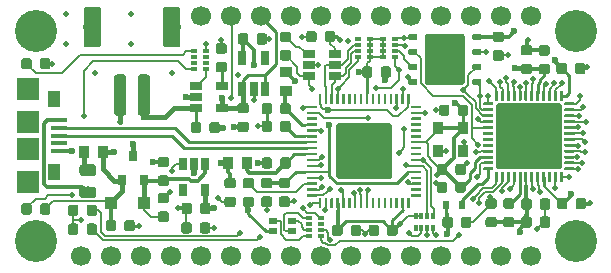
<source format=gbr>
G04 #@! TF.GenerationSoftware,KiCad,Pcbnew,(5.1.2)-1*
G04 #@! TF.CreationDate,2019-07-17T10:41:17+10:00*
G04 #@! TF.ProjectId,iCE40-fpga,69434534-302d-4667-9067-612e6b696361,rev?*
G04 #@! TF.SameCoordinates,Original*
G04 #@! TF.FileFunction,Copper,L1,Top*
G04 #@! TF.FilePolarity,Positive*
%FSLAX46Y46*%
G04 Gerber Fmt 4.6, Leading zero omitted, Abs format (unit mm)*
G04 Created by KiCad (PCBNEW (5.1.2)-1) date 2019-07-17 10:41:17*
%MOMM*%
%LPD*%
G04 APERTURE LIST*
%ADD10C,0.100000*%
%ADD11C,1.500000*%
%ADD12C,1.000000*%
%ADD13R,0.650000X1.220000*%
%ADD14C,0.250000*%
%ADD15C,0.500000*%
%ADD16C,5.600000*%
%ADD17R,1.000000X0.850000*%
%ADD18R,0.850000X1.000000*%
%ADD19R,0.500000X0.400000*%
%ADD20R,0.500000X0.300000*%
%ADD21C,1.700000*%
%ADD22C,3.556000*%
%ADD23R,0.400000X0.500000*%
%ADD24R,0.300000X0.500000*%
%ADD25C,0.875000*%
%ADD26C,3.400000*%
%ADD27R,1.350000X0.400000*%
%ADD28R,1.000000X1.350000*%
%ADD29R,1.900000X1.900000*%
%ADD30C,0.975000*%
%ADD31C,0.200000*%
%ADD32C,4.700000*%
%ADD33R,0.900000X1.000000*%
%ADD34R,1.060000X0.650000*%
%ADD35R,0.700000X0.550000*%
%ADD36R,1.100000X1.100000*%
%ADD37R,0.600000X0.700000*%
%ADD38R,0.800000X0.900000*%
%ADD39R,0.650000X1.060000*%
%ADD40C,0.600000*%
%ADD41C,0.300000*%
%ADD42C,0.400000*%
%ADD43C,0.200000*%
%ADD44C,0.250000*%
%ADD45C,0.150000*%
%ADD46C,0.350000*%
G04 APERTURE END LIST*
D10*
G36*
X33774504Y-22901204D02*
G01*
X33798773Y-22904804D01*
X33822571Y-22910765D01*
X33845671Y-22919030D01*
X33867849Y-22929520D01*
X33888893Y-22942133D01*
X33908598Y-22956747D01*
X33926777Y-22973223D01*
X33943253Y-22991402D01*
X33957867Y-23011107D01*
X33970480Y-23032151D01*
X33980970Y-23054329D01*
X33989235Y-23077429D01*
X33995196Y-23101227D01*
X33998796Y-23125496D01*
X34000000Y-23150000D01*
X34000000Y-26050000D01*
X33998796Y-26074504D01*
X33995196Y-26098773D01*
X33989235Y-26122571D01*
X33980970Y-26145671D01*
X33970480Y-26167849D01*
X33957867Y-26188893D01*
X33943253Y-26208598D01*
X33926777Y-26226777D01*
X33908598Y-26243253D01*
X33888893Y-26257867D01*
X33867849Y-26270480D01*
X33845671Y-26280970D01*
X33822571Y-26289235D01*
X33798773Y-26295196D01*
X33774504Y-26298796D01*
X33750000Y-26300000D01*
X32750000Y-26300000D01*
X32725496Y-26298796D01*
X32701227Y-26295196D01*
X32677429Y-26289235D01*
X32654329Y-26280970D01*
X32632151Y-26270480D01*
X32611107Y-26257867D01*
X32591402Y-26243253D01*
X32573223Y-26226777D01*
X32556747Y-26208598D01*
X32542133Y-26188893D01*
X32529520Y-26167849D01*
X32519030Y-26145671D01*
X32510765Y-26122571D01*
X32504804Y-26098773D01*
X32501204Y-26074504D01*
X32500000Y-26050000D01*
X32500000Y-23150000D01*
X32501204Y-23125496D01*
X32504804Y-23101227D01*
X32510765Y-23077429D01*
X32519030Y-23054329D01*
X32529520Y-23032151D01*
X32542133Y-23011107D01*
X32556747Y-22991402D01*
X32573223Y-22973223D01*
X32591402Y-22956747D01*
X32611107Y-22942133D01*
X32632151Y-22929520D01*
X32654329Y-22919030D01*
X32677429Y-22910765D01*
X32701227Y-22904804D01*
X32725496Y-22901204D01*
X32750000Y-22900000D01*
X33750000Y-22900000D01*
X33774504Y-22901204D01*
X33774504Y-22901204D01*
G37*
D11*
X33250000Y-24600000D03*
D10*
G36*
X40474504Y-22901204D02*
G01*
X40498773Y-22904804D01*
X40522571Y-22910765D01*
X40545671Y-22919030D01*
X40567849Y-22929520D01*
X40588893Y-22942133D01*
X40608598Y-22956747D01*
X40626777Y-22973223D01*
X40643253Y-22991402D01*
X40657867Y-23011107D01*
X40670480Y-23032151D01*
X40680970Y-23054329D01*
X40689235Y-23077429D01*
X40695196Y-23101227D01*
X40698796Y-23125496D01*
X40700000Y-23150000D01*
X40700000Y-26050000D01*
X40698796Y-26074504D01*
X40695196Y-26098773D01*
X40689235Y-26122571D01*
X40680970Y-26145671D01*
X40670480Y-26167849D01*
X40657867Y-26188893D01*
X40643253Y-26208598D01*
X40626777Y-26226777D01*
X40608598Y-26243253D01*
X40588893Y-26257867D01*
X40567849Y-26270480D01*
X40545671Y-26280970D01*
X40522571Y-26289235D01*
X40498773Y-26295196D01*
X40474504Y-26298796D01*
X40450000Y-26300000D01*
X39450000Y-26300000D01*
X39425496Y-26298796D01*
X39401227Y-26295196D01*
X39377429Y-26289235D01*
X39354329Y-26280970D01*
X39332151Y-26270480D01*
X39311107Y-26257867D01*
X39291402Y-26243253D01*
X39273223Y-26226777D01*
X39256747Y-26208598D01*
X39242133Y-26188893D01*
X39229520Y-26167849D01*
X39219030Y-26145671D01*
X39210765Y-26122571D01*
X39204804Y-26098773D01*
X39201204Y-26074504D01*
X39200000Y-26050000D01*
X39200000Y-23150000D01*
X39201204Y-23125496D01*
X39204804Y-23101227D01*
X39210765Y-23077429D01*
X39219030Y-23054329D01*
X39229520Y-23032151D01*
X39242133Y-23011107D01*
X39256747Y-22991402D01*
X39273223Y-22973223D01*
X39291402Y-22956747D01*
X39311107Y-22942133D01*
X39332151Y-22929520D01*
X39354329Y-22919030D01*
X39377429Y-22910765D01*
X39401227Y-22904804D01*
X39425496Y-22901204D01*
X39450000Y-22900000D01*
X40450000Y-22900000D01*
X40474504Y-22901204D01*
X40474504Y-22901204D01*
G37*
D11*
X39950000Y-24600000D03*
D10*
G36*
X35874504Y-28601204D02*
G01*
X35898773Y-28604804D01*
X35922571Y-28610765D01*
X35945671Y-28619030D01*
X35967849Y-28629520D01*
X35988893Y-28642133D01*
X36008598Y-28656747D01*
X36026777Y-28673223D01*
X36043253Y-28691402D01*
X36057867Y-28711107D01*
X36070480Y-28732151D01*
X36080970Y-28754329D01*
X36089235Y-28777429D01*
X36095196Y-28801227D01*
X36098796Y-28825496D01*
X36100000Y-28850000D01*
X36100000Y-31850000D01*
X36098796Y-31874504D01*
X36095196Y-31898773D01*
X36089235Y-31922571D01*
X36080970Y-31945671D01*
X36070480Y-31967849D01*
X36057867Y-31988893D01*
X36043253Y-32008598D01*
X36026777Y-32026777D01*
X36008598Y-32043253D01*
X35988893Y-32057867D01*
X35967849Y-32070480D01*
X35945671Y-32080970D01*
X35922571Y-32089235D01*
X35898773Y-32095196D01*
X35874504Y-32098796D01*
X35850000Y-32100000D01*
X35350000Y-32100000D01*
X35325496Y-32098796D01*
X35301227Y-32095196D01*
X35277429Y-32089235D01*
X35254329Y-32080970D01*
X35232151Y-32070480D01*
X35211107Y-32057867D01*
X35191402Y-32043253D01*
X35173223Y-32026777D01*
X35156747Y-32008598D01*
X35142133Y-31988893D01*
X35129520Y-31967849D01*
X35119030Y-31945671D01*
X35110765Y-31922571D01*
X35104804Y-31898773D01*
X35101204Y-31874504D01*
X35100000Y-31850000D01*
X35100000Y-28850000D01*
X35101204Y-28825496D01*
X35104804Y-28801227D01*
X35110765Y-28777429D01*
X35119030Y-28754329D01*
X35129520Y-28732151D01*
X35142133Y-28711107D01*
X35156747Y-28691402D01*
X35173223Y-28673223D01*
X35191402Y-28656747D01*
X35211107Y-28642133D01*
X35232151Y-28629520D01*
X35254329Y-28619030D01*
X35277429Y-28610765D01*
X35301227Y-28604804D01*
X35325496Y-28601204D01*
X35350000Y-28600000D01*
X35850000Y-28600000D01*
X35874504Y-28601204D01*
X35874504Y-28601204D01*
G37*
D12*
X35600000Y-30350000D03*
D10*
G36*
X37874504Y-28601204D02*
G01*
X37898773Y-28604804D01*
X37922571Y-28610765D01*
X37945671Y-28619030D01*
X37967849Y-28629520D01*
X37988893Y-28642133D01*
X38008598Y-28656747D01*
X38026777Y-28673223D01*
X38043253Y-28691402D01*
X38057867Y-28711107D01*
X38070480Y-28732151D01*
X38080970Y-28754329D01*
X38089235Y-28777429D01*
X38095196Y-28801227D01*
X38098796Y-28825496D01*
X38100000Y-28850000D01*
X38100000Y-31850000D01*
X38098796Y-31874504D01*
X38095196Y-31898773D01*
X38089235Y-31922571D01*
X38080970Y-31945671D01*
X38070480Y-31967849D01*
X38057867Y-31988893D01*
X38043253Y-32008598D01*
X38026777Y-32026777D01*
X38008598Y-32043253D01*
X37988893Y-32057867D01*
X37967849Y-32070480D01*
X37945671Y-32080970D01*
X37922571Y-32089235D01*
X37898773Y-32095196D01*
X37874504Y-32098796D01*
X37850000Y-32100000D01*
X37350000Y-32100000D01*
X37325496Y-32098796D01*
X37301227Y-32095196D01*
X37277429Y-32089235D01*
X37254329Y-32080970D01*
X37232151Y-32070480D01*
X37211107Y-32057867D01*
X37191402Y-32043253D01*
X37173223Y-32026777D01*
X37156747Y-32008598D01*
X37142133Y-31988893D01*
X37129520Y-31967849D01*
X37119030Y-31945671D01*
X37110765Y-31922571D01*
X37104804Y-31898773D01*
X37101204Y-31874504D01*
X37100000Y-31850000D01*
X37100000Y-28850000D01*
X37101204Y-28825496D01*
X37104804Y-28801227D01*
X37110765Y-28777429D01*
X37119030Y-28754329D01*
X37129520Y-28732151D01*
X37142133Y-28711107D01*
X37156747Y-28691402D01*
X37173223Y-28673223D01*
X37191402Y-28656747D01*
X37211107Y-28642133D01*
X37232151Y-28629520D01*
X37254329Y-28619030D01*
X37277429Y-28610765D01*
X37301227Y-28604804D01*
X37325496Y-28601204D01*
X37350000Y-28600000D01*
X37850000Y-28600000D01*
X37874504Y-28601204D01*
X37874504Y-28601204D01*
G37*
D12*
X37600000Y-30350000D03*
D13*
X45950000Y-27190000D03*
X47850000Y-27190000D03*
X47850000Y-29810000D03*
X46900000Y-29810000D03*
X45950000Y-29810000D03*
D10*
G36*
X74018626Y-30975301D02*
G01*
X74024693Y-30976201D01*
X74030643Y-30977691D01*
X74036418Y-30979758D01*
X74041962Y-30982380D01*
X74047223Y-30985533D01*
X74052150Y-30989187D01*
X74056694Y-30993306D01*
X74060813Y-30997850D01*
X74064467Y-31002777D01*
X74067620Y-31008038D01*
X74070242Y-31013582D01*
X74072309Y-31019357D01*
X74073799Y-31025307D01*
X74074699Y-31031374D01*
X74075000Y-31037500D01*
X74075000Y-31162500D01*
X74074699Y-31168626D01*
X74073799Y-31174693D01*
X74072309Y-31180643D01*
X74070242Y-31186418D01*
X74067620Y-31191962D01*
X74064467Y-31197223D01*
X74060813Y-31202150D01*
X74056694Y-31206694D01*
X74052150Y-31210813D01*
X74047223Y-31214467D01*
X74041962Y-31217620D01*
X74036418Y-31220242D01*
X74030643Y-31222309D01*
X74024693Y-31223799D01*
X74018626Y-31224699D01*
X74012500Y-31225000D01*
X73262500Y-31225000D01*
X73256374Y-31224699D01*
X73250307Y-31223799D01*
X73244357Y-31222309D01*
X73238582Y-31220242D01*
X73233038Y-31217620D01*
X73227777Y-31214467D01*
X73222850Y-31210813D01*
X73218306Y-31206694D01*
X73214187Y-31202150D01*
X73210533Y-31197223D01*
X73207380Y-31191962D01*
X73204758Y-31186418D01*
X73202691Y-31180643D01*
X73201201Y-31174693D01*
X73200301Y-31168626D01*
X73200000Y-31162500D01*
X73200000Y-31037500D01*
X73200301Y-31031374D01*
X73201201Y-31025307D01*
X73202691Y-31019357D01*
X73204758Y-31013582D01*
X73207380Y-31008038D01*
X73210533Y-31002777D01*
X73214187Y-30997850D01*
X73218306Y-30993306D01*
X73222850Y-30989187D01*
X73227777Y-30985533D01*
X73233038Y-30982380D01*
X73238582Y-30979758D01*
X73244357Y-30977691D01*
X73250307Y-30976201D01*
X73256374Y-30975301D01*
X73262500Y-30975000D01*
X74012500Y-30975000D01*
X74018626Y-30975301D01*
X74018626Y-30975301D01*
G37*
D14*
X73637500Y-31100000D03*
D10*
G36*
X74018626Y-31475301D02*
G01*
X74024693Y-31476201D01*
X74030643Y-31477691D01*
X74036418Y-31479758D01*
X74041962Y-31482380D01*
X74047223Y-31485533D01*
X74052150Y-31489187D01*
X74056694Y-31493306D01*
X74060813Y-31497850D01*
X74064467Y-31502777D01*
X74067620Y-31508038D01*
X74070242Y-31513582D01*
X74072309Y-31519357D01*
X74073799Y-31525307D01*
X74074699Y-31531374D01*
X74075000Y-31537500D01*
X74075000Y-31662500D01*
X74074699Y-31668626D01*
X74073799Y-31674693D01*
X74072309Y-31680643D01*
X74070242Y-31686418D01*
X74067620Y-31691962D01*
X74064467Y-31697223D01*
X74060813Y-31702150D01*
X74056694Y-31706694D01*
X74052150Y-31710813D01*
X74047223Y-31714467D01*
X74041962Y-31717620D01*
X74036418Y-31720242D01*
X74030643Y-31722309D01*
X74024693Y-31723799D01*
X74018626Y-31724699D01*
X74012500Y-31725000D01*
X73262500Y-31725000D01*
X73256374Y-31724699D01*
X73250307Y-31723799D01*
X73244357Y-31722309D01*
X73238582Y-31720242D01*
X73233038Y-31717620D01*
X73227777Y-31714467D01*
X73222850Y-31710813D01*
X73218306Y-31706694D01*
X73214187Y-31702150D01*
X73210533Y-31697223D01*
X73207380Y-31691962D01*
X73204758Y-31686418D01*
X73202691Y-31680643D01*
X73201201Y-31674693D01*
X73200301Y-31668626D01*
X73200000Y-31662500D01*
X73200000Y-31537500D01*
X73200301Y-31531374D01*
X73201201Y-31525307D01*
X73202691Y-31519357D01*
X73204758Y-31513582D01*
X73207380Y-31508038D01*
X73210533Y-31502777D01*
X73214187Y-31497850D01*
X73218306Y-31493306D01*
X73222850Y-31489187D01*
X73227777Y-31485533D01*
X73233038Y-31482380D01*
X73238582Y-31479758D01*
X73244357Y-31477691D01*
X73250307Y-31476201D01*
X73256374Y-31475301D01*
X73262500Y-31475000D01*
X74012500Y-31475000D01*
X74018626Y-31475301D01*
X74018626Y-31475301D01*
G37*
D14*
X73637500Y-31600000D03*
D10*
G36*
X74018626Y-31975301D02*
G01*
X74024693Y-31976201D01*
X74030643Y-31977691D01*
X74036418Y-31979758D01*
X74041962Y-31982380D01*
X74047223Y-31985533D01*
X74052150Y-31989187D01*
X74056694Y-31993306D01*
X74060813Y-31997850D01*
X74064467Y-32002777D01*
X74067620Y-32008038D01*
X74070242Y-32013582D01*
X74072309Y-32019357D01*
X74073799Y-32025307D01*
X74074699Y-32031374D01*
X74075000Y-32037500D01*
X74075000Y-32162500D01*
X74074699Y-32168626D01*
X74073799Y-32174693D01*
X74072309Y-32180643D01*
X74070242Y-32186418D01*
X74067620Y-32191962D01*
X74064467Y-32197223D01*
X74060813Y-32202150D01*
X74056694Y-32206694D01*
X74052150Y-32210813D01*
X74047223Y-32214467D01*
X74041962Y-32217620D01*
X74036418Y-32220242D01*
X74030643Y-32222309D01*
X74024693Y-32223799D01*
X74018626Y-32224699D01*
X74012500Y-32225000D01*
X73262500Y-32225000D01*
X73256374Y-32224699D01*
X73250307Y-32223799D01*
X73244357Y-32222309D01*
X73238582Y-32220242D01*
X73233038Y-32217620D01*
X73227777Y-32214467D01*
X73222850Y-32210813D01*
X73218306Y-32206694D01*
X73214187Y-32202150D01*
X73210533Y-32197223D01*
X73207380Y-32191962D01*
X73204758Y-32186418D01*
X73202691Y-32180643D01*
X73201201Y-32174693D01*
X73200301Y-32168626D01*
X73200000Y-32162500D01*
X73200000Y-32037500D01*
X73200301Y-32031374D01*
X73201201Y-32025307D01*
X73202691Y-32019357D01*
X73204758Y-32013582D01*
X73207380Y-32008038D01*
X73210533Y-32002777D01*
X73214187Y-31997850D01*
X73218306Y-31993306D01*
X73222850Y-31989187D01*
X73227777Y-31985533D01*
X73233038Y-31982380D01*
X73238582Y-31979758D01*
X73244357Y-31977691D01*
X73250307Y-31976201D01*
X73256374Y-31975301D01*
X73262500Y-31975000D01*
X74012500Y-31975000D01*
X74018626Y-31975301D01*
X74018626Y-31975301D01*
G37*
D14*
X73637500Y-32100000D03*
D10*
G36*
X74018626Y-32475301D02*
G01*
X74024693Y-32476201D01*
X74030643Y-32477691D01*
X74036418Y-32479758D01*
X74041962Y-32482380D01*
X74047223Y-32485533D01*
X74052150Y-32489187D01*
X74056694Y-32493306D01*
X74060813Y-32497850D01*
X74064467Y-32502777D01*
X74067620Y-32508038D01*
X74070242Y-32513582D01*
X74072309Y-32519357D01*
X74073799Y-32525307D01*
X74074699Y-32531374D01*
X74075000Y-32537500D01*
X74075000Y-32662500D01*
X74074699Y-32668626D01*
X74073799Y-32674693D01*
X74072309Y-32680643D01*
X74070242Y-32686418D01*
X74067620Y-32691962D01*
X74064467Y-32697223D01*
X74060813Y-32702150D01*
X74056694Y-32706694D01*
X74052150Y-32710813D01*
X74047223Y-32714467D01*
X74041962Y-32717620D01*
X74036418Y-32720242D01*
X74030643Y-32722309D01*
X74024693Y-32723799D01*
X74018626Y-32724699D01*
X74012500Y-32725000D01*
X73262500Y-32725000D01*
X73256374Y-32724699D01*
X73250307Y-32723799D01*
X73244357Y-32722309D01*
X73238582Y-32720242D01*
X73233038Y-32717620D01*
X73227777Y-32714467D01*
X73222850Y-32710813D01*
X73218306Y-32706694D01*
X73214187Y-32702150D01*
X73210533Y-32697223D01*
X73207380Y-32691962D01*
X73204758Y-32686418D01*
X73202691Y-32680643D01*
X73201201Y-32674693D01*
X73200301Y-32668626D01*
X73200000Y-32662500D01*
X73200000Y-32537500D01*
X73200301Y-32531374D01*
X73201201Y-32525307D01*
X73202691Y-32519357D01*
X73204758Y-32513582D01*
X73207380Y-32508038D01*
X73210533Y-32502777D01*
X73214187Y-32497850D01*
X73218306Y-32493306D01*
X73222850Y-32489187D01*
X73227777Y-32485533D01*
X73233038Y-32482380D01*
X73238582Y-32479758D01*
X73244357Y-32477691D01*
X73250307Y-32476201D01*
X73256374Y-32475301D01*
X73262500Y-32475000D01*
X74012500Y-32475000D01*
X74018626Y-32475301D01*
X74018626Y-32475301D01*
G37*
D14*
X73637500Y-32600000D03*
D10*
G36*
X74018626Y-32975301D02*
G01*
X74024693Y-32976201D01*
X74030643Y-32977691D01*
X74036418Y-32979758D01*
X74041962Y-32982380D01*
X74047223Y-32985533D01*
X74052150Y-32989187D01*
X74056694Y-32993306D01*
X74060813Y-32997850D01*
X74064467Y-33002777D01*
X74067620Y-33008038D01*
X74070242Y-33013582D01*
X74072309Y-33019357D01*
X74073799Y-33025307D01*
X74074699Y-33031374D01*
X74075000Y-33037500D01*
X74075000Y-33162500D01*
X74074699Y-33168626D01*
X74073799Y-33174693D01*
X74072309Y-33180643D01*
X74070242Y-33186418D01*
X74067620Y-33191962D01*
X74064467Y-33197223D01*
X74060813Y-33202150D01*
X74056694Y-33206694D01*
X74052150Y-33210813D01*
X74047223Y-33214467D01*
X74041962Y-33217620D01*
X74036418Y-33220242D01*
X74030643Y-33222309D01*
X74024693Y-33223799D01*
X74018626Y-33224699D01*
X74012500Y-33225000D01*
X73262500Y-33225000D01*
X73256374Y-33224699D01*
X73250307Y-33223799D01*
X73244357Y-33222309D01*
X73238582Y-33220242D01*
X73233038Y-33217620D01*
X73227777Y-33214467D01*
X73222850Y-33210813D01*
X73218306Y-33206694D01*
X73214187Y-33202150D01*
X73210533Y-33197223D01*
X73207380Y-33191962D01*
X73204758Y-33186418D01*
X73202691Y-33180643D01*
X73201201Y-33174693D01*
X73200301Y-33168626D01*
X73200000Y-33162500D01*
X73200000Y-33037500D01*
X73200301Y-33031374D01*
X73201201Y-33025307D01*
X73202691Y-33019357D01*
X73204758Y-33013582D01*
X73207380Y-33008038D01*
X73210533Y-33002777D01*
X73214187Y-32997850D01*
X73218306Y-32993306D01*
X73222850Y-32989187D01*
X73227777Y-32985533D01*
X73233038Y-32982380D01*
X73238582Y-32979758D01*
X73244357Y-32977691D01*
X73250307Y-32976201D01*
X73256374Y-32975301D01*
X73262500Y-32975000D01*
X74012500Y-32975000D01*
X74018626Y-32975301D01*
X74018626Y-32975301D01*
G37*
D14*
X73637500Y-33100000D03*
D10*
G36*
X74018626Y-33475301D02*
G01*
X74024693Y-33476201D01*
X74030643Y-33477691D01*
X74036418Y-33479758D01*
X74041962Y-33482380D01*
X74047223Y-33485533D01*
X74052150Y-33489187D01*
X74056694Y-33493306D01*
X74060813Y-33497850D01*
X74064467Y-33502777D01*
X74067620Y-33508038D01*
X74070242Y-33513582D01*
X74072309Y-33519357D01*
X74073799Y-33525307D01*
X74074699Y-33531374D01*
X74075000Y-33537500D01*
X74075000Y-33662500D01*
X74074699Y-33668626D01*
X74073799Y-33674693D01*
X74072309Y-33680643D01*
X74070242Y-33686418D01*
X74067620Y-33691962D01*
X74064467Y-33697223D01*
X74060813Y-33702150D01*
X74056694Y-33706694D01*
X74052150Y-33710813D01*
X74047223Y-33714467D01*
X74041962Y-33717620D01*
X74036418Y-33720242D01*
X74030643Y-33722309D01*
X74024693Y-33723799D01*
X74018626Y-33724699D01*
X74012500Y-33725000D01*
X73262500Y-33725000D01*
X73256374Y-33724699D01*
X73250307Y-33723799D01*
X73244357Y-33722309D01*
X73238582Y-33720242D01*
X73233038Y-33717620D01*
X73227777Y-33714467D01*
X73222850Y-33710813D01*
X73218306Y-33706694D01*
X73214187Y-33702150D01*
X73210533Y-33697223D01*
X73207380Y-33691962D01*
X73204758Y-33686418D01*
X73202691Y-33680643D01*
X73201201Y-33674693D01*
X73200301Y-33668626D01*
X73200000Y-33662500D01*
X73200000Y-33537500D01*
X73200301Y-33531374D01*
X73201201Y-33525307D01*
X73202691Y-33519357D01*
X73204758Y-33513582D01*
X73207380Y-33508038D01*
X73210533Y-33502777D01*
X73214187Y-33497850D01*
X73218306Y-33493306D01*
X73222850Y-33489187D01*
X73227777Y-33485533D01*
X73233038Y-33482380D01*
X73238582Y-33479758D01*
X73244357Y-33477691D01*
X73250307Y-33476201D01*
X73256374Y-33475301D01*
X73262500Y-33475000D01*
X74012500Y-33475000D01*
X74018626Y-33475301D01*
X74018626Y-33475301D01*
G37*
D14*
X73637500Y-33600000D03*
D10*
G36*
X74018626Y-33975301D02*
G01*
X74024693Y-33976201D01*
X74030643Y-33977691D01*
X74036418Y-33979758D01*
X74041962Y-33982380D01*
X74047223Y-33985533D01*
X74052150Y-33989187D01*
X74056694Y-33993306D01*
X74060813Y-33997850D01*
X74064467Y-34002777D01*
X74067620Y-34008038D01*
X74070242Y-34013582D01*
X74072309Y-34019357D01*
X74073799Y-34025307D01*
X74074699Y-34031374D01*
X74075000Y-34037500D01*
X74075000Y-34162500D01*
X74074699Y-34168626D01*
X74073799Y-34174693D01*
X74072309Y-34180643D01*
X74070242Y-34186418D01*
X74067620Y-34191962D01*
X74064467Y-34197223D01*
X74060813Y-34202150D01*
X74056694Y-34206694D01*
X74052150Y-34210813D01*
X74047223Y-34214467D01*
X74041962Y-34217620D01*
X74036418Y-34220242D01*
X74030643Y-34222309D01*
X74024693Y-34223799D01*
X74018626Y-34224699D01*
X74012500Y-34225000D01*
X73262500Y-34225000D01*
X73256374Y-34224699D01*
X73250307Y-34223799D01*
X73244357Y-34222309D01*
X73238582Y-34220242D01*
X73233038Y-34217620D01*
X73227777Y-34214467D01*
X73222850Y-34210813D01*
X73218306Y-34206694D01*
X73214187Y-34202150D01*
X73210533Y-34197223D01*
X73207380Y-34191962D01*
X73204758Y-34186418D01*
X73202691Y-34180643D01*
X73201201Y-34174693D01*
X73200301Y-34168626D01*
X73200000Y-34162500D01*
X73200000Y-34037500D01*
X73200301Y-34031374D01*
X73201201Y-34025307D01*
X73202691Y-34019357D01*
X73204758Y-34013582D01*
X73207380Y-34008038D01*
X73210533Y-34002777D01*
X73214187Y-33997850D01*
X73218306Y-33993306D01*
X73222850Y-33989187D01*
X73227777Y-33985533D01*
X73233038Y-33982380D01*
X73238582Y-33979758D01*
X73244357Y-33977691D01*
X73250307Y-33976201D01*
X73256374Y-33975301D01*
X73262500Y-33975000D01*
X74012500Y-33975000D01*
X74018626Y-33975301D01*
X74018626Y-33975301D01*
G37*
D14*
X73637500Y-34100000D03*
D10*
G36*
X74018626Y-34475301D02*
G01*
X74024693Y-34476201D01*
X74030643Y-34477691D01*
X74036418Y-34479758D01*
X74041962Y-34482380D01*
X74047223Y-34485533D01*
X74052150Y-34489187D01*
X74056694Y-34493306D01*
X74060813Y-34497850D01*
X74064467Y-34502777D01*
X74067620Y-34508038D01*
X74070242Y-34513582D01*
X74072309Y-34519357D01*
X74073799Y-34525307D01*
X74074699Y-34531374D01*
X74075000Y-34537500D01*
X74075000Y-34662500D01*
X74074699Y-34668626D01*
X74073799Y-34674693D01*
X74072309Y-34680643D01*
X74070242Y-34686418D01*
X74067620Y-34691962D01*
X74064467Y-34697223D01*
X74060813Y-34702150D01*
X74056694Y-34706694D01*
X74052150Y-34710813D01*
X74047223Y-34714467D01*
X74041962Y-34717620D01*
X74036418Y-34720242D01*
X74030643Y-34722309D01*
X74024693Y-34723799D01*
X74018626Y-34724699D01*
X74012500Y-34725000D01*
X73262500Y-34725000D01*
X73256374Y-34724699D01*
X73250307Y-34723799D01*
X73244357Y-34722309D01*
X73238582Y-34720242D01*
X73233038Y-34717620D01*
X73227777Y-34714467D01*
X73222850Y-34710813D01*
X73218306Y-34706694D01*
X73214187Y-34702150D01*
X73210533Y-34697223D01*
X73207380Y-34691962D01*
X73204758Y-34686418D01*
X73202691Y-34680643D01*
X73201201Y-34674693D01*
X73200301Y-34668626D01*
X73200000Y-34662500D01*
X73200000Y-34537500D01*
X73200301Y-34531374D01*
X73201201Y-34525307D01*
X73202691Y-34519357D01*
X73204758Y-34513582D01*
X73207380Y-34508038D01*
X73210533Y-34502777D01*
X73214187Y-34497850D01*
X73218306Y-34493306D01*
X73222850Y-34489187D01*
X73227777Y-34485533D01*
X73233038Y-34482380D01*
X73238582Y-34479758D01*
X73244357Y-34477691D01*
X73250307Y-34476201D01*
X73256374Y-34475301D01*
X73262500Y-34475000D01*
X74012500Y-34475000D01*
X74018626Y-34475301D01*
X74018626Y-34475301D01*
G37*
D14*
X73637500Y-34600000D03*
D10*
G36*
X74018626Y-34975301D02*
G01*
X74024693Y-34976201D01*
X74030643Y-34977691D01*
X74036418Y-34979758D01*
X74041962Y-34982380D01*
X74047223Y-34985533D01*
X74052150Y-34989187D01*
X74056694Y-34993306D01*
X74060813Y-34997850D01*
X74064467Y-35002777D01*
X74067620Y-35008038D01*
X74070242Y-35013582D01*
X74072309Y-35019357D01*
X74073799Y-35025307D01*
X74074699Y-35031374D01*
X74075000Y-35037500D01*
X74075000Y-35162500D01*
X74074699Y-35168626D01*
X74073799Y-35174693D01*
X74072309Y-35180643D01*
X74070242Y-35186418D01*
X74067620Y-35191962D01*
X74064467Y-35197223D01*
X74060813Y-35202150D01*
X74056694Y-35206694D01*
X74052150Y-35210813D01*
X74047223Y-35214467D01*
X74041962Y-35217620D01*
X74036418Y-35220242D01*
X74030643Y-35222309D01*
X74024693Y-35223799D01*
X74018626Y-35224699D01*
X74012500Y-35225000D01*
X73262500Y-35225000D01*
X73256374Y-35224699D01*
X73250307Y-35223799D01*
X73244357Y-35222309D01*
X73238582Y-35220242D01*
X73233038Y-35217620D01*
X73227777Y-35214467D01*
X73222850Y-35210813D01*
X73218306Y-35206694D01*
X73214187Y-35202150D01*
X73210533Y-35197223D01*
X73207380Y-35191962D01*
X73204758Y-35186418D01*
X73202691Y-35180643D01*
X73201201Y-35174693D01*
X73200301Y-35168626D01*
X73200000Y-35162500D01*
X73200000Y-35037500D01*
X73200301Y-35031374D01*
X73201201Y-35025307D01*
X73202691Y-35019357D01*
X73204758Y-35013582D01*
X73207380Y-35008038D01*
X73210533Y-35002777D01*
X73214187Y-34997850D01*
X73218306Y-34993306D01*
X73222850Y-34989187D01*
X73227777Y-34985533D01*
X73233038Y-34982380D01*
X73238582Y-34979758D01*
X73244357Y-34977691D01*
X73250307Y-34976201D01*
X73256374Y-34975301D01*
X73262500Y-34975000D01*
X74012500Y-34975000D01*
X74018626Y-34975301D01*
X74018626Y-34975301D01*
G37*
D14*
X73637500Y-35100000D03*
D10*
G36*
X74018626Y-35475301D02*
G01*
X74024693Y-35476201D01*
X74030643Y-35477691D01*
X74036418Y-35479758D01*
X74041962Y-35482380D01*
X74047223Y-35485533D01*
X74052150Y-35489187D01*
X74056694Y-35493306D01*
X74060813Y-35497850D01*
X74064467Y-35502777D01*
X74067620Y-35508038D01*
X74070242Y-35513582D01*
X74072309Y-35519357D01*
X74073799Y-35525307D01*
X74074699Y-35531374D01*
X74075000Y-35537500D01*
X74075000Y-35662500D01*
X74074699Y-35668626D01*
X74073799Y-35674693D01*
X74072309Y-35680643D01*
X74070242Y-35686418D01*
X74067620Y-35691962D01*
X74064467Y-35697223D01*
X74060813Y-35702150D01*
X74056694Y-35706694D01*
X74052150Y-35710813D01*
X74047223Y-35714467D01*
X74041962Y-35717620D01*
X74036418Y-35720242D01*
X74030643Y-35722309D01*
X74024693Y-35723799D01*
X74018626Y-35724699D01*
X74012500Y-35725000D01*
X73262500Y-35725000D01*
X73256374Y-35724699D01*
X73250307Y-35723799D01*
X73244357Y-35722309D01*
X73238582Y-35720242D01*
X73233038Y-35717620D01*
X73227777Y-35714467D01*
X73222850Y-35710813D01*
X73218306Y-35706694D01*
X73214187Y-35702150D01*
X73210533Y-35697223D01*
X73207380Y-35691962D01*
X73204758Y-35686418D01*
X73202691Y-35680643D01*
X73201201Y-35674693D01*
X73200301Y-35668626D01*
X73200000Y-35662500D01*
X73200000Y-35537500D01*
X73200301Y-35531374D01*
X73201201Y-35525307D01*
X73202691Y-35519357D01*
X73204758Y-35513582D01*
X73207380Y-35508038D01*
X73210533Y-35502777D01*
X73214187Y-35497850D01*
X73218306Y-35493306D01*
X73222850Y-35489187D01*
X73227777Y-35485533D01*
X73233038Y-35482380D01*
X73238582Y-35479758D01*
X73244357Y-35477691D01*
X73250307Y-35476201D01*
X73256374Y-35475301D01*
X73262500Y-35475000D01*
X74012500Y-35475000D01*
X74018626Y-35475301D01*
X74018626Y-35475301D01*
G37*
D14*
X73637500Y-35600000D03*
D10*
G36*
X74018626Y-35975301D02*
G01*
X74024693Y-35976201D01*
X74030643Y-35977691D01*
X74036418Y-35979758D01*
X74041962Y-35982380D01*
X74047223Y-35985533D01*
X74052150Y-35989187D01*
X74056694Y-35993306D01*
X74060813Y-35997850D01*
X74064467Y-36002777D01*
X74067620Y-36008038D01*
X74070242Y-36013582D01*
X74072309Y-36019357D01*
X74073799Y-36025307D01*
X74074699Y-36031374D01*
X74075000Y-36037500D01*
X74075000Y-36162500D01*
X74074699Y-36168626D01*
X74073799Y-36174693D01*
X74072309Y-36180643D01*
X74070242Y-36186418D01*
X74067620Y-36191962D01*
X74064467Y-36197223D01*
X74060813Y-36202150D01*
X74056694Y-36206694D01*
X74052150Y-36210813D01*
X74047223Y-36214467D01*
X74041962Y-36217620D01*
X74036418Y-36220242D01*
X74030643Y-36222309D01*
X74024693Y-36223799D01*
X74018626Y-36224699D01*
X74012500Y-36225000D01*
X73262500Y-36225000D01*
X73256374Y-36224699D01*
X73250307Y-36223799D01*
X73244357Y-36222309D01*
X73238582Y-36220242D01*
X73233038Y-36217620D01*
X73227777Y-36214467D01*
X73222850Y-36210813D01*
X73218306Y-36206694D01*
X73214187Y-36202150D01*
X73210533Y-36197223D01*
X73207380Y-36191962D01*
X73204758Y-36186418D01*
X73202691Y-36180643D01*
X73201201Y-36174693D01*
X73200301Y-36168626D01*
X73200000Y-36162500D01*
X73200000Y-36037500D01*
X73200301Y-36031374D01*
X73201201Y-36025307D01*
X73202691Y-36019357D01*
X73204758Y-36013582D01*
X73207380Y-36008038D01*
X73210533Y-36002777D01*
X73214187Y-35997850D01*
X73218306Y-35993306D01*
X73222850Y-35989187D01*
X73227777Y-35985533D01*
X73233038Y-35982380D01*
X73238582Y-35979758D01*
X73244357Y-35977691D01*
X73250307Y-35976201D01*
X73256374Y-35975301D01*
X73262500Y-35975000D01*
X74012500Y-35975000D01*
X74018626Y-35975301D01*
X74018626Y-35975301D01*
G37*
D14*
X73637500Y-36100000D03*
D10*
G36*
X74018626Y-36475301D02*
G01*
X74024693Y-36476201D01*
X74030643Y-36477691D01*
X74036418Y-36479758D01*
X74041962Y-36482380D01*
X74047223Y-36485533D01*
X74052150Y-36489187D01*
X74056694Y-36493306D01*
X74060813Y-36497850D01*
X74064467Y-36502777D01*
X74067620Y-36508038D01*
X74070242Y-36513582D01*
X74072309Y-36519357D01*
X74073799Y-36525307D01*
X74074699Y-36531374D01*
X74075000Y-36537500D01*
X74075000Y-36662500D01*
X74074699Y-36668626D01*
X74073799Y-36674693D01*
X74072309Y-36680643D01*
X74070242Y-36686418D01*
X74067620Y-36691962D01*
X74064467Y-36697223D01*
X74060813Y-36702150D01*
X74056694Y-36706694D01*
X74052150Y-36710813D01*
X74047223Y-36714467D01*
X74041962Y-36717620D01*
X74036418Y-36720242D01*
X74030643Y-36722309D01*
X74024693Y-36723799D01*
X74018626Y-36724699D01*
X74012500Y-36725000D01*
X73262500Y-36725000D01*
X73256374Y-36724699D01*
X73250307Y-36723799D01*
X73244357Y-36722309D01*
X73238582Y-36720242D01*
X73233038Y-36717620D01*
X73227777Y-36714467D01*
X73222850Y-36710813D01*
X73218306Y-36706694D01*
X73214187Y-36702150D01*
X73210533Y-36697223D01*
X73207380Y-36691962D01*
X73204758Y-36686418D01*
X73202691Y-36680643D01*
X73201201Y-36674693D01*
X73200301Y-36668626D01*
X73200000Y-36662500D01*
X73200000Y-36537500D01*
X73200301Y-36531374D01*
X73201201Y-36525307D01*
X73202691Y-36519357D01*
X73204758Y-36513582D01*
X73207380Y-36508038D01*
X73210533Y-36502777D01*
X73214187Y-36497850D01*
X73218306Y-36493306D01*
X73222850Y-36489187D01*
X73227777Y-36485533D01*
X73233038Y-36482380D01*
X73238582Y-36479758D01*
X73244357Y-36477691D01*
X73250307Y-36476201D01*
X73256374Y-36475301D01*
X73262500Y-36475000D01*
X74012500Y-36475000D01*
X74018626Y-36475301D01*
X74018626Y-36475301D01*
G37*
D14*
X73637500Y-36600000D03*
D10*
G36*
X73018626Y-36850301D02*
G01*
X73024693Y-36851201D01*
X73030643Y-36852691D01*
X73036418Y-36854758D01*
X73041962Y-36857380D01*
X73047223Y-36860533D01*
X73052150Y-36864187D01*
X73056694Y-36868306D01*
X73060813Y-36872850D01*
X73064467Y-36877777D01*
X73067620Y-36883038D01*
X73070242Y-36888582D01*
X73072309Y-36894357D01*
X73073799Y-36900307D01*
X73074699Y-36906374D01*
X73075000Y-36912500D01*
X73075000Y-37662500D01*
X73074699Y-37668626D01*
X73073799Y-37674693D01*
X73072309Y-37680643D01*
X73070242Y-37686418D01*
X73067620Y-37691962D01*
X73064467Y-37697223D01*
X73060813Y-37702150D01*
X73056694Y-37706694D01*
X73052150Y-37710813D01*
X73047223Y-37714467D01*
X73041962Y-37717620D01*
X73036418Y-37720242D01*
X73030643Y-37722309D01*
X73024693Y-37723799D01*
X73018626Y-37724699D01*
X73012500Y-37725000D01*
X72887500Y-37725000D01*
X72881374Y-37724699D01*
X72875307Y-37723799D01*
X72869357Y-37722309D01*
X72863582Y-37720242D01*
X72858038Y-37717620D01*
X72852777Y-37714467D01*
X72847850Y-37710813D01*
X72843306Y-37706694D01*
X72839187Y-37702150D01*
X72835533Y-37697223D01*
X72832380Y-37691962D01*
X72829758Y-37686418D01*
X72827691Y-37680643D01*
X72826201Y-37674693D01*
X72825301Y-37668626D01*
X72825000Y-37662500D01*
X72825000Y-36912500D01*
X72825301Y-36906374D01*
X72826201Y-36900307D01*
X72827691Y-36894357D01*
X72829758Y-36888582D01*
X72832380Y-36883038D01*
X72835533Y-36877777D01*
X72839187Y-36872850D01*
X72843306Y-36868306D01*
X72847850Y-36864187D01*
X72852777Y-36860533D01*
X72858038Y-36857380D01*
X72863582Y-36854758D01*
X72869357Y-36852691D01*
X72875307Y-36851201D01*
X72881374Y-36850301D01*
X72887500Y-36850000D01*
X73012500Y-36850000D01*
X73018626Y-36850301D01*
X73018626Y-36850301D01*
G37*
D14*
X72950000Y-37287500D03*
D10*
G36*
X72518626Y-36850301D02*
G01*
X72524693Y-36851201D01*
X72530643Y-36852691D01*
X72536418Y-36854758D01*
X72541962Y-36857380D01*
X72547223Y-36860533D01*
X72552150Y-36864187D01*
X72556694Y-36868306D01*
X72560813Y-36872850D01*
X72564467Y-36877777D01*
X72567620Y-36883038D01*
X72570242Y-36888582D01*
X72572309Y-36894357D01*
X72573799Y-36900307D01*
X72574699Y-36906374D01*
X72575000Y-36912500D01*
X72575000Y-37662500D01*
X72574699Y-37668626D01*
X72573799Y-37674693D01*
X72572309Y-37680643D01*
X72570242Y-37686418D01*
X72567620Y-37691962D01*
X72564467Y-37697223D01*
X72560813Y-37702150D01*
X72556694Y-37706694D01*
X72552150Y-37710813D01*
X72547223Y-37714467D01*
X72541962Y-37717620D01*
X72536418Y-37720242D01*
X72530643Y-37722309D01*
X72524693Y-37723799D01*
X72518626Y-37724699D01*
X72512500Y-37725000D01*
X72387500Y-37725000D01*
X72381374Y-37724699D01*
X72375307Y-37723799D01*
X72369357Y-37722309D01*
X72363582Y-37720242D01*
X72358038Y-37717620D01*
X72352777Y-37714467D01*
X72347850Y-37710813D01*
X72343306Y-37706694D01*
X72339187Y-37702150D01*
X72335533Y-37697223D01*
X72332380Y-37691962D01*
X72329758Y-37686418D01*
X72327691Y-37680643D01*
X72326201Y-37674693D01*
X72325301Y-37668626D01*
X72325000Y-37662500D01*
X72325000Y-36912500D01*
X72325301Y-36906374D01*
X72326201Y-36900307D01*
X72327691Y-36894357D01*
X72329758Y-36888582D01*
X72332380Y-36883038D01*
X72335533Y-36877777D01*
X72339187Y-36872850D01*
X72343306Y-36868306D01*
X72347850Y-36864187D01*
X72352777Y-36860533D01*
X72358038Y-36857380D01*
X72363582Y-36854758D01*
X72369357Y-36852691D01*
X72375307Y-36851201D01*
X72381374Y-36850301D01*
X72387500Y-36850000D01*
X72512500Y-36850000D01*
X72518626Y-36850301D01*
X72518626Y-36850301D01*
G37*
D14*
X72450000Y-37287500D03*
D10*
G36*
X72018626Y-36850301D02*
G01*
X72024693Y-36851201D01*
X72030643Y-36852691D01*
X72036418Y-36854758D01*
X72041962Y-36857380D01*
X72047223Y-36860533D01*
X72052150Y-36864187D01*
X72056694Y-36868306D01*
X72060813Y-36872850D01*
X72064467Y-36877777D01*
X72067620Y-36883038D01*
X72070242Y-36888582D01*
X72072309Y-36894357D01*
X72073799Y-36900307D01*
X72074699Y-36906374D01*
X72075000Y-36912500D01*
X72075000Y-37662500D01*
X72074699Y-37668626D01*
X72073799Y-37674693D01*
X72072309Y-37680643D01*
X72070242Y-37686418D01*
X72067620Y-37691962D01*
X72064467Y-37697223D01*
X72060813Y-37702150D01*
X72056694Y-37706694D01*
X72052150Y-37710813D01*
X72047223Y-37714467D01*
X72041962Y-37717620D01*
X72036418Y-37720242D01*
X72030643Y-37722309D01*
X72024693Y-37723799D01*
X72018626Y-37724699D01*
X72012500Y-37725000D01*
X71887500Y-37725000D01*
X71881374Y-37724699D01*
X71875307Y-37723799D01*
X71869357Y-37722309D01*
X71863582Y-37720242D01*
X71858038Y-37717620D01*
X71852777Y-37714467D01*
X71847850Y-37710813D01*
X71843306Y-37706694D01*
X71839187Y-37702150D01*
X71835533Y-37697223D01*
X71832380Y-37691962D01*
X71829758Y-37686418D01*
X71827691Y-37680643D01*
X71826201Y-37674693D01*
X71825301Y-37668626D01*
X71825000Y-37662500D01*
X71825000Y-36912500D01*
X71825301Y-36906374D01*
X71826201Y-36900307D01*
X71827691Y-36894357D01*
X71829758Y-36888582D01*
X71832380Y-36883038D01*
X71835533Y-36877777D01*
X71839187Y-36872850D01*
X71843306Y-36868306D01*
X71847850Y-36864187D01*
X71852777Y-36860533D01*
X71858038Y-36857380D01*
X71863582Y-36854758D01*
X71869357Y-36852691D01*
X71875307Y-36851201D01*
X71881374Y-36850301D01*
X71887500Y-36850000D01*
X72012500Y-36850000D01*
X72018626Y-36850301D01*
X72018626Y-36850301D01*
G37*
D14*
X71950000Y-37287500D03*
D10*
G36*
X71518626Y-36850301D02*
G01*
X71524693Y-36851201D01*
X71530643Y-36852691D01*
X71536418Y-36854758D01*
X71541962Y-36857380D01*
X71547223Y-36860533D01*
X71552150Y-36864187D01*
X71556694Y-36868306D01*
X71560813Y-36872850D01*
X71564467Y-36877777D01*
X71567620Y-36883038D01*
X71570242Y-36888582D01*
X71572309Y-36894357D01*
X71573799Y-36900307D01*
X71574699Y-36906374D01*
X71575000Y-36912500D01*
X71575000Y-37662500D01*
X71574699Y-37668626D01*
X71573799Y-37674693D01*
X71572309Y-37680643D01*
X71570242Y-37686418D01*
X71567620Y-37691962D01*
X71564467Y-37697223D01*
X71560813Y-37702150D01*
X71556694Y-37706694D01*
X71552150Y-37710813D01*
X71547223Y-37714467D01*
X71541962Y-37717620D01*
X71536418Y-37720242D01*
X71530643Y-37722309D01*
X71524693Y-37723799D01*
X71518626Y-37724699D01*
X71512500Y-37725000D01*
X71387500Y-37725000D01*
X71381374Y-37724699D01*
X71375307Y-37723799D01*
X71369357Y-37722309D01*
X71363582Y-37720242D01*
X71358038Y-37717620D01*
X71352777Y-37714467D01*
X71347850Y-37710813D01*
X71343306Y-37706694D01*
X71339187Y-37702150D01*
X71335533Y-37697223D01*
X71332380Y-37691962D01*
X71329758Y-37686418D01*
X71327691Y-37680643D01*
X71326201Y-37674693D01*
X71325301Y-37668626D01*
X71325000Y-37662500D01*
X71325000Y-36912500D01*
X71325301Y-36906374D01*
X71326201Y-36900307D01*
X71327691Y-36894357D01*
X71329758Y-36888582D01*
X71332380Y-36883038D01*
X71335533Y-36877777D01*
X71339187Y-36872850D01*
X71343306Y-36868306D01*
X71347850Y-36864187D01*
X71352777Y-36860533D01*
X71358038Y-36857380D01*
X71363582Y-36854758D01*
X71369357Y-36852691D01*
X71375307Y-36851201D01*
X71381374Y-36850301D01*
X71387500Y-36850000D01*
X71512500Y-36850000D01*
X71518626Y-36850301D01*
X71518626Y-36850301D01*
G37*
D14*
X71450000Y-37287500D03*
D10*
G36*
X71018626Y-36850301D02*
G01*
X71024693Y-36851201D01*
X71030643Y-36852691D01*
X71036418Y-36854758D01*
X71041962Y-36857380D01*
X71047223Y-36860533D01*
X71052150Y-36864187D01*
X71056694Y-36868306D01*
X71060813Y-36872850D01*
X71064467Y-36877777D01*
X71067620Y-36883038D01*
X71070242Y-36888582D01*
X71072309Y-36894357D01*
X71073799Y-36900307D01*
X71074699Y-36906374D01*
X71075000Y-36912500D01*
X71075000Y-37662500D01*
X71074699Y-37668626D01*
X71073799Y-37674693D01*
X71072309Y-37680643D01*
X71070242Y-37686418D01*
X71067620Y-37691962D01*
X71064467Y-37697223D01*
X71060813Y-37702150D01*
X71056694Y-37706694D01*
X71052150Y-37710813D01*
X71047223Y-37714467D01*
X71041962Y-37717620D01*
X71036418Y-37720242D01*
X71030643Y-37722309D01*
X71024693Y-37723799D01*
X71018626Y-37724699D01*
X71012500Y-37725000D01*
X70887500Y-37725000D01*
X70881374Y-37724699D01*
X70875307Y-37723799D01*
X70869357Y-37722309D01*
X70863582Y-37720242D01*
X70858038Y-37717620D01*
X70852777Y-37714467D01*
X70847850Y-37710813D01*
X70843306Y-37706694D01*
X70839187Y-37702150D01*
X70835533Y-37697223D01*
X70832380Y-37691962D01*
X70829758Y-37686418D01*
X70827691Y-37680643D01*
X70826201Y-37674693D01*
X70825301Y-37668626D01*
X70825000Y-37662500D01*
X70825000Y-36912500D01*
X70825301Y-36906374D01*
X70826201Y-36900307D01*
X70827691Y-36894357D01*
X70829758Y-36888582D01*
X70832380Y-36883038D01*
X70835533Y-36877777D01*
X70839187Y-36872850D01*
X70843306Y-36868306D01*
X70847850Y-36864187D01*
X70852777Y-36860533D01*
X70858038Y-36857380D01*
X70863582Y-36854758D01*
X70869357Y-36852691D01*
X70875307Y-36851201D01*
X70881374Y-36850301D01*
X70887500Y-36850000D01*
X71012500Y-36850000D01*
X71018626Y-36850301D01*
X71018626Y-36850301D01*
G37*
D14*
X70950000Y-37287500D03*
D10*
G36*
X70518626Y-36850301D02*
G01*
X70524693Y-36851201D01*
X70530643Y-36852691D01*
X70536418Y-36854758D01*
X70541962Y-36857380D01*
X70547223Y-36860533D01*
X70552150Y-36864187D01*
X70556694Y-36868306D01*
X70560813Y-36872850D01*
X70564467Y-36877777D01*
X70567620Y-36883038D01*
X70570242Y-36888582D01*
X70572309Y-36894357D01*
X70573799Y-36900307D01*
X70574699Y-36906374D01*
X70575000Y-36912500D01*
X70575000Y-37662500D01*
X70574699Y-37668626D01*
X70573799Y-37674693D01*
X70572309Y-37680643D01*
X70570242Y-37686418D01*
X70567620Y-37691962D01*
X70564467Y-37697223D01*
X70560813Y-37702150D01*
X70556694Y-37706694D01*
X70552150Y-37710813D01*
X70547223Y-37714467D01*
X70541962Y-37717620D01*
X70536418Y-37720242D01*
X70530643Y-37722309D01*
X70524693Y-37723799D01*
X70518626Y-37724699D01*
X70512500Y-37725000D01*
X70387500Y-37725000D01*
X70381374Y-37724699D01*
X70375307Y-37723799D01*
X70369357Y-37722309D01*
X70363582Y-37720242D01*
X70358038Y-37717620D01*
X70352777Y-37714467D01*
X70347850Y-37710813D01*
X70343306Y-37706694D01*
X70339187Y-37702150D01*
X70335533Y-37697223D01*
X70332380Y-37691962D01*
X70329758Y-37686418D01*
X70327691Y-37680643D01*
X70326201Y-37674693D01*
X70325301Y-37668626D01*
X70325000Y-37662500D01*
X70325000Y-36912500D01*
X70325301Y-36906374D01*
X70326201Y-36900307D01*
X70327691Y-36894357D01*
X70329758Y-36888582D01*
X70332380Y-36883038D01*
X70335533Y-36877777D01*
X70339187Y-36872850D01*
X70343306Y-36868306D01*
X70347850Y-36864187D01*
X70352777Y-36860533D01*
X70358038Y-36857380D01*
X70363582Y-36854758D01*
X70369357Y-36852691D01*
X70375307Y-36851201D01*
X70381374Y-36850301D01*
X70387500Y-36850000D01*
X70512500Y-36850000D01*
X70518626Y-36850301D01*
X70518626Y-36850301D01*
G37*
D14*
X70450000Y-37287500D03*
D10*
G36*
X70018626Y-36850301D02*
G01*
X70024693Y-36851201D01*
X70030643Y-36852691D01*
X70036418Y-36854758D01*
X70041962Y-36857380D01*
X70047223Y-36860533D01*
X70052150Y-36864187D01*
X70056694Y-36868306D01*
X70060813Y-36872850D01*
X70064467Y-36877777D01*
X70067620Y-36883038D01*
X70070242Y-36888582D01*
X70072309Y-36894357D01*
X70073799Y-36900307D01*
X70074699Y-36906374D01*
X70075000Y-36912500D01*
X70075000Y-37662500D01*
X70074699Y-37668626D01*
X70073799Y-37674693D01*
X70072309Y-37680643D01*
X70070242Y-37686418D01*
X70067620Y-37691962D01*
X70064467Y-37697223D01*
X70060813Y-37702150D01*
X70056694Y-37706694D01*
X70052150Y-37710813D01*
X70047223Y-37714467D01*
X70041962Y-37717620D01*
X70036418Y-37720242D01*
X70030643Y-37722309D01*
X70024693Y-37723799D01*
X70018626Y-37724699D01*
X70012500Y-37725000D01*
X69887500Y-37725000D01*
X69881374Y-37724699D01*
X69875307Y-37723799D01*
X69869357Y-37722309D01*
X69863582Y-37720242D01*
X69858038Y-37717620D01*
X69852777Y-37714467D01*
X69847850Y-37710813D01*
X69843306Y-37706694D01*
X69839187Y-37702150D01*
X69835533Y-37697223D01*
X69832380Y-37691962D01*
X69829758Y-37686418D01*
X69827691Y-37680643D01*
X69826201Y-37674693D01*
X69825301Y-37668626D01*
X69825000Y-37662500D01*
X69825000Y-36912500D01*
X69825301Y-36906374D01*
X69826201Y-36900307D01*
X69827691Y-36894357D01*
X69829758Y-36888582D01*
X69832380Y-36883038D01*
X69835533Y-36877777D01*
X69839187Y-36872850D01*
X69843306Y-36868306D01*
X69847850Y-36864187D01*
X69852777Y-36860533D01*
X69858038Y-36857380D01*
X69863582Y-36854758D01*
X69869357Y-36852691D01*
X69875307Y-36851201D01*
X69881374Y-36850301D01*
X69887500Y-36850000D01*
X70012500Y-36850000D01*
X70018626Y-36850301D01*
X70018626Y-36850301D01*
G37*
D14*
X69950000Y-37287500D03*
D10*
G36*
X69518626Y-36850301D02*
G01*
X69524693Y-36851201D01*
X69530643Y-36852691D01*
X69536418Y-36854758D01*
X69541962Y-36857380D01*
X69547223Y-36860533D01*
X69552150Y-36864187D01*
X69556694Y-36868306D01*
X69560813Y-36872850D01*
X69564467Y-36877777D01*
X69567620Y-36883038D01*
X69570242Y-36888582D01*
X69572309Y-36894357D01*
X69573799Y-36900307D01*
X69574699Y-36906374D01*
X69575000Y-36912500D01*
X69575000Y-37662500D01*
X69574699Y-37668626D01*
X69573799Y-37674693D01*
X69572309Y-37680643D01*
X69570242Y-37686418D01*
X69567620Y-37691962D01*
X69564467Y-37697223D01*
X69560813Y-37702150D01*
X69556694Y-37706694D01*
X69552150Y-37710813D01*
X69547223Y-37714467D01*
X69541962Y-37717620D01*
X69536418Y-37720242D01*
X69530643Y-37722309D01*
X69524693Y-37723799D01*
X69518626Y-37724699D01*
X69512500Y-37725000D01*
X69387500Y-37725000D01*
X69381374Y-37724699D01*
X69375307Y-37723799D01*
X69369357Y-37722309D01*
X69363582Y-37720242D01*
X69358038Y-37717620D01*
X69352777Y-37714467D01*
X69347850Y-37710813D01*
X69343306Y-37706694D01*
X69339187Y-37702150D01*
X69335533Y-37697223D01*
X69332380Y-37691962D01*
X69329758Y-37686418D01*
X69327691Y-37680643D01*
X69326201Y-37674693D01*
X69325301Y-37668626D01*
X69325000Y-37662500D01*
X69325000Y-36912500D01*
X69325301Y-36906374D01*
X69326201Y-36900307D01*
X69327691Y-36894357D01*
X69329758Y-36888582D01*
X69332380Y-36883038D01*
X69335533Y-36877777D01*
X69339187Y-36872850D01*
X69343306Y-36868306D01*
X69347850Y-36864187D01*
X69352777Y-36860533D01*
X69358038Y-36857380D01*
X69363582Y-36854758D01*
X69369357Y-36852691D01*
X69375307Y-36851201D01*
X69381374Y-36850301D01*
X69387500Y-36850000D01*
X69512500Y-36850000D01*
X69518626Y-36850301D01*
X69518626Y-36850301D01*
G37*
D14*
X69450000Y-37287500D03*
D10*
G36*
X69018626Y-36850301D02*
G01*
X69024693Y-36851201D01*
X69030643Y-36852691D01*
X69036418Y-36854758D01*
X69041962Y-36857380D01*
X69047223Y-36860533D01*
X69052150Y-36864187D01*
X69056694Y-36868306D01*
X69060813Y-36872850D01*
X69064467Y-36877777D01*
X69067620Y-36883038D01*
X69070242Y-36888582D01*
X69072309Y-36894357D01*
X69073799Y-36900307D01*
X69074699Y-36906374D01*
X69075000Y-36912500D01*
X69075000Y-37662500D01*
X69074699Y-37668626D01*
X69073799Y-37674693D01*
X69072309Y-37680643D01*
X69070242Y-37686418D01*
X69067620Y-37691962D01*
X69064467Y-37697223D01*
X69060813Y-37702150D01*
X69056694Y-37706694D01*
X69052150Y-37710813D01*
X69047223Y-37714467D01*
X69041962Y-37717620D01*
X69036418Y-37720242D01*
X69030643Y-37722309D01*
X69024693Y-37723799D01*
X69018626Y-37724699D01*
X69012500Y-37725000D01*
X68887500Y-37725000D01*
X68881374Y-37724699D01*
X68875307Y-37723799D01*
X68869357Y-37722309D01*
X68863582Y-37720242D01*
X68858038Y-37717620D01*
X68852777Y-37714467D01*
X68847850Y-37710813D01*
X68843306Y-37706694D01*
X68839187Y-37702150D01*
X68835533Y-37697223D01*
X68832380Y-37691962D01*
X68829758Y-37686418D01*
X68827691Y-37680643D01*
X68826201Y-37674693D01*
X68825301Y-37668626D01*
X68825000Y-37662500D01*
X68825000Y-36912500D01*
X68825301Y-36906374D01*
X68826201Y-36900307D01*
X68827691Y-36894357D01*
X68829758Y-36888582D01*
X68832380Y-36883038D01*
X68835533Y-36877777D01*
X68839187Y-36872850D01*
X68843306Y-36868306D01*
X68847850Y-36864187D01*
X68852777Y-36860533D01*
X68858038Y-36857380D01*
X68863582Y-36854758D01*
X68869357Y-36852691D01*
X68875307Y-36851201D01*
X68881374Y-36850301D01*
X68887500Y-36850000D01*
X69012500Y-36850000D01*
X69018626Y-36850301D01*
X69018626Y-36850301D01*
G37*
D14*
X68950000Y-37287500D03*
D10*
G36*
X68518626Y-36850301D02*
G01*
X68524693Y-36851201D01*
X68530643Y-36852691D01*
X68536418Y-36854758D01*
X68541962Y-36857380D01*
X68547223Y-36860533D01*
X68552150Y-36864187D01*
X68556694Y-36868306D01*
X68560813Y-36872850D01*
X68564467Y-36877777D01*
X68567620Y-36883038D01*
X68570242Y-36888582D01*
X68572309Y-36894357D01*
X68573799Y-36900307D01*
X68574699Y-36906374D01*
X68575000Y-36912500D01*
X68575000Y-37662500D01*
X68574699Y-37668626D01*
X68573799Y-37674693D01*
X68572309Y-37680643D01*
X68570242Y-37686418D01*
X68567620Y-37691962D01*
X68564467Y-37697223D01*
X68560813Y-37702150D01*
X68556694Y-37706694D01*
X68552150Y-37710813D01*
X68547223Y-37714467D01*
X68541962Y-37717620D01*
X68536418Y-37720242D01*
X68530643Y-37722309D01*
X68524693Y-37723799D01*
X68518626Y-37724699D01*
X68512500Y-37725000D01*
X68387500Y-37725000D01*
X68381374Y-37724699D01*
X68375307Y-37723799D01*
X68369357Y-37722309D01*
X68363582Y-37720242D01*
X68358038Y-37717620D01*
X68352777Y-37714467D01*
X68347850Y-37710813D01*
X68343306Y-37706694D01*
X68339187Y-37702150D01*
X68335533Y-37697223D01*
X68332380Y-37691962D01*
X68329758Y-37686418D01*
X68327691Y-37680643D01*
X68326201Y-37674693D01*
X68325301Y-37668626D01*
X68325000Y-37662500D01*
X68325000Y-36912500D01*
X68325301Y-36906374D01*
X68326201Y-36900307D01*
X68327691Y-36894357D01*
X68329758Y-36888582D01*
X68332380Y-36883038D01*
X68335533Y-36877777D01*
X68339187Y-36872850D01*
X68343306Y-36868306D01*
X68347850Y-36864187D01*
X68352777Y-36860533D01*
X68358038Y-36857380D01*
X68363582Y-36854758D01*
X68369357Y-36852691D01*
X68375307Y-36851201D01*
X68381374Y-36850301D01*
X68387500Y-36850000D01*
X68512500Y-36850000D01*
X68518626Y-36850301D01*
X68518626Y-36850301D01*
G37*
D14*
X68450000Y-37287500D03*
D10*
G36*
X68018626Y-36850301D02*
G01*
X68024693Y-36851201D01*
X68030643Y-36852691D01*
X68036418Y-36854758D01*
X68041962Y-36857380D01*
X68047223Y-36860533D01*
X68052150Y-36864187D01*
X68056694Y-36868306D01*
X68060813Y-36872850D01*
X68064467Y-36877777D01*
X68067620Y-36883038D01*
X68070242Y-36888582D01*
X68072309Y-36894357D01*
X68073799Y-36900307D01*
X68074699Y-36906374D01*
X68075000Y-36912500D01*
X68075000Y-37662500D01*
X68074699Y-37668626D01*
X68073799Y-37674693D01*
X68072309Y-37680643D01*
X68070242Y-37686418D01*
X68067620Y-37691962D01*
X68064467Y-37697223D01*
X68060813Y-37702150D01*
X68056694Y-37706694D01*
X68052150Y-37710813D01*
X68047223Y-37714467D01*
X68041962Y-37717620D01*
X68036418Y-37720242D01*
X68030643Y-37722309D01*
X68024693Y-37723799D01*
X68018626Y-37724699D01*
X68012500Y-37725000D01*
X67887500Y-37725000D01*
X67881374Y-37724699D01*
X67875307Y-37723799D01*
X67869357Y-37722309D01*
X67863582Y-37720242D01*
X67858038Y-37717620D01*
X67852777Y-37714467D01*
X67847850Y-37710813D01*
X67843306Y-37706694D01*
X67839187Y-37702150D01*
X67835533Y-37697223D01*
X67832380Y-37691962D01*
X67829758Y-37686418D01*
X67827691Y-37680643D01*
X67826201Y-37674693D01*
X67825301Y-37668626D01*
X67825000Y-37662500D01*
X67825000Y-36912500D01*
X67825301Y-36906374D01*
X67826201Y-36900307D01*
X67827691Y-36894357D01*
X67829758Y-36888582D01*
X67832380Y-36883038D01*
X67835533Y-36877777D01*
X67839187Y-36872850D01*
X67843306Y-36868306D01*
X67847850Y-36864187D01*
X67852777Y-36860533D01*
X67858038Y-36857380D01*
X67863582Y-36854758D01*
X67869357Y-36852691D01*
X67875307Y-36851201D01*
X67881374Y-36850301D01*
X67887500Y-36850000D01*
X68012500Y-36850000D01*
X68018626Y-36850301D01*
X68018626Y-36850301D01*
G37*
D14*
X67950000Y-37287500D03*
D10*
G36*
X67518626Y-36850301D02*
G01*
X67524693Y-36851201D01*
X67530643Y-36852691D01*
X67536418Y-36854758D01*
X67541962Y-36857380D01*
X67547223Y-36860533D01*
X67552150Y-36864187D01*
X67556694Y-36868306D01*
X67560813Y-36872850D01*
X67564467Y-36877777D01*
X67567620Y-36883038D01*
X67570242Y-36888582D01*
X67572309Y-36894357D01*
X67573799Y-36900307D01*
X67574699Y-36906374D01*
X67575000Y-36912500D01*
X67575000Y-37662500D01*
X67574699Y-37668626D01*
X67573799Y-37674693D01*
X67572309Y-37680643D01*
X67570242Y-37686418D01*
X67567620Y-37691962D01*
X67564467Y-37697223D01*
X67560813Y-37702150D01*
X67556694Y-37706694D01*
X67552150Y-37710813D01*
X67547223Y-37714467D01*
X67541962Y-37717620D01*
X67536418Y-37720242D01*
X67530643Y-37722309D01*
X67524693Y-37723799D01*
X67518626Y-37724699D01*
X67512500Y-37725000D01*
X67387500Y-37725000D01*
X67381374Y-37724699D01*
X67375307Y-37723799D01*
X67369357Y-37722309D01*
X67363582Y-37720242D01*
X67358038Y-37717620D01*
X67352777Y-37714467D01*
X67347850Y-37710813D01*
X67343306Y-37706694D01*
X67339187Y-37702150D01*
X67335533Y-37697223D01*
X67332380Y-37691962D01*
X67329758Y-37686418D01*
X67327691Y-37680643D01*
X67326201Y-37674693D01*
X67325301Y-37668626D01*
X67325000Y-37662500D01*
X67325000Y-36912500D01*
X67325301Y-36906374D01*
X67326201Y-36900307D01*
X67327691Y-36894357D01*
X67329758Y-36888582D01*
X67332380Y-36883038D01*
X67335533Y-36877777D01*
X67339187Y-36872850D01*
X67343306Y-36868306D01*
X67347850Y-36864187D01*
X67352777Y-36860533D01*
X67358038Y-36857380D01*
X67363582Y-36854758D01*
X67369357Y-36852691D01*
X67375307Y-36851201D01*
X67381374Y-36850301D01*
X67387500Y-36850000D01*
X67512500Y-36850000D01*
X67518626Y-36850301D01*
X67518626Y-36850301D01*
G37*
D14*
X67450000Y-37287500D03*
D10*
G36*
X67143626Y-36475301D02*
G01*
X67149693Y-36476201D01*
X67155643Y-36477691D01*
X67161418Y-36479758D01*
X67166962Y-36482380D01*
X67172223Y-36485533D01*
X67177150Y-36489187D01*
X67181694Y-36493306D01*
X67185813Y-36497850D01*
X67189467Y-36502777D01*
X67192620Y-36508038D01*
X67195242Y-36513582D01*
X67197309Y-36519357D01*
X67198799Y-36525307D01*
X67199699Y-36531374D01*
X67200000Y-36537500D01*
X67200000Y-36662500D01*
X67199699Y-36668626D01*
X67198799Y-36674693D01*
X67197309Y-36680643D01*
X67195242Y-36686418D01*
X67192620Y-36691962D01*
X67189467Y-36697223D01*
X67185813Y-36702150D01*
X67181694Y-36706694D01*
X67177150Y-36710813D01*
X67172223Y-36714467D01*
X67166962Y-36717620D01*
X67161418Y-36720242D01*
X67155643Y-36722309D01*
X67149693Y-36723799D01*
X67143626Y-36724699D01*
X67137500Y-36725000D01*
X66387500Y-36725000D01*
X66381374Y-36724699D01*
X66375307Y-36723799D01*
X66369357Y-36722309D01*
X66363582Y-36720242D01*
X66358038Y-36717620D01*
X66352777Y-36714467D01*
X66347850Y-36710813D01*
X66343306Y-36706694D01*
X66339187Y-36702150D01*
X66335533Y-36697223D01*
X66332380Y-36691962D01*
X66329758Y-36686418D01*
X66327691Y-36680643D01*
X66326201Y-36674693D01*
X66325301Y-36668626D01*
X66325000Y-36662500D01*
X66325000Y-36537500D01*
X66325301Y-36531374D01*
X66326201Y-36525307D01*
X66327691Y-36519357D01*
X66329758Y-36513582D01*
X66332380Y-36508038D01*
X66335533Y-36502777D01*
X66339187Y-36497850D01*
X66343306Y-36493306D01*
X66347850Y-36489187D01*
X66352777Y-36485533D01*
X66358038Y-36482380D01*
X66363582Y-36479758D01*
X66369357Y-36477691D01*
X66375307Y-36476201D01*
X66381374Y-36475301D01*
X66387500Y-36475000D01*
X67137500Y-36475000D01*
X67143626Y-36475301D01*
X67143626Y-36475301D01*
G37*
D14*
X66762500Y-36600000D03*
D10*
G36*
X67143626Y-35975301D02*
G01*
X67149693Y-35976201D01*
X67155643Y-35977691D01*
X67161418Y-35979758D01*
X67166962Y-35982380D01*
X67172223Y-35985533D01*
X67177150Y-35989187D01*
X67181694Y-35993306D01*
X67185813Y-35997850D01*
X67189467Y-36002777D01*
X67192620Y-36008038D01*
X67195242Y-36013582D01*
X67197309Y-36019357D01*
X67198799Y-36025307D01*
X67199699Y-36031374D01*
X67200000Y-36037500D01*
X67200000Y-36162500D01*
X67199699Y-36168626D01*
X67198799Y-36174693D01*
X67197309Y-36180643D01*
X67195242Y-36186418D01*
X67192620Y-36191962D01*
X67189467Y-36197223D01*
X67185813Y-36202150D01*
X67181694Y-36206694D01*
X67177150Y-36210813D01*
X67172223Y-36214467D01*
X67166962Y-36217620D01*
X67161418Y-36220242D01*
X67155643Y-36222309D01*
X67149693Y-36223799D01*
X67143626Y-36224699D01*
X67137500Y-36225000D01*
X66387500Y-36225000D01*
X66381374Y-36224699D01*
X66375307Y-36223799D01*
X66369357Y-36222309D01*
X66363582Y-36220242D01*
X66358038Y-36217620D01*
X66352777Y-36214467D01*
X66347850Y-36210813D01*
X66343306Y-36206694D01*
X66339187Y-36202150D01*
X66335533Y-36197223D01*
X66332380Y-36191962D01*
X66329758Y-36186418D01*
X66327691Y-36180643D01*
X66326201Y-36174693D01*
X66325301Y-36168626D01*
X66325000Y-36162500D01*
X66325000Y-36037500D01*
X66325301Y-36031374D01*
X66326201Y-36025307D01*
X66327691Y-36019357D01*
X66329758Y-36013582D01*
X66332380Y-36008038D01*
X66335533Y-36002777D01*
X66339187Y-35997850D01*
X66343306Y-35993306D01*
X66347850Y-35989187D01*
X66352777Y-35985533D01*
X66358038Y-35982380D01*
X66363582Y-35979758D01*
X66369357Y-35977691D01*
X66375307Y-35976201D01*
X66381374Y-35975301D01*
X66387500Y-35975000D01*
X67137500Y-35975000D01*
X67143626Y-35975301D01*
X67143626Y-35975301D01*
G37*
D14*
X66762500Y-36100000D03*
D10*
G36*
X67143626Y-35475301D02*
G01*
X67149693Y-35476201D01*
X67155643Y-35477691D01*
X67161418Y-35479758D01*
X67166962Y-35482380D01*
X67172223Y-35485533D01*
X67177150Y-35489187D01*
X67181694Y-35493306D01*
X67185813Y-35497850D01*
X67189467Y-35502777D01*
X67192620Y-35508038D01*
X67195242Y-35513582D01*
X67197309Y-35519357D01*
X67198799Y-35525307D01*
X67199699Y-35531374D01*
X67200000Y-35537500D01*
X67200000Y-35662500D01*
X67199699Y-35668626D01*
X67198799Y-35674693D01*
X67197309Y-35680643D01*
X67195242Y-35686418D01*
X67192620Y-35691962D01*
X67189467Y-35697223D01*
X67185813Y-35702150D01*
X67181694Y-35706694D01*
X67177150Y-35710813D01*
X67172223Y-35714467D01*
X67166962Y-35717620D01*
X67161418Y-35720242D01*
X67155643Y-35722309D01*
X67149693Y-35723799D01*
X67143626Y-35724699D01*
X67137500Y-35725000D01*
X66387500Y-35725000D01*
X66381374Y-35724699D01*
X66375307Y-35723799D01*
X66369357Y-35722309D01*
X66363582Y-35720242D01*
X66358038Y-35717620D01*
X66352777Y-35714467D01*
X66347850Y-35710813D01*
X66343306Y-35706694D01*
X66339187Y-35702150D01*
X66335533Y-35697223D01*
X66332380Y-35691962D01*
X66329758Y-35686418D01*
X66327691Y-35680643D01*
X66326201Y-35674693D01*
X66325301Y-35668626D01*
X66325000Y-35662500D01*
X66325000Y-35537500D01*
X66325301Y-35531374D01*
X66326201Y-35525307D01*
X66327691Y-35519357D01*
X66329758Y-35513582D01*
X66332380Y-35508038D01*
X66335533Y-35502777D01*
X66339187Y-35497850D01*
X66343306Y-35493306D01*
X66347850Y-35489187D01*
X66352777Y-35485533D01*
X66358038Y-35482380D01*
X66363582Y-35479758D01*
X66369357Y-35477691D01*
X66375307Y-35476201D01*
X66381374Y-35475301D01*
X66387500Y-35475000D01*
X67137500Y-35475000D01*
X67143626Y-35475301D01*
X67143626Y-35475301D01*
G37*
D14*
X66762500Y-35600000D03*
D10*
G36*
X67143626Y-34975301D02*
G01*
X67149693Y-34976201D01*
X67155643Y-34977691D01*
X67161418Y-34979758D01*
X67166962Y-34982380D01*
X67172223Y-34985533D01*
X67177150Y-34989187D01*
X67181694Y-34993306D01*
X67185813Y-34997850D01*
X67189467Y-35002777D01*
X67192620Y-35008038D01*
X67195242Y-35013582D01*
X67197309Y-35019357D01*
X67198799Y-35025307D01*
X67199699Y-35031374D01*
X67200000Y-35037500D01*
X67200000Y-35162500D01*
X67199699Y-35168626D01*
X67198799Y-35174693D01*
X67197309Y-35180643D01*
X67195242Y-35186418D01*
X67192620Y-35191962D01*
X67189467Y-35197223D01*
X67185813Y-35202150D01*
X67181694Y-35206694D01*
X67177150Y-35210813D01*
X67172223Y-35214467D01*
X67166962Y-35217620D01*
X67161418Y-35220242D01*
X67155643Y-35222309D01*
X67149693Y-35223799D01*
X67143626Y-35224699D01*
X67137500Y-35225000D01*
X66387500Y-35225000D01*
X66381374Y-35224699D01*
X66375307Y-35223799D01*
X66369357Y-35222309D01*
X66363582Y-35220242D01*
X66358038Y-35217620D01*
X66352777Y-35214467D01*
X66347850Y-35210813D01*
X66343306Y-35206694D01*
X66339187Y-35202150D01*
X66335533Y-35197223D01*
X66332380Y-35191962D01*
X66329758Y-35186418D01*
X66327691Y-35180643D01*
X66326201Y-35174693D01*
X66325301Y-35168626D01*
X66325000Y-35162500D01*
X66325000Y-35037500D01*
X66325301Y-35031374D01*
X66326201Y-35025307D01*
X66327691Y-35019357D01*
X66329758Y-35013582D01*
X66332380Y-35008038D01*
X66335533Y-35002777D01*
X66339187Y-34997850D01*
X66343306Y-34993306D01*
X66347850Y-34989187D01*
X66352777Y-34985533D01*
X66358038Y-34982380D01*
X66363582Y-34979758D01*
X66369357Y-34977691D01*
X66375307Y-34976201D01*
X66381374Y-34975301D01*
X66387500Y-34975000D01*
X67137500Y-34975000D01*
X67143626Y-34975301D01*
X67143626Y-34975301D01*
G37*
D14*
X66762500Y-35100000D03*
D10*
G36*
X67143626Y-34475301D02*
G01*
X67149693Y-34476201D01*
X67155643Y-34477691D01*
X67161418Y-34479758D01*
X67166962Y-34482380D01*
X67172223Y-34485533D01*
X67177150Y-34489187D01*
X67181694Y-34493306D01*
X67185813Y-34497850D01*
X67189467Y-34502777D01*
X67192620Y-34508038D01*
X67195242Y-34513582D01*
X67197309Y-34519357D01*
X67198799Y-34525307D01*
X67199699Y-34531374D01*
X67200000Y-34537500D01*
X67200000Y-34662500D01*
X67199699Y-34668626D01*
X67198799Y-34674693D01*
X67197309Y-34680643D01*
X67195242Y-34686418D01*
X67192620Y-34691962D01*
X67189467Y-34697223D01*
X67185813Y-34702150D01*
X67181694Y-34706694D01*
X67177150Y-34710813D01*
X67172223Y-34714467D01*
X67166962Y-34717620D01*
X67161418Y-34720242D01*
X67155643Y-34722309D01*
X67149693Y-34723799D01*
X67143626Y-34724699D01*
X67137500Y-34725000D01*
X66387500Y-34725000D01*
X66381374Y-34724699D01*
X66375307Y-34723799D01*
X66369357Y-34722309D01*
X66363582Y-34720242D01*
X66358038Y-34717620D01*
X66352777Y-34714467D01*
X66347850Y-34710813D01*
X66343306Y-34706694D01*
X66339187Y-34702150D01*
X66335533Y-34697223D01*
X66332380Y-34691962D01*
X66329758Y-34686418D01*
X66327691Y-34680643D01*
X66326201Y-34674693D01*
X66325301Y-34668626D01*
X66325000Y-34662500D01*
X66325000Y-34537500D01*
X66325301Y-34531374D01*
X66326201Y-34525307D01*
X66327691Y-34519357D01*
X66329758Y-34513582D01*
X66332380Y-34508038D01*
X66335533Y-34502777D01*
X66339187Y-34497850D01*
X66343306Y-34493306D01*
X66347850Y-34489187D01*
X66352777Y-34485533D01*
X66358038Y-34482380D01*
X66363582Y-34479758D01*
X66369357Y-34477691D01*
X66375307Y-34476201D01*
X66381374Y-34475301D01*
X66387500Y-34475000D01*
X67137500Y-34475000D01*
X67143626Y-34475301D01*
X67143626Y-34475301D01*
G37*
D14*
X66762500Y-34600000D03*
D10*
G36*
X67143626Y-33975301D02*
G01*
X67149693Y-33976201D01*
X67155643Y-33977691D01*
X67161418Y-33979758D01*
X67166962Y-33982380D01*
X67172223Y-33985533D01*
X67177150Y-33989187D01*
X67181694Y-33993306D01*
X67185813Y-33997850D01*
X67189467Y-34002777D01*
X67192620Y-34008038D01*
X67195242Y-34013582D01*
X67197309Y-34019357D01*
X67198799Y-34025307D01*
X67199699Y-34031374D01*
X67200000Y-34037500D01*
X67200000Y-34162500D01*
X67199699Y-34168626D01*
X67198799Y-34174693D01*
X67197309Y-34180643D01*
X67195242Y-34186418D01*
X67192620Y-34191962D01*
X67189467Y-34197223D01*
X67185813Y-34202150D01*
X67181694Y-34206694D01*
X67177150Y-34210813D01*
X67172223Y-34214467D01*
X67166962Y-34217620D01*
X67161418Y-34220242D01*
X67155643Y-34222309D01*
X67149693Y-34223799D01*
X67143626Y-34224699D01*
X67137500Y-34225000D01*
X66387500Y-34225000D01*
X66381374Y-34224699D01*
X66375307Y-34223799D01*
X66369357Y-34222309D01*
X66363582Y-34220242D01*
X66358038Y-34217620D01*
X66352777Y-34214467D01*
X66347850Y-34210813D01*
X66343306Y-34206694D01*
X66339187Y-34202150D01*
X66335533Y-34197223D01*
X66332380Y-34191962D01*
X66329758Y-34186418D01*
X66327691Y-34180643D01*
X66326201Y-34174693D01*
X66325301Y-34168626D01*
X66325000Y-34162500D01*
X66325000Y-34037500D01*
X66325301Y-34031374D01*
X66326201Y-34025307D01*
X66327691Y-34019357D01*
X66329758Y-34013582D01*
X66332380Y-34008038D01*
X66335533Y-34002777D01*
X66339187Y-33997850D01*
X66343306Y-33993306D01*
X66347850Y-33989187D01*
X66352777Y-33985533D01*
X66358038Y-33982380D01*
X66363582Y-33979758D01*
X66369357Y-33977691D01*
X66375307Y-33976201D01*
X66381374Y-33975301D01*
X66387500Y-33975000D01*
X67137500Y-33975000D01*
X67143626Y-33975301D01*
X67143626Y-33975301D01*
G37*
D14*
X66762500Y-34100000D03*
D10*
G36*
X67143626Y-33475301D02*
G01*
X67149693Y-33476201D01*
X67155643Y-33477691D01*
X67161418Y-33479758D01*
X67166962Y-33482380D01*
X67172223Y-33485533D01*
X67177150Y-33489187D01*
X67181694Y-33493306D01*
X67185813Y-33497850D01*
X67189467Y-33502777D01*
X67192620Y-33508038D01*
X67195242Y-33513582D01*
X67197309Y-33519357D01*
X67198799Y-33525307D01*
X67199699Y-33531374D01*
X67200000Y-33537500D01*
X67200000Y-33662500D01*
X67199699Y-33668626D01*
X67198799Y-33674693D01*
X67197309Y-33680643D01*
X67195242Y-33686418D01*
X67192620Y-33691962D01*
X67189467Y-33697223D01*
X67185813Y-33702150D01*
X67181694Y-33706694D01*
X67177150Y-33710813D01*
X67172223Y-33714467D01*
X67166962Y-33717620D01*
X67161418Y-33720242D01*
X67155643Y-33722309D01*
X67149693Y-33723799D01*
X67143626Y-33724699D01*
X67137500Y-33725000D01*
X66387500Y-33725000D01*
X66381374Y-33724699D01*
X66375307Y-33723799D01*
X66369357Y-33722309D01*
X66363582Y-33720242D01*
X66358038Y-33717620D01*
X66352777Y-33714467D01*
X66347850Y-33710813D01*
X66343306Y-33706694D01*
X66339187Y-33702150D01*
X66335533Y-33697223D01*
X66332380Y-33691962D01*
X66329758Y-33686418D01*
X66327691Y-33680643D01*
X66326201Y-33674693D01*
X66325301Y-33668626D01*
X66325000Y-33662500D01*
X66325000Y-33537500D01*
X66325301Y-33531374D01*
X66326201Y-33525307D01*
X66327691Y-33519357D01*
X66329758Y-33513582D01*
X66332380Y-33508038D01*
X66335533Y-33502777D01*
X66339187Y-33497850D01*
X66343306Y-33493306D01*
X66347850Y-33489187D01*
X66352777Y-33485533D01*
X66358038Y-33482380D01*
X66363582Y-33479758D01*
X66369357Y-33477691D01*
X66375307Y-33476201D01*
X66381374Y-33475301D01*
X66387500Y-33475000D01*
X67137500Y-33475000D01*
X67143626Y-33475301D01*
X67143626Y-33475301D01*
G37*
D14*
X66762500Y-33600000D03*
D10*
G36*
X67143626Y-32975301D02*
G01*
X67149693Y-32976201D01*
X67155643Y-32977691D01*
X67161418Y-32979758D01*
X67166962Y-32982380D01*
X67172223Y-32985533D01*
X67177150Y-32989187D01*
X67181694Y-32993306D01*
X67185813Y-32997850D01*
X67189467Y-33002777D01*
X67192620Y-33008038D01*
X67195242Y-33013582D01*
X67197309Y-33019357D01*
X67198799Y-33025307D01*
X67199699Y-33031374D01*
X67200000Y-33037500D01*
X67200000Y-33162500D01*
X67199699Y-33168626D01*
X67198799Y-33174693D01*
X67197309Y-33180643D01*
X67195242Y-33186418D01*
X67192620Y-33191962D01*
X67189467Y-33197223D01*
X67185813Y-33202150D01*
X67181694Y-33206694D01*
X67177150Y-33210813D01*
X67172223Y-33214467D01*
X67166962Y-33217620D01*
X67161418Y-33220242D01*
X67155643Y-33222309D01*
X67149693Y-33223799D01*
X67143626Y-33224699D01*
X67137500Y-33225000D01*
X66387500Y-33225000D01*
X66381374Y-33224699D01*
X66375307Y-33223799D01*
X66369357Y-33222309D01*
X66363582Y-33220242D01*
X66358038Y-33217620D01*
X66352777Y-33214467D01*
X66347850Y-33210813D01*
X66343306Y-33206694D01*
X66339187Y-33202150D01*
X66335533Y-33197223D01*
X66332380Y-33191962D01*
X66329758Y-33186418D01*
X66327691Y-33180643D01*
X66326201Y-33174693D01*
X66325301Y-33168626D01*
X66325000Y-33162500D01*
X66325000Y-33037500D01*
X66325301Y-33031374D01*
X66326201Y-33025307D01*
X66327691Y-33019357D01*
X66329758Y-33013582D01*
X66332380Y-33008038D01*
X66335533Y-33002777D01*
X66339187Y-32997850D01*
X66343306Y-32993306D01*
X66347850Y-32989187D01*
X66352777Y-32985533D01*
X66358038Y-32982380D01*
X66363582Y-32979758D01*
X66369357Y-32977691D01*
X66375307Y-32976201D01*
X66381374Y-32975301D01*
X66387500Y-32975000D01*
X67137500Y-32975000D01*
X67143626Y-32975301D01*
X67143626Y-32975301D01*
G37*
D14*
X66762500Y-33100000D03*
D10*
G36*
X67143626Y-32475301D02*
G01*
X67149693Y-32476201D01*
X67155643Y-32477691D01*
X67161418Y-32479758D01*
X67166962Y-32482380D01*
X67172223Y-32485533D01*
X67177150Y-32489187D01*
X67181694Y-32493306D01*
X67185813Y-32497850D01*
X67189467Y-32502777D01*
X67192620Y-32508038D01*
X67195242Y-32513582D01*
X67197309Y-32519357D01*
X67198799Y-32525307D01*
X67199699Y-32531374D01*
X67200000Y-32537500D01*
X67200000Y-32662500D01*
X67199699Y-32668626D01*
X67198799Y-32674693D01*
X67197309Y-32680643D01*
X67195242Y-32686418D01*
X67192620Y-32691962D01*
X67189467Y-32697223D01*
X67185813Y-32702150D01*
X67181694Y-32706694D01*
X67177150Y-32710813D01*
X67172223Y-32714467D01*
X67166962Y-32717620D01*
X67161418Y-32720242D01*
X67155643Y-32722309D01*
X67149693Y-32723799D01*
X67143626Y-32724699D01*
X67137500Y-32725000D01*
X66387500Y-32725000D01*
X66381374Y-32724699D01*
X66375307Y-32723799D01*
X66369357Y-32722309D01*
X66363582Y-32720242D01*
X66358038Y-32717620D01*
X66352777Y-32714467D01*
X66347850Y-32710813D01*
X66343306Y-32706694D01*
X66339187Y-32702150D01*
X66335533Y-32697223D01*
X66332380Y-32691962D01*
X66329758Y-32686418D01*
X66327691Y-32680643D01*
X66326201Y-32674693D01*
X66325301Y-32668626D01*
X66325000Y-32662500D01*
X66325000Y-32537500D01*
X66325301Y-32531374D01*
X66326201Y-32525307D01*
X66327691Y-32519357D01*
X66329758Y-32513582D01*
X66332380Y-32508038D01*
X66335533Y-32502777D01*
X66339187Y-32497850D01*
X66343306Y-32493306D01*
X66347850Y-32489187D01*
X66352777Y-32485533D01*
X66358038Y-32482380D01*
X66363582Y-32479758D01*
X66369357Y-32477691D01*
X66375307Y-32476201D01*
X66381374Y-32475301D01*
X66387500Y-32475000D01*
X67137500Y-32475000D01*
X67143626Y-32475301D01*
X67143626Y-32475301D01*
G37*
D14*
X66762500Y-32600000D03*
D10*
G36*
X67143626Y-31975301D02*
G01*
X67149693Y-31976201D01*
X67155643Y-31977691D01*
X67161418Y-31979758D01*
X67166962Y-31982380D01*
X67172223Y-31985533D01*
X67177150Y-31989187D01*
X67181694Y-31993306D01*
X67185813Y-31997850D01*
X67189467Y-32002777D01*
X67192620Y-32008038D01*
X67195242Y-32013582D01*
X67197309Y-32019357D01*
X67198799Y-32025307D01*
X67199699Y-32031374D01*
X67200000Y-32037500D01*
X67200000Y-32162500D01*
X67199699Y-32168626D01*
X67198799Y-32174693D01*
X67197309Y-32180643D01*
X67195242Y-32186418D01*
X67192620Y-32191962D01*
X67189467Y-32197223D01*
X67185813Y-32202150D01*
X67181694Y-32206694D01*
X67177150Y-32210813D01*
X67172223Y-32214467D01*
X67166962Y-32217620D01*
X67161418Y-32220242D01*
X67155643Y-32222309D01*
X67149693Y-32223799D01*
X67143626Y-32224699D01*
X67137500Y-32225000D01*
X66387500Y-32225000D01*
X66381374Y-32224699D01*
X66375307Y-32223799D01*
X66369357Y-32222309D01*
X66363582Y-32220242D01*
X66358038Y-32217620D01*
X66352777Y-32214467D01*
X66347850Y-32210813D01*
X66343306Y-32206694D01*
X66339187Y-32202150D01*
X66335533Y-32197223D01*
X66332380Y-32191962D01*
X66329758Y-32186418D01*
X66327691Y-32180643D01*
X66326201Y-32174693D01*
X66325301Y-32168626D01*
X66325000Y-32162500D01*
X66325000Y-32037500D01*
X66325301Y-32031374D01*
X66326201Y-32025307D01*
X66327691Y-32019357D01*
X66329758Y-32013582D01*
X66332380Y-32008038D01*
X66335533Y-32002777D01*
X66339187Y-31997850D01*
X66343306Y-31993306D01*
X66347850Y-31989187D01*
X66352777Y-31985533D01*
X66358038Y-31982380D01*
X66363582Y-31979758D01*
X66369357Y-31977691D01*
X66375307Y-31976201D01*
X66381374Y-31975301D01*
X66387500Y-31975000D01*
X67137500Y-31975000D01*
X67143626Y-31975301D01*
X67143626Y-31975301D01*
G37*
D14*
X66762500Y-32100000D03*
D10*
G36*
X67143626Y-31475301D02*
G01*
X67149693Y-31476201D01*
X67155643Y-31477691D01*
X67161418Y-31479758D01*
X67166962Y-31482380D01*
X67172223Y-31485533D01*
X67177150Y-31489187D01*
X67181694Y-31493306D01*
X67185813Y-31497850D01*
X67189467Y-31502777D01*
X67192620Y-31508038D01*
X67195242Y-31513582D01*
X67197309Y-31519357D01*
X67198799Y-31525307D01*
X67199699Y-31531374D01*
X67200000Y-31537500D01*
X67200000Y-31662500D01*
X67199699Y-31668626D01*
X67198799Y-31674693D01*
X67197309Y-31680643D01*
X67195242Y-31686418D01*
X67192620Y-31691962D01*
X67189467Y-31697223D01*
X67185813Y-31702150D01*
X67181694Y-31706694D01*
X67177150Y-31710813D01*
X67172223Y-31714467D01*
X67166962Y-31717620D01*
X67161418Y-31720242D01*
X67155643Y-31722309D01*
X67149693Y-31723799D01*
X67143626Y-31724699D01*
X67137500Y-31725000D01*
X66387500Y-31725000D01*
X66381374Y-31724699D01*
X66375307Y-31723799D01*
X66369357Y-31722309D01*
X66363582Y-31720242D01*
X66358038Y-31717620D01*
X66352777Y-31714467D01*
X66347850Y-31710813D01*
X66343306Y-31706694D01*
X66339187Y-31702150D01*
X66335533Y-31697223D01*
X66332380Y-31691962D01*
X66329758Y-31686418D01*
X66327691Y-31680643D01*
X66326201Y-31674693D01*
X66325301Y-31668626D01*
X66325000Y-31662500D01*
X66325000Y-31537500D01*
X66325301Y-31531374D01*
X66326201Y-31525307D01*
X66327691Y-31519357D01*
X66329758Y-31513582D01*
X66332380Y-31508038D01*
X66335533Y-31502777D01*
X66339187Y-31497850D01*
X66343306Y-31493306D01*
X66347850Y-31489187D01*
X66352777Y-31485533D01*
X66358038Y-31482380D01*
X66363582Y-31479758D01*
X66369357Y-31477691D01*
X66375307Y-31476201D01*
X66381374Y-31475301D01*
X66387500Y-31475000D01*
X67137500Y-31475000D01*
X67143626Y-31475301D01*
X67143626Y-31475301D01*
G37*
D14*
X66762500Y-31600000D03*
D10*
G36*
X67143626Y-30975301D02*
G01*
X67149693Y-30976201D01*
X67155643Y-30977691D01*
X67161418Y-30979758D01*
X67166962Y-30982380D01*
X67172223Y-30985533D01*
X67177150Y-30989187D01*
X67181694Y-30993306D01*
X67185813Y-30997850D01*
X67189467Y-31002777D01*
X67192620Y-31008038D01*
X67195242Y-31013582D01*
X67197309Y-31019357D01*
X67198799Y-31025307D01*
X67199699Y-31031374D01*
X67200000Y-31037500D01*
X67200000Y-31162500D01*
X67199699Y-31168626D01*
X67198799Y-31174693D01*
X67197309Y-31180643D01*
X67195242Y-31186418D01*
X67192620Y-31191962D01*
X67189467Y-31197223D01*
X67185813Y-31202150D01*
X67181694Y-31206694D01*
X67177150Y-31210813D01*
X67172223Y-31214467D01*
X67166962Y-31217620D01*
X67161418Y-31220242D01*
X67155643Y-31222309D01*
X67149693Y-31223799D01*
X67143626Y-31224699D01*
X67137500Y-31225000D01*
X66387500Y-31225000D01*
X66381374Y-31224699D01*
X66375307Y-31223799D01*
X66369357Y-31222309D01*
X66363582Y-31220242D01*
X66358038Y-31217620D01*
X66352777Y-31214467D01*
X66347850Y-31210813D01*
X66343306Y-31206694D01*
X66339187Y-31202150D01*
X66335533Y-31197223D01*
X66332380Y-31191962D01*
X66329758Y-31186418D01*
X66327691Y-31180643D01*
X66326201Y-31174693D01*
X66325301Y-31168626D01*
X66325000Y-31162500D01*
X66325000Y-31037500D01*
X66325301Y-31031374D01*
X66326201Y-31025307D01*
X66327691Y-31019357D01*
X66329758Y-31013582D01*
X66332380Y-31008038D01*
X66335533Y-31002777D01*
X66339187Y-30997850D01*
X66343306Y-30993306D01*
X66347850Y-30989187D01*
X66352777Y-30985533D01*
X66358038Y-30982380D01*
X66363582Y-30979758D01*
X66369357Y-30977691D01*
X66375307Y-30976201D01*
X66381374Y-30975301D01*
X66387500Y-30975000D01*
X67137500Y-30975000D01*
X67143626Y-30975301D01*
X67143626Y-30975301D01*
G37*
D14*
X66762500Y-31100000D03*
D10*
G36*
X67518626Y-29975301D02*
G01*
X67524693Y-29976201D01*
X67530643Y-29977691D01*
X67536418Y-29979758D01*
X67541962Y-29982380D01*
X67547223Y-29985533D01*
X67552150Y-29989187D01*
X67556694Y-29993306D01*
X67560813Y-29997850D01*
X67564467Y-30002777D01*
X67567620Y-30008038D01*
X67570242Y-30013582D01*
X67572309Y-30019357D01*
X67573799Y-30025307D01*
X67574699Y-30031374D01*
X67575000Y-30037500D01*
X67575000Y-30787500D01*
X67574699Y-30793626D01*
X67573799Y-30799693D01*
X67572309Y-30805643D01*
X67570242Y-30811418D01*
X67567620Y-30816962D01*
X67564467Y-30822223D01*
X67560813Y-30827150D01*
X67556694Y-30831694D01*
X67552150Y-30835813D01*
X67547223Y-30839467D01*
X67541962Y-30842620D01*
X67536418Y-30845242D01*
X67530643Y-30847309D01*
X67524693Y-30848799D01*
X67518626Y-30849699D01*
X67512500Y-30850000D01*
X67387500Y-30850000D01*
X67381374Y-30849699D01*
X67375307Y-30848799D01*
X67369357Y-30847309D01*
X67363582Y-30845242D01*
X67358038Y-30842620D01*
X67352777Y-30839467D01*
X67347850Y-30835813D01*
X67343306Y-30831694D01*
X67339187Y-30827150D01*
X67335533Y-30822223D01*
X67332380Y-30816962D01*
X67329758Y-30811418D01*
X67327691Y-30805643D01*
X67326201Y-30799693D01*
X67325301Y-30793626D01*
X67325000Y-30787500D01*
X67325000Y-30037500D01*
X67325301Y-30031374D01*
X67326201Y-30025307D01*
X67327691Y-30019357D01*
X67329758Y-30013582D01*
X67332380Y-30008038D01*
X67335533Y-30002777D01*
X67339187Y-29997850D01*
X67343306Y-29993306D01*
X67347850Y-29989187D01*
X67352777Y-29985533D01*
X67358038Y-29982380D01*
X67363582Y-29979758D01*
X67369357Y-29977691D01*
X67375307Y-29976201D01*
X67381374Y-29975301D01*
X67387500Y-29975000D01*
X67512500Y-29975000D01*
X67518626Y-29975301D01*
X67518626Y-29975301D01*
G37*
D14*
X67450000Y-30412500D03*
D10*
G36*
X68018626Y-29975301D02*
G01*
X68024693Y-29976201D01*
X68030643Y-29977691D01*
X68036418Y-29979758D01*
X68041962Y-29982380D01*
X68047223Y-29985533D01*
X68052150Y-29989187D01*
X68056694Y-29993306D01*
X68060813Y-29997850D01*
X68064467Y-30002777D01*
X68067620Y-30008038D01*
X68070242Y-30013582D01*
X68072309Y-30019357D01*
X68073799Y-30025307D01*
X68074699Y-30031374D01*
X68075000Y-30037500D01*
X68075000Y-30787500D01*
X68074699Y-30793626D01*
X68073799Y-30799693D01*
X68072309Y-30805643D01*
X68070242Y-30811418D01*
X68067620Y-30816962D01*
X68064467Y-30822223D01*
X68060813Y-30827150D01*
X68056694Y-30831694D01*
X68052150Y-30835813D01*
X68047223Y-30839467D01*
X68041962Y-30842620D01*
X68036418Y-30845242D01*
X68030643Y-30847309D01*
X68024693Y-30848799D01*
X68018626Y-30849699D01*
X68012500Y-30850000D01*
X67887500Y-30850000D01*
X67881374Y-30849699D01*
X67875307Y-30848799D01*
X67869357Y-30847309D01*
X67863582Y-30845242D01*
X67858038Y-30842620D01*
X67852777Y-30839467D01*
X67847850Y-30835813D01*
X67843306Y-30831694D01*
X67839187Y-30827150D01*
X67835533Y-30822223D01*
X67832380Y-30816962D01*
X67829758Y-30811418D01*
X67827691Y-30805643D01*
X67826201Y-30799693D01*
X67825301Y-30793626D01*
X67825000Y-30787500D01*
X67825000Y-30037500D01*
X67825301Y-30031374D01*
X67826201Y-30025307D01*
X67827691Y-30019357D01*
X67829758Y-30013582D01*
X67832380Y-30008038D01*
X67835533Y-30002777D01*
X67839187Y-29997850D01*
X67843306Y-29993306D01*
X67847850Y-29989187D01*
X67852777Y-29985533D01*
X67858038Y-29982380D01*
X67863582Y-29979758D01*
X67869357Y-29977691D01*
X67875307Y-29976201D01*
X67881374Y-29975301D01*
X67887500Y-29975000D01*
X68012500Y-29975000D01*
X68018626Y-29975301D01*
X68018626Y-29975301D01*
G37*
D14*
X67950000Y-30412500D03*
D10*
G36*
X68518626Y-29975301D02*
G01*
X68524693Y-29976201D01*
X68530643Y-29977691D01*
X68536418Y-29979758D01*
X68541962Y-29982380D01*
X68547223Y-29985533D01*
X68552150Y-29989187D01*
X68556694Y-29993306D01*
X68560813Y-29997850D01*
X68564467Y-30002777D01*
X68567620Y-30008038D01*
X68570242Y-30013582D01*
X68572309Y-30019357D01*
X68573799Y-30025307D01*
X68574699Y-30031374D01*
X68575000Y-30037500D01*
X68575000Y-30787500D01*
X68574699Y-30793626D01*
X68573799Y-30799693D01*
X68572309Y-30805643D01*
X68570242Y-30811418D01*
X68567620Y-30816962D01*
X68564467Y-30822223D01*
X68560813Y-30827150D01*
X68556694Y-30831694D01*
X68552150Y-30835813D01*
X68547223Y-30839467D01*
X68541962Y-30842620D01*
X68536418Y-30845242D01*
X68530643Y-30847309D01*
X68524693Y-30848799D01*
X68518626Y-30849699D01*
X68512500Y-30850000D01*
X68387500Y-30850000D01*
X68381374Y-30849699D01*
X68375307Y-30848799D01*
X68369357Y-30847309D01*
X68363582Y-30845242D01*
X68358038Y-30842620D01*
X68352777Y-30839467D01*
X68347850Y-30835813D01*
X68343306Y-30831694D01*
X68339187Y-30827150D01*
X68335533Y-30822223D01*
X68332380Y-30816962D01*
X68329758Y-30811418D01*
X68327691Y-30805643D01*
X68326201Y-30799693D01*
X68325301Y-30793626D01*
X68325000Y-30787500D01*
X68325000Y-30037500D01*
X68325301Y-30031374D01*
X68326201Y-30025307D01*
X68327691Y-30019357D01*
X68329758Y-30013582D01*
X68332380Y-30008038D01*
X68335533Y-30002777D01*
X68339187Y-29997850D01*
X68343306Y-29993306D01*
X68347850Y-29989187D01*
X68352777Y-29985533D01*
X68358038Y-29982380D01*
X68363582Y-29979758D01*
X68369357Y-29977691D01*
X68375307Y-29976201D01*
X68381374Y-29975301D01*
X68387500Y-29975000D01*
X68512500Y-29975000D01*
X68518626Y-29975301D01*
X68518626Y-29975301D01*
G37*
D14*
X68450000Y-30412500D03*
D10*
G36*
X69018626Y-29975301D02*
G01*
X69024693Y-29976201D01*
X69030643Y-29977691D01*
X69036418Y-29979758D01*
X69041962Y-29982380D01*
X69047223Y-29985533D01*
X69052150Y-29989187D01*
X69056694Y-29993306D01*
X69060813Y-29997850D01*
X69064467Y-30002777D01*
X69067620Y-30008038D01*
X69070242Y-30013582D01*
X69072309Y-30019357D01*
X69073799Y-30025307D01*
X69074699Y-30031374D01*
X69075000Y-30037500D01*
X69075000Y-30787500D01*
X69074699Y-30793626D01*
X69073799Y-30799693D01*
X69072309Y-30805643D01*
X69070242Y-30811418D01*
X69067620Y-30816962D01*
X69064467Y-30822223D01*
X69060813Y-30827150D01*
X69056694Y-30831694D01*
X69052150Y-30835813D01*
X69047223Y-30839467D01*
X69041962Y-30842620D01*
X69036418Y-30845242D01*
X69030643Y-30847309D01*
X69024693Y-30848799D01*
X69018626Y-30849699D01*
X69012500Y-30850000D01*
X68887500Y-30850000D01*
X68881374Y-30849699D01*
X68875307Y-30848799D01*
X68869357Y-30847309D01*
X68863582Y-30845242D01*
X68858038Y-30842620D01*
X68852777Y-30839467D01*
X68847850Y-30835813D01*
X68843306Y-30831694D01*
X68839187Y-30827150D01*
X68835533Y-30822223D01*
X68832380Y-30816962D01*
X68829758Y-30811418D01*
X68827691Y-30805643D01*
X68826201Y-30799693D01*
X68825301Y-30793626D01*
X68825000Y-30787500D01*
X68825000Y-30037500D01*
X68825301Y-30031374D01*
X68826201Y-30025307D01*
X68827691Y-30019357D01*
X68829758Y-30013582D01*
X68832380Y-30008038D01*
X68835533Y-30002777D01*
X68839187Y-29997850D01*
X68843306Y-29993306D01*
X68847850Y-29989187D01*
X68852777Y-29985533D01*
X68858038Y-29982380D01*
X68863582Y-29979758D01*
X68869357Y-29977691D01*
X68875307Y-29976201D01*
X68881374Y-29975301D01*
X68887500Y-29975000D01*
X69012500Y-29975000D01*
X69018626Y-29975301D01*
X69018626Y-29975301D01*
G37*
D14*
X68950000Y-30412500D03*
D10*
G36*
X69518626Y-29975301D02*
G01*
X69524693Y-29976201D01*
X69530643Y-29977691D01*
X69536418Y-29979758D01*
X69541962Y-29982380D01*
X69547223Y-29985533D01*
X69552150Y-29989187D01*
X69556694Y-29993306D01*
X69560813Y-29997850D01*
X69564467Y-30002777D01*
X69567620Y-30008038D01*
X69570242Y-30013582D01*
X69572309Y-30019357D01*
X69573799Y-30025307D01*
X69574699Y-30031374D01*
X69575000Y-30037500D01*
X69575000Y-30787500D01*
X69574699Y-30793626D01*
X69573799Y-30799693D01*
X69572309Y-30805643D01*
X69570242Y-30811418D01*
X69567620Y-30816962D01*
X69564467Y-30822223D01*
X69560813Y-30827150D01*
X69556694Y-30831694D01*
X69552150Y-30835813D01*
X69547223Y-30839467D01*
X69541962Y-30842620D01*
X69536418Y-30845242D01*
X69530643Y-30847309D01*
X69524693Y-30848799D01*
X69518626Y-30849699D01*
X69512500Y-30850000D01*
X69387500Y-30850000D01*
X69381374Y-30849699D01*
X69375307Y-30848799D01*
X69369357Y-30847309D01*
X69363582Y-30845242D01*
X69358038Y-30842620D01*
X69352777Y-30839467D01*
X69347850Y-30835813D01*
X69343306Y-30831694D01*
X69339187Y-30827150D01*
X69335533Y-30822223D01*
X69332380Y-30816962D01*
X69329758Y-30811418D01*
X69327691Y-30805643D01*
X69326201Y-30799693D01*
X69325301Y-30793626D01*
X69325000Y-30787500D01*
X69325000Y-30037500D01*
X69325301Y-30031374D01*
X69326201Y-30025307D01*
X69327691Y-30019357D01*
X69329758Y-30013582D01*
X69332380Y-30008038D01*
X69335533Y-30002777D01*
X69339187Y-29997850D01*
X69343306Y-29993306D01*
X69347850Y-29989187D01*
X69352777Y-29985533D01*
X69358038Y-29982380D01*
X69363582Y-29979758D01*
X69369357Y-29977691D01*
X69375307Y-29976201D01*
X69381374Y-29975301D01*
X69387500Y-29975000D01*
X69512500Y-29975000D01*
X69518626Y-29975301D01*
X69518626Y-29975301D01*
G37*
D14*
X69450000Y-30412500D03*
D10*
G36*
X70018626Y-29975301D02*
G01*
X70024693Y-29976201D01*
X70030643Y-29977691D01*
X70036418Y-29979758D01*
X70041962Y-29982380D01*
X70047223Y-29985533D01*
X70052150Y-29989187D01*
X70056694Y-29993306D01*
X70060813Y-29997850D01*
X70064467Y-30002777D01*
X70067620Y-30008038D01*
X70070242Y-30013582D01*
X70072309Y-30019357D01*
X70073799Y-30025307D01*
X70074699Y-30031374D01*
X70075000Y-30037500D01*
X70075000Y-30787500D01*
X70074699Y-30793626D01*
X70073799Y-30799693D01*
X70072309Y-30805643D01*
X70070242Y-30811418D01*
X70067620Y-30816962D01*
X70064467Y-30822223D01*
X70060813Y-30827150D01*
X70056694Y-30831694D01*
X70052150Y-30835813D01*
X70047223Y-30839467D01*
X70041962Y-30842620D01*
X70036418Y-30845242D01*
X70030643Y-30847309D01*
X70024693Y-30848799D01*
X70018626Y-30849699D01*
X70012500Y-30850000D01*
X69887500Y-30850000D01*
X69881374Y-30849699D01*
X69875307Y-30848799D01*
X69869357Y-30847309D01*
X69863582Y-30845242D01*
X69858038Y-30842620D01*
X69852777Y-30839467D01*
X69847850Y-30835813D01*
X69843306Y-30831694D01*
X69839187Y-30827150D01*
X69835533Y-30822223D01*
X69832380Y-30816962D01*
X69829758Y-30811418D01*
X69827691Y-30805643D01*
X69826201Y-30799693D01*
X69825301Y-30793626D01*
X69825000Y-30787500D01*
X69825000Y-30037500D01*
X69825301Y-30031374D01*
X69826201Y-30025307D01*
X69827691Y-30019357D01*
X69829758Y-30013582D01*
X69832380Y-30008038D01*
X69835533Y-30002777D01*
X69839187Y-29997850D01*
X69843306Y-29993306D01*
X69847850Y-29989187D01*
X69852777Y-29985533D01*
X69858038Y-29982380D01*
X69863582Y-29979758D01*
X69869357Y-29977691D01*
X69875307Y-29976201D01*
X69881374Y-29975301D01*
X69887500Y-29975000D01*
X70012500Y-29975000D01*
X70018626Y-29975301D01*
X70018626Y-29975301D01*
G37*
D14*
X69950000Y-30412500D03*
D10*
G36*
X70518626Y-29975301D02*
G01*
X70524693Y-29976201D01*
X70530643Y-29977691D01*
X70536418Y-29979758D01*
X70541962Y-29982380D01*
X70547223Y-29985533D01*
X70552150Y-29989187D01*
X70556694Y-29993306D01*
X70560813Y-29997850D01*
X70564467Y-30002777D01*
X70567620Y-30008038D01*
X70570242Y-30013582D01*
X70572309Y-30019357D01*
X70573799Y-30025307D01*
X70574699Y-30031374D01*
X70575000Y-30037500D01*
X70575000Y-30787500D01*
X70574699Y-30793626D01*
X70573799Y-30799693D01*
X70572309Y-30805643D01*
X70570242Y-30811418D01*
X70567620Y-30816962D01*
X70564467Y-30822223D01*
X70560813Y-30827150D01*
X70556694Y-30831694D01*
X70552150Y-30835813D01*
X70547223Y-30839467D01*
X70541962Y-30842620D01*
X70536418Y-30845242D01*
X70530643Y-30847309D01*
X70524693Y-30848799D01*
X70518626Y-30849699D01*
X70512500Y-30850000D01*
X70387500Y-30850000D01*
X70381374Y-30849699D01*
X70375307Y-30848799D01*
X70369357Y-30847309D01*
X70363582Y-30845242D01*
X70358038Y-30842620D01*
X70352777Y-30839467D01*
X70347850Y-30835813D01*
X70343306Y-30831694D01*
X70339187Y-30827150D01*
X70335533Y-30822223D01*
X70332380Y-30816962D01*
X70329758Y-30811418D01*
X70327691Y-30805643D01*
X70326201Y-30799693D01*
X70325301Y-30793626D01*
X70325000Y-30787500D01*
X70325000Y-30037500D01*
X70325301Y-30031374D01*
X70326201Y-30025307D01*
X70327691Y-30019357D01*
X70329758Y-30013582D01*
X70332380Y-30008038D01*
X70335533Y-30002777D01*
X70339187Y-29997850D01*
X70343306Y-29993306D01*
X70347850Y-29989187D01*
X70352777Y-29985533D01*
X70358038Y-29982380D01*
X70363582Y-29979758D01*
X70369357Y-29977691D01*
X70375307Y-29976201D01*
X70381374Y-29975301D01*
X70387500Y-29975000D01*
X70512500Y-29975000D01*
X70518626Y-29975301D01*
X70518626Y-29975301D01*
G37*
D14*
X70450000Y-30412500D03*
D10*
G36*
X71018626Y-29975301D02*
G01*
X71024693Y-29976201D01*
X71030643Y-29977691D01*
X71036418Y-29979758D01*
X71041962Y-29982380D01*
X71047223Y-29985533D01*
X71052150Y-29989187D01*
X71056694Y-29993306D01*
X71060813Y-29997850D01*
X71064467Y-30002777D01*
X71067620Y-30008038D01*
X71070242Y-30013582D01*
X71072309Y-30019357D01*
X71073799Y-30025307D01*
X71074699Y-30031374D01*
X71075000Y-30037500D01*
X71075000Y-30787500D01*
X71074699Y-30793626D01*
X71073799Y-30799693D01*
X71072309Y-30805643D01*
X71070242Y-30811418D01*
X71067620Y-30816962D01*
X71064467Y-30822223D01*
X71060813Y-30827150D01*
X71056694Y-30831694D01*
X71052150Y-30835813D01*
X71047223Y-30839467D01*
X71041962Y-30842620D01*
X71036418Y-30845242D01*
X71030643Y-30847309D01*
X71024693Y-30848799D01*
X71018626Y-30849699D01*
X71012500Y-30850000D01*
X70887500Y-30850000D01*
X70881374Y-30849699D01*
X70875307Y-30848799D01*
X70869357Y-30847309D01*
X70863582Y-30845242D01*
X70858038Y-30842620D01*
X70852777Y-30839467D01*
X70847850Y-30835813D01*
X70843306Y-30831694D01*
X70839187Y-30827150D01*
X70835533Y-30822223D01*
X70832380Y-30816962D01*
X70829758Y-30811418D01*
X70827691Y-30805643D01*
X70826201Y-30799693D01*
X70825301Y-30793626D01*
X70825000Y-30787500D01*
X70825000Y-30037500D01*
X70825301Y-30031374D01*
X70826201Y-30025307D01*
X70827691Y-30019357D01*
X70829758Y-30013582D01*
X70832380Y-30008038D01*
X70835533Y-30002777D01*
X70839187Y-29997850D01*
X70843306Y-29993306D01*
X70847850Y-29989187D01*
X70852777Y-29985533D01*
X70858038Y-29982380D01*
X70863582Y-29979758D01*
X70869357Y-29977691D01*
X70875307Y-29976201D01*
X70881374Y-29975301D01*
X70887500Y-29975000D01*
X71012500Y-29975000D01*
X71018626Y-29975301D01*
X71018626Y-29975301D01*
G37*
D14*
X70950000Y-30412500D03*
D10*
G36*
X71518626Y-29975301D02*
G01*
X71524693Y-29976201D01*
X71530643Y-29977691D01*
X71536418Y-29979758D01*
X71541962Y-29982380D01*
X71547223Y-29985533D01*
X71552150Y-29989187D01*
X71556694Y-29993306D01*
X71560813Y-29997850D01*
X71564467Y-30002777D01*
X71567620Y-30008038D01*
X71570242Y-30013582D01*
X71572309Y-30019357D01*
X71573799Y-30025307D01*
X71574699Y-30031374D01*
X71575000Y-30037500D01*
X71575000Y-30787500D01*
X71574699Y-30793626D01*
X71573799Y-30799693D01*
X71572309Y-30805643D01*
X71570242Y-30811418D01*
X71567620Y-30816962D01*
X71564467Y-30822223D01*
X71560813Y-30827150D01*
X71556694Y-30831694D01*
X71552150Y-30835813D01*
X71547223Y-30839467D01*
X71541962Y-30842620D01*
X71536418Y-30845242D01*
X71530643Y-30847309D01*
X71524693Y-30848799D01*
X71518626Y-30849699D01*
X71512500Y-30850000D01*
X71387500Y-30850000D01*
X71381374Y-30849699D01*
X71375307Y-30848799D01*
X71369357Y-30847309D01*
X71363582Y-30845242D01*
X71358038Y-30842620D01*
X71352777Y-30839467D01*
X71347850Y-30835813D01*
X71343306Y-30831694D01*
X71339187Y-30827150D01*
X71335533Y-30822223D01*
X71332380Y-30816962D01*
X71329758Y-30811418D01*
X71327691Y-30805643D01*
X71326201Y-30799693D01*
X71325301Y-30793626D01*
X71325000Y-30787500D01*
X71325000Y-30037500D01*
X71325301Y-30031374D01*
X71326201Y-30025307D01*
X71327691Y-30019357D01*
X71329758Y-30013582D01*
X71332380Y-30008038D01*
X71335533Y-30002777D01*
X71339187Y-29997850D01*
X71343306Y-29993306D01*
X71347850Y-29989187D01*
X71352777Y-29985533D01*
X71358038Y-29982380D01*
X71363582Y-29979758D01*
X71369357Y-29977691D01*
X71375307Y-29976201D01*
X71381374Y-29975301D01*
X71387500Y-29975000D01*
X71512500Y-29975000D01*
X71518626Y-29975301D01*
X71518626Y-29975301D01*
G37*
D14*
X71450000Y-30412500D03*
D10*
G36*
X72018626Y-29975301D02*
G01*
X72024693Y-29976201D01*
X72030643Y-29977691D01*
X72036418Y-29979758D01*
X72041962Y-29982380D01*
X72047223Y-29985533D01*
X72052150Y-29989187D01*
X72056694Y-29993306D01*
X72060813Y-29997850D01*
X72064467Y-30002777D01*
X72067620Y-30008038D01*
X72070242Y-30013582D01*
X72072309Y-30019357D01*
X72073799Y-30025307D01*
X72074699Y-30031374D01*
X72075000Y-30037500D01*
X72075000Y-30787500D01*
X72074699Y-30793626D01*
X72073799Y-30799693D01*
X72072309Y-30805643D01*
X72070242Y-30811418D01*
X72067620Y-30816962D01*
X72064467Y-30822223D01*
X72060813Y-30827150D01*
X72056694Y-30831694D01*
X72052150Y-30835813D01*
X72047223Y-30839467D01*
X72041962Y-30842620D01*
X72036418Y-30845242D01*
X72030643Y-30847309D01*
X72024693Y-30848799D01*
X72018626Y-30849699D01*
X72012500Y-30850000D01*
X71887500Y-30850000D01*
X71881374Y-30849699D01*
X71875307Y-30848799D01*
X71869357Y-30847309D01*
X71863582Y-30845242D01*
X71858038Y-30842620D01*
X71852777Y-30839467D01*
X71847850Y-30835813D01*
X71843306Y-30831694D01*
X71839187Y-30827150D01*
X71835533Y-30822223D01*
X71832380Y-30816962D01*
X71829758Y-30811418D01*
X71827691Y-30805643D01*
X71826201Y-30799693D01*
X71825301Y-30793626D01*
X71825000Y-30787500D01*
X71825000Y-30037500D01*
X71825301Y-30031374D01*
X71826201Y-30025307D01*
X71827691Y-30019357D01*
X71829758Y-30013582D01*
X71832380Y-30008038D01*
X71835533Y-30002777D01*
X71839187Y-29997850D01*
X71843306Y-29993306D01*
X71847850Y-29989187D01*
X71852777Y-29985533D01*
X71858038Y-29982380D01*
X71863582Y-29979758D01*
X71869357Y-29977691D01*
X71875307Y-29976201D01*
X71881374Y-29975301D01*
X71887500Y-29975000D01*
X72012500Y-29975000D01*
X72018626Y-29975301D01*
X72018626Y-29975301D01*
G37*
D14*
X71950000Y-30412500D03*
D10*
G36*
X72518626Y-29975301D02*
G01*
X72524693Y-29976201D01*
X72530643Y-29977691D01*
X72536418Y-29979758D01*
X72541962Y-29982380D01*
X72547223Y-29985533D01*
X72552150Y-29989187D01*
X72556694Y-29993306D01*
X72560813Y-29997850D01*
X72564467Y-30002777D01*
X72567620Y-30008038D01*
X72570242Y-30013582D01*
X72572309Y-30019357D01*
X72573799Y-30025307D01*
X72574699Y-30031374D01*
X72575000Y-30037500D01*
X72575000Y-30787500D01*
X72574699Y-30793626D01*
X72573799Y-30799693D01*
X72572309Y-30805643D01*
X72570242Y-30811418D01*
X72567620Y-30816962D01*
X72564467Y-30822223D01*
X72560813Y-30827150D01*
X72556694Y-30831694D01*
X72552150Y-30835813D01*
X72547223Y-30839467D01*
X72541962Y-30842620D01*
X72536418Y-30845242D01*
X72530643Y-30847309D01*
X72524693Y-30848799D01*
X72518626Y-30849699D01*
X72512500Y-30850000D01*
X72387500Y-30850000D01*
X72381374Y-30849699D01*
X72375307Y-30848799D01*
X72369357Y-30847309D01*
X72363582Y-30845242D01*
X72358038Y-30842620D01*
X72352777Y-30839467D01*
X72347850Y-30835813D01*
X72343306Y-30831694D01*
X72339187Y-30827150D01*
X72335533Y-30822223D01*
X72332380Y-30816962D01*
X72329758Y-30811418D01*
X72327691Y-30805643D01*
X72326201Y-30799693D01*
X72325301Y-30793626D01*
X72325000Y-30787500D01*
X72325000Y-30037500D01*
X72325301Y-30031374D01*
X72326201Y-30025307D01*
X72327691Y-30019357D01*
X72329758Y-30013582D01*
X72332380Y-30008038D01*
X72335533Y-30002777D01*
X72339187Y-29997850D01*
X72343306Y-29993306D01*
X72347850Y-29989187D01*
X72352777Y-29985533D01*
X72358038Y-29982380D01*
X72363582Y-29979758D01*
X72369357Y-29977691D01*
X72375307Y-29976201D01*
X72381374Y-29975301D01*
X72387500Y-29975000D01*
X72512500Y-29975000D01*
X72518626Y-29975301D01*
X72518626Y-29975301D01*
G37*
D14*
X72450000Y-30412500D03*
D10*
G36*
X73018626Y-29975301D02*
G01*
X73024693Y-29976201D01*
X73030643Y-29977691D01*
X73036418Y-29979758D01*
X73041962Y-29982380D01*
X73047223Y-29985533D01*
X73052150Y-29989187D01*
X73056694Y-29993306D01*
X73060813Y-29997850D01*
X73064467Y-30002777D01*
X73067620Y-30008038D01*
X73070242Y-30013582D01*
X73072309Y-30019357D01*
X73073799Y-30025307D01*
X73074699Y-30031374D01*
X73075000Y-30037500D01*
X73075000Y-30787500D01*
X73074699Y-30793626D01*
X73073799Y-30799693D01*
X73072309Y-30805643D01*
X73070242Y-30811418D01*
X73067620Y-30816962D01*
X73064467Y-30822223D01*
X73060813Y-30827150D01*
X73056694Y-30831694D01*
X73052150Y-30835813D01*
X73047223Y-30839467D01*
X73041962Y-30842620D01*
X73036418Y-30845242D01*
X73030643Y-30847309D01*
X73024693Y-30848799D01*
X73018626Y-30849699D01*
X73012500Y-30850000D01*
X72887500Y-30850000D01*
X72881374Y-30849699D01*
X72875307Y-30848799D01*
X72869357Y-30847309D01*
X72863582Y-30845242D01*
X72858038Y-30842620D01*
X72852777Y-30839467D01*
X72847850Y-30835813D01*
X72843306Y-30831694D01*
X72839187Y-30827150D01*
X72835533Y-30822223D01*
X72832380Y-30816962D01*
X72829758Y-30811418D01*
X72827691Y-30805643D01*
X72826201Y-30799693D01*
X72825301Y-30793626D01*
X72825000Y-30787500D01*
X72825000Y-30037500D01*
X72825301Y-30031374D01*
X72826201Y-30025307D01*
X72827691Y-30019357D01*
X72829758Y-30013582D01*
X72832380Y-30008038D01*
X72835533Y-30002777D01*
X72839187Y-29997850D01*
X72843306Y-29993306D01*
X72847850Y-29989187D01*
X72852777Y-29985533D01*
X72858038Y-29982380D01*
X72863582Y-29979758D01*
X72869357Y-29977691D01*
X72875307Y-29976201D01*
X72881374Y-29975301D01*
X72887500Y-29975000D01*
X73012500Y-29975000D01*
X73018626Y-29975301D01*
X73018626Y-29975301D01*
G37*
D14*
X72950000Y-30412500D03*
D15*
X70400000Y-36250000D03*
X72600000Y-36250000D03*
X67800000Y-31450000D03*
X70200000Y-33850000D03*
X67800000Y-33850000D03*
X72600000Y-31450000D03*
X67800000Y-36250000D03*
X70200000Y-31450000D03*
X72600000Y-33850000D03*
D10*
G36*
X72774504Y-31051204D02*
G01*
X72798773Y-31054804D01*
X72822571Y-31060765D01*
X72845671Y-31069030D01*
X72867849Y-31079520D01*
X72888893Y-31092133D01*
X72908598Y-31106747D01*
X72926777Y-31123223D01*
X72943253Y-31141402D01*
X72957867Y-31161107D01*
X72970480Y-31182151D01*
X72980970Y-31204329D01*
X72989235Y-31227429D01*
X72995196Y-31251227D01*
X72998796Y-31275496D01*
X73000000Y-31300000D01*
X73000000Y-36400000D01*
X72998796Y-36424504D01*
X72995196Y-36448773D01*
X72989235Y-36472571D01*
X72980970Y-36495671D01*
X72970480Y-36517849D01*
X72957867Y-36538893D01*
X72943253Y-36558598D01*
X72926777Y-36576777D01*
X72908598Y-36593253D01*
X72888893Y-36607867D01*
X72867849Y-36620480D01*
X72845671Y-36630970D01*
X72822571Y-36639235D01*
X72798773Y-36645196D01*
X72774504Y-36648796D01*
X72750000Y-36650000D01*
X67650000Y-36650000D01*
X67625496Y-36648796D01*
X67601227Y-36645196D01*
X67577429Y-36639235D01*
X67554329Y-36630970D01*
X67532151Y-36620480D01*
X67511107Y-36607867D01*
X67491402Y-36593253D01*
X67473223Y-36576777D01*
X67456747Y-36558598D01*
X67442133Y-36538893D01*
X67429520Y-36517849D01*
X67419030Y-36495671D01*
X67410765Y-36472571D01*
X67404804Y-36448773D01*
X67401204Y-36424504D01*
X67400000Y-36400000D01*
X67400000Y-31300000D01*
X67401204Y-31275496D01*
X67404804Y-31251227D01*
X67410765Y-31227429D01*
X67419030Y-31204329D01*
X67429520Y-31182151D01*
X67442133Y-31161107D01*
X67456747Y-31141402D01*
X67473223Y-31123223D01*
X67491402Y-31106747D01*
X67511107Y-31092133D01*
X67532151Y-31079520D01*
X67554329Y-31069030D01*
X67577429Y-31060765D01*
X67601227Y-31054804D01*
X67625496Y-31051204D01*
X67650000Y-31050000D01*
X72750000Y-31050000D01*
X72774504Y-31051204D01*
X72774504Y-31051204D01*
G37*
D16*
X70200000Y-33850000D03*
D17*
X49600000Y-28400000D03*
X49600000Y-30000000D03*
D18*
X44750000Y-36100000D03*
X46350000Y-36100000D03*
X34150000Y-35150000D03*
X32550000Y-35150000D03*
D19*
X41875000Y-26650000D03*
D20*
X41875000Y-27150000D03*
D19*
X41875000Y-28150000D03*
D20*
X41875000Y-27650000D03*
D19*
X42875000Y-26650000D03*
D20*
X42875000Y-27650000D03*
X42875000Y-27150000D03*
D19*
X42875000Y-28150000D03*
D21*
X34780000Y-44015001D03*
X37320000Y-44015001D03*
X39860000Y-44015001D03*
X42400000Y-44015001D03*
X44940000Y-44015001D03*
X47480000Y-44015001D03*
X50020000Y-44015001D03*
X52560000Y-44015001D03*
X55100000Y-44015001D03*
X57640000Y-44015001D03*
X60180000Y-44015001D03*
X62720000Y-44015001D03*
X65260000Y-44015001D03*
X67800000Y-44015001D03*
X32240000Y-44015001D03*
X70340000Y-44015001D03*
X42400000Y-23695001D03*
X44940000Y-23695001D03*
X47480000Y-23695001D03*
X50020000Y-23695001D03*
X52560000Y-23695001D03*
X55100000Y-23695001D03*
X57640000Y-23695001D03*
X60180000Y-23695001D03*
X62720000Y-23695001D03*
X65260000Y-23695001D03*
X67800000Y-23695001D03*
X70340000Y-23695001D03*
D22*
X28430000Y-24965001D03*
X74150000Y-24965001D03*
X28430000Y-42745001D03*
X74150000Y-42745001D03*
D23*
X62100000Y-40600000D03*
D24*
X61600000Y-40600000D03*
D23*
X60600000Y-40600000D03*
D24*
X61100000Y-40600000D03*
D23*
X62100000Y-41600000D03*
D24*
X61100000Y-41600000D03*
X61600000Y-41600000D03*
D23*
X60600000Y-41600000D03*
D10*
G36*
X70277691Y-26126053D02*
G01*
X70298926Y-26129203D01*
X70319750Y-26134419D01*
X70339962Y-26141651D01*
X70359368Y-26150830D01*
X70377781Y-26161866D01*
X70395024Y-26174654D01*
X70410930Y-26189070D01*
X70425346Y-26204976D01*
X70438134Y-26222219D01*
X70449170Y-26240632D01*
X70458349Y-26260038D01*
X70465581Y-26280250D01*
X70470797Y-26301074D01*
X70473947Y-26322309D01*
X70475000Y-26343750D01*
X70475000Y-26781250D01*
X70473947Y-26802691D01*
X70470797Y-26823926D01*
X70465581Y-26844750D01*
X70458349Y-26864962D01*
X70449170Y-26884368D01*
X70438134Y-26902781D01*
X70425346Y-26920024D01*
X70410930Y-26935930D01*
X70395024Y-26950346D01*
X70377781Y-26963134D01*
X70359368Y-26974170D01*
X70339962Y-26983349D01*
X70319750Y-26990581D01*
X70298926Y-26995797D01*
X70277691Y-26998947D01*
X70256250Y-27000000D01*
X69743750Y-27000000D01*
X69722309Y-26998947D01*
X69701074Y-26995797D01*
X69680250Y-26990581D01*
X69660038Y-26983349D01*
X69640632Y-26974170D01*
X69622219Y-26963134D01*
X69604976Y-26950346D01*
X69589070Y-26935930D01*
X69574654Y-26920024D01*
X69561866Y-26902781D01*
X69550830Y-26884368D01*
X69541651Y-26864962D01*
X69534419Y-26844750D01*
X69529203Y-26823926D01*
X69526053Y-26802691D01*
X69525000Y-26781250D01*
X69525000Y-26343750D01*
X69526053Y-26322309D01*
X69529203Y-26301074D01*
X69534419Y-26280250D01*
X69541651Y-26260038D01*
X69550830Y-26240632D01*
X69561866Y-26222219D01*
X69574654Y-26204976D01*
X69589070Y-26189070D01*
X69604976Y-26174654D01*
X69622219Y-26161866D01*
X69640632Y-26150830D01*
X69660038Y-26141651D01*
X69680250Y-26134419D01*
X69701074Y-26129203D01*
X69722309Y-26126053D01*
X69743750Y-26125000D01*
X70256250Y-26125000D01*
X70277691Y-26126053D01*
X70277691Y-26126053D01*
G37*
D25*
X70000000Y-26562500D03*
D10*
G36*
X70277691Y-27701053D02*
G01*
X70298926Y-27704203D01*
X70319750Y-27709419D01*
X70339962Y-27716651D01*
X70359368Y-27725830D01*
X70377781Y-27736866D01*
X70395024Y-27749654D01*
X70410930Y-27764070D01*
X70425346Y-27779976D01*
X70438134Y-27797219D01*
X70449170Y-27815632D01*
X70458349Y-27835038D01*
X70465581Y-27855250D01*
X70470797Y-27876074D01*
X70473947Y-27897309D01*
X70475000Y-27918750D01*
X70475000Y-28356250D01*
X70473947Y-28377691D01*
X70470797Y-28398926D01*
X70465581Y-28419750D01*
X70458349Y-28439962D01*
X70449170Y-28459368D01*
X70438134Y-28477781D01*
X70425346Y-28495024D01*
X70410930Y-28510930D01*
X70395024Y-28525346D01*
X70377781Y-28538134D01*
X70359368Y-28549170D01*
X70339962Y-28558349D01*
X70319750Y-28565581D01*
X70298926Y-28570797D01*
X70277691Y-28573947D01*
X70256250Y-28575000D01*
X69743750Y-28575000D01*
X69722309Y-28573947D01*
X69701074Y-28570797D01*
X69680250Y-28565581D01*
X69660038Y-28558349D01*
X69640632Y-28549170D01*
X69622219Y-28538134D01*
X69604976Y-28525346D01*
X69589070Y-28510930D01*
X69574654Y-28495024D01*
X69561866Y-28477781D01*
X69550830Y-28459368D01*
X69541651Y-28439962D01*
X69534419Y-28419750D01*
X69529203Y-28398926D01*
X69526053Y-28377691D01*
X69525000Y-28356250D01*
X69525000Y-27918750D01*
X69526053Y-27897309D01*
X69529203Y-27876074D01*
X69534419Y-27855250D01*
X69541651Y-27835038D01*
X69550830Y-27815632D01*
X69561866Y-27797219D01*
X69574654Y-27779976D01*
X69589070Y-27764070D01*
X69604976Y-27749654D01*
X69622219Y-27736866D01*
X69640632Y-27725830D01*
X69660038Y-27716651D01*
X69680250Y-27709419D01*
X69701074Y-27704203D01*
X69722309Y-27701053D01*
X69743750Y-27700000D01*
X70256250Y-27700000D01*
X70277691Y-27701053D01*
X70277691Y-27701053D01*
G37*
D25*
X70000000Y-28137500D03*
D10*
G36*
X66037252Y-25170602D02*
G01*
X66049386Y-25172402D01*
X66061286Y-25175382D01*
X66072835Y-25179515D01*
X66083925Y-25184760D01*
X66094446Y-25191066D01*
X66104299Y-25198374D01*
X66113388Y-25206612D01*
X66121626Y-25215701D01*
X66128934Y-25225554D01*
X66135240Y-25236075D01*
X66140485Y-25247165D01*
X66144618Y-25258714D01*
X66147598Y-25270614D01*
X66149398Y-25282748D01*
X66150000Y-25295000D01*
X66150000Y-25545000D01*
X66149398Y-25557252D01*
X66147598Y-25569386D01*
X66144618Y-25581286D01*
X66140485Y-25592835D01*
X66135240Y-25603925D01*
X66128934Y-25614446D01*
X66121626Y-25624299D01*
X66113388Y-25633388D01*
X66104299Y-25641626D01*
X66094446Y-25648934D01*
X66083925Y-25655240D01*
X66072835Y-25660485D01*
X66061286Y-25664618D01*
X66049386Y-25667598D01*
X66037252Y-25669398D01*
X66025000Y-25670000D01*
X65525000Y-25670000D01*
X65512748Y-25669398D01*
X65500614Y-25667598D01*
X65488714Y-25664618D01*
X65477165Y-25660485D01*
X65466075Y-25655240D01*
X65455554Y-25648934D01*
X65445701Y-25641626D01*
X65436612Y-25633388D01*
X65428374Y-25624299D01*
X65421066Y-25614446D01*
X65414760Y-25603925D01*
X65409515Y-25592835D01*
X65405382Y-25581286D01*
X65402402Y-25569386D01*
X65400602Y-25557252D01*
X65400000Y-25545000D01*
X65400000Y-25295000D01*
X65400602Y-25282748D01*
X65402402Y-25270614D01*
X65405382Y-25258714D01*
X65409515Y-25247165D01*
X65414760Y-25236075D01*
X65421066Y-25225554D01*
X65428374Y-25215701D01*
X65436612Y-25206612D01*
X65445701Y-25198374D01*
X65455554Y-25191066D01*
X65466075Y-25184760D01*
X65477165Y-25179515D01*
X65488714Y-25175382D01*
X65500614Y-25172402D01*
X65512748Y-25170602D01*
X65525000Y-25170000D01*
X66025000Y-25170000D01*
X66037252Y-25170602D01*
X66037252Y-25170602D01*
G37*
D15*
X65775000Y-25420000D03*
D10*
G36*
X66037252Y-26440602D02*
G01*
X66049386Y-26442402D01*
X66061286Y-26445382D01*
X66072835Y-26449515D01*
X66083925Y-26454760D01*
X66094446Y-26461066D01*
X66104299Y-26468374D01*
X66113388Y-26476612D01*
X66121626Y-26485701D01*
X66128934Y-26495554D01*
X66135240Y-26506075D01*
X66140485Y-26517165D01*
X66144618Y-26528714D01*
X66147598Y-26540614D01*
X66149398Y-26552748D01*
X66150000Y-26565000D01*
X66150000Y-26815000D01*
X66149398Y-26827252D01*
X66147598Y-26839386D01*
X66144618Y-26851286D01*
X66140485Y-26862835D01*
X66135240Y-26873925D01*
X66128934Y-26884446D01*
X66121626Y-26894299D01*
X66113388Y-26903388D01*
X66104299Y-26911626D01*
X66094446Y-26918934D01*
X66083925Y-26925240D01*
X66072835Y-26930485D01*
X66061286Y-26934618D01*
X66049386Y-26937598D01*
X66037252Y-26939398D01*
X66025000Y-26940000D01*
X65525000Y-26940000D01*
X65512748Y-26939398D01*
X65500614Y-26937598D01*
X65488714Y-26934618D01*
X65477165Y-26930485D01*
X65466075Y-26925240D01*
X65455554Y-26918934D01*
X65445701Y-26911626D01*
X65436612Y-26903388D01*
X65428374Y-26894299D01*
X65421066Y-26884446D01*
X65414760Y-26873925D01*
X65409515Y-26862835D01*
X65405382Y-26851286D01*
X65402402Y-26839386D01*
X65400602Y-26827252D01*
X65400000Y-26815000D01*
X65400000Y-26565000D01*
X65400602Y-26552748D01*
X65402402Y-26540614D01*
X65405382Y-26528714D01*
X65409515Y-26517165D01*
X65414760Y-26506075D01*
X65421066Y-26495554D01*
X65428374Y-26485701D01*
X65436612Y-26476612D01*
X65445701Y-26468374D01*
X65455554Y-26461066D01*
X65466075Y-26454760D01*
X65477165Y-26449515D01*
X65488714Y-26445382D01*
X65500614Y-26442402D01*
X65512748Y-26440602D01*
X65525000Y-26440000D01*
X66025000Y-26440000D01*
X66037252Y-26440602D01*
X66037252Y-26440602D01*
G37*
D15*
X65775000Y-26690000D03*
D10*
G36*
X66037252Y-27710602D02*
G01*
X66049386Y-27712402D01*
X66061286Y-27715382D01*
X66072835Y-27719515D01*
X66083925Y-27724760D01*
X66094446Y-27731066D01*
X66104299Y-27738374D01*
X66113388Y-27746612D01*
X66121626Y-27755701D01*
X66128934Y-27765554D01*
X66135240Y-27776075D01*
X66140485Y-27787165D01*
X66144618Y-27798714D01*
X66147598Y-27810614D01*
X66149398Y-27822748D01*
X66150000Y-27835000D01*
X66150000Y-28085000D01*
X66149398Y-28097252D01*
X66147598Y-28109386D01*
X66144618Y-28121286D01*
X66140485Y-28132835D01*
X66135240Y-28143925D01*
X66128934Y-28154446D01*
X66121626Y-28164299D01*
X66113388Y-28173388D01*
X66104299Y-28181626D01*
X66094446Y-28188934D01*
X66083925Y-28195240D01*
X66072835Y-28200485D01*
X66061286Y-28204618D01*
X66049386Y-28207598D01*
X66037252Y-28209398D01*
X66025000Y-28210000D01*
X65525000Y-28210000D01*
X65512748Y-28209398D01*
X65500614Y-28207598D01*
X65488714Y-28204618D01*
X65477165Y-28200485D01*
X65466075Y-28195240D01*
X65455554Y-28188934D01*
X65445701Y-28181626D01*
X65436612Y-28173388D01*
X65428374Y-28164299D01*
X65421066Y-28154446D01*
X65414760Y-28143925D01*
X65409515Y-28132835D01*
X65405382Y-28121286D01*
X65402402Y-28109386D01*
X65400602Y-28097252D01*
X65400000Y-28085000D01*
X65400000Y-27835000D01*
X65400602Y-27822748D01*
X65402402Y-27810614D01*
X65405382Y-27798714D01*
X65409515Y-27787165D01*
X65414760Y-27776075D01*
X65421066Y-27765554D01*
X65428374Y-27755701D01*
X65436612Y-27746612D01*
X65445701Y-27738374D01*
X65455554Y-27731066D01*
X65466075Y-27724760D01*
X65477165Y-27719515D01*
X65488714Y-27715382D01*
X65500614Y-27712402D01*
X65512748Y-27710602D01*
X65525000Y-27710000D01*
X66025000Y-27710000D01*
X66037252Y-27710602D01*
X66037252Y-27710602D01*
G37*
D15*
X65775000Y-27960000D03*
D10*
G36*
X66037252Y-28980602D02*
G01*
X66049386Y-28982402D01*
X66061286Y-28985382D01*
X66072835Y-28989515D01*
X66083925Y-28994760D01*
X66094446Y-29001066D01*
X66104299Y-29008374D01*
X66113388Y-29016612D01*
X66121626Y-29025701D01*
X66128934Y-29035554D01*
X66135240Y-29046075D01*
X66140485Y-29057165D01*
X66144618Y-29068714D01*
X66147598Y-29080614D01*
X66149398Y-29092748D01*
X66150000Y-29105000D01*
X66150000Y-29355000D01*
X66149398Y-29367252D01*
X66147598Y-29379386D01*
X66144618Y-29391286D01*
X66140485Y-29402835D01*
X66135240Y-29413925D01*
X66128934Y-29424446D01*
X66121626Y-29434299D01*
X66113388Y-29443388D01*
X66104299Y-29451626D01*
X66094446Y-29458934D01*
X66083925Y-29465240D01*
X66072835Y-29470485D01*
X66061286Y-29474618D01*
X66049386Y-29477598D01*
X66037252Y-29479398D01*
X66025000Y-29480000D01*
X65525000Y-29480000D01*
X65512748Y-29479398D01*
X65500614Y-29477598D01*
X65488714Y-29474618D01*
X65477165Y-29470485D01*
X65466075Y-29465240D01*
X65455554Y-29458934D01*
X65445701Y-29451626D01*
X65436612Y-29443388D01*
X65428374Y-29434299D01*
X65421066Y-29424446D01*
X65414760Y-29413925D01*
X65409515Y-29402835D01*
X65405382Y-29391286D01*
X65402402Y-29379386D01*
X65400602Y-29367252D01*
X65400000Y-29355000D01*
X65400000Y-29105000D01*
X65400602Y-29092748D01*
X65402402Y-29080614D01*
X65405382Y-29068714D01*
X65409515Y-29057165D01*
X65414760Y-29046075D01*
X65421066Y-29035554D01*
X65428374Y-29025701D01*
X65436612Y-29016612D01*
X65445701Y-29008374D01*
X65455554Y-29001066D01*
X65466075Y-28994760D01*
X65477165Y-28989515D01*
X65488714Y-28985382D01*
X65500614Y-28982402D01*
X65512748Y-28980602D01*
X65525000Y-28980000D01*
X66025000Y-28980000D01*
X66037252Y-28980602D01*
X66037252Y-28980602D01*
G37*
D15*
X65775000Y-29230000D03*
D10*
G36*
X60637252Y-28980602D02*
G01*
X60649386Y-28982402D01*
X60661286Y-28985382D01*
X60672835Y-28989515D01*
X60683925Y-28994760D01*
X60694446Y-29001066D01*
X60704299Y-29008374D01*
X60713388Y-29016612D01*
X60721626Y-29025701D01*
X60728934Y-29035554D01*
X60735240Y-29046075D01*
X60740485Y-29057165D01*
X60744618Y-29068714D01*
X60747598Y-29080614D01*
X60749398Y-29092748D01*
X60750000Y-29105000D01*
X60750000Y-29355000D01*
X60749398Y-29367252D01*
X60747598Y-29379386D01*
X60744618Y-29391286D01*
X60740485Y-29402835D01*
X60735240Y-29413925D01*
X60728934Y-29424446D01*
X60721626Y-29434299D01*
X60713388Y-29443388D01*
X60704299Y-29451626D01*
X60694446Y-29458934D01*
X60683925Y-29465240D01*
X60672835Y-29470485D01*
X60661286Y-29474618D01*
X60649386Y-29477598D01*
X60637252Y-29479398D01*
X60625000Y-29480000D01*
X60125000Y-29480000D01*
X60112748Y-29479398D01*
X60100614Y-29477598D01*
X60088714Y-29474618D01*
X60077165Y-29470485D01*
X60066075Y-29465240D01*
X60055554Y-29458934D01*
X60045701Y-29451626D01*
X60036612Y-29443388D01*
X60028374Y-29434299D01*
X60021066Y-29424446D01*
X60014760Y-29413925D01*
X60009515Y-29402835D01*
X60005382Y-29391286D01*
X60002402Y-29379386D01*
X60000602Y-29367252D01*
X60000000Y-29355000D01*
X60000000Y-29105000D01*
X60000602Y-29092748D01*
X60002402Y-29080614D01*
X60005382Y-29068714D01*
X60009515Y-29057165D01*
X60014760Y-29046075D01*
X60021066Y-29035554D01*
X60028374Y-29025701D01*
X60036612Y-29016612D01*
X60045701Y-29008374D01*
X60055554Y-29001066D01*
X60066075Y-28994760D01*
X60077165Y-28989515D01*
X60088714Y-28985382D01*
X60100614Y-28982402D01*
X60112748Y-28980602D01*
X60125000Y-28980000D01*
X60625000Y-28980000D01*
X60637252Y-28980602D01*
X60637252Y-28980602D01*
G37*
D15*
X60375000Y-29230000D03*
D10*
G36*
X60637252Y-27710602D02*
G01*
X60649386Y-27712402D01*
X60661286Y-27715382D01*
X60672835Y-27719515D01*
X60683925Y-27724760D01*
X60694446Y-27731066D01*
X60704299Y-27738374D01*
X60713388Y-27746612D01*
X60721626Y-27755701D01*
X60728934Y-27765554D01*
X60735240Y-27776075D01*
X60740485Y-27787165D01*
X60744618Y-27798714D01*
X60747598Y-27810614D01*
X60749398Y-27822748D01*
X60750000Y-27835000D01*
X60750000Y-28085000D01*
X60749398Y-28097252D01*
X60747598Y-28109386D01*
X60744618Y-28121286D01*
X60740485Y-28132835D01*
X60735240Y-28143925D01*
X60728934Y-28154446D01*
X60721626Y-28164299D01*
X60713388Y-28173388D01*
X60704299Y-28181626D01*
X60694446Y-28188934D01*
X60683925Y-28195240D01*
X60672835Y-28200485D01*
X60661286Y-28204618D01*
X60649386Y-28207598D01*
X60637252Y-28209398D01*
X60625000Y-28210000D01*
X60125000Y-28210000D01*
X60112748Y-28209398D01*
X60100614Y-28207598D01*
X60088714Y-28204618D01*
X60077165Y-28200485D01*
X60066075Y-28195240D01*
X60055554Y-28188934D01*
X60045701Y-28181626D01*
X60036612Y-28173388D01*
X60028374Y-28164299D01*
X60021066Y-28154446D01*
X60014760Y-28143925D01*
X60009515Y-28132835D01*
X60005382Y-28121286D01*
X60002402Y-28109386D01*
X60000602Y-28097252D01*
X60000000Y-28085000D01*
X60000000Y-27835000D01*
X60000602Y-27822748D01*
X60002402Y-27810614D01*
X60005382Y-27798714D01*
X60009515Y-27787165D01*
X60014760Y-27776075D01*
X60021066Y-27765554D01*
X60028374Y-27755701D01*
X60036612Y-27746612D01*
X60045701Y-27738374D01*
X60055554Y-27731066D01*
X60066075Y-27724760D01*
X60077165Y-27719515D01*
X60088714Y-27715382D01*
X60100614Y-27712402D01*
X60112748Y-27710602D01*
X60125000Y-27710000D01*
X60625000Y-27710000D01*
X60637252Y-27710602D01*
X60637252Y-27710602D01*
G37*
D15*
X60375000Y-27960000D03*
D10*
G36*
X60637252Y-26440602D02*
G01*
X60649386Y-26442402D01*
X60661286Y-26445382D01*
X60672835Y-26449515D01*
X60683925Y-26454760D01*
X60694446Y-26461066D01*
X60704299Y-26468374D01*
X60713388Y-26476612D01*
X60721626Y-26485701D01*
X60728934Y-26495554D01*
X60735240Y-26506075D01*
X60740485Y-26517165D01*
X60744618Y-26528714D01*
X60747598Y-26540614D01*
X60749398Y-26552748D01*
X60750000Y-26565000D01*
X60750000Y-26815000D01*
X60749398Y-26827252D01*
X60747598Y-26839386D01*
X60744618Y-26851286D01*
X60740485Y-26862835D01*
X60735240Y-26873925D01*
X60728934Y-26884446D01*
X60721626Y-26894299D01*
X60713388Y-26903388D01*
X60704299Y-26911626D01*
X60694446Y-26918934D01*
X60683925Y-26925240D01*
X60672835Y-26930485D01*
X60661286Y-26934618D01*
X60649386Y-26937598D01*
X60637252Y-26939398D01*
X60625000Y-26940000D01*
X60125000Y-26940000D01*
X60112748Y-26939398D01*
X60100614Y-26937598D01*
X60088714Y-26934618D01*
X60077165Y-26930485D01*
X60066075Y-26925240D01*
X60055554Y-26918934D01*
X60045701Y-26911626D01*
X60036612Y-26903388D01*
X60028374Y-26894299D01*
X60021066Y-26884446D01*
X60014760Y-26873925D01*
X60009515Y-26862835D01*
X60005382Y-26851286D01*
X60002402Y-26839386D01*
X60000602Y-26827252D01*
X60000000Y-26815000D01*
X60000000Y-26565000D01*
X60000602Y-26552748D01*
X60002402Y-26540614D01*
X60005382Y-26528714D01*
X60009515Y-26517165D01*
X60014760Y-26506075D01*
X60021066Y-26495554D01*
X60028374Y-26485701D01*
X60036612Y-26476612D01*
X60045701Y-26468374D01*
X60055554Y-26461066D01*
X60066075Y-26454760D01*
X60077165Y-26449515D01*
X60088714Y-26445382D01*
X60100614Y-26442402D01*
X60112748Y-26440602D01*
X60125000Y-26440000D01*
X60625000Y-26440000D01*
X60637252Y-26440602D01*
X60637252Y-26440602D01*
G37*
D15*
X60375000Y-26690000D03*
D10*
G36*
X60637252Y-25170602D02*
G01*
X60649386Y-25172402D01*
X60661286Y-25175382D01*
X60672835Y-25179515D01*
X60683925Y-25184760D01*
X60694446Y-25191066D01*
X60704299Y-25198374D01*
X60713388Y-25206612D01*
X60721626Y-25215701D01*
X60728934Y-25225554D01*
X60735240Y-25236075D01*
X60740485Y-25247165D01*
X60744618Y-25258714D01*
X60747598Y-25270614D01*
X60749398Y-25282748D01*
X60750000Y-25295000D01*
X60750000Y-25545000D01*
X60749398Y-25557252D01*
X60747598Y-25569386D01*
X60744618Y-25581286D01*
X60740485Y-25592835D01*
X60735240Y-25603925D01*
X60728934Y-25614446D01*
X60721626Y-25624299D01*
X60713388Y-25633388D01*
X60704299Y-25641626D01*
X60694446Y-25648934D01*
X60683925Y-25655240D01*
X60672835Y-25660485D01*
X60661286Y-25664618D01*
X60649386Y-25667598D01*
X60637252Y-25669398D01*
X60625000Y-25670000D01*
X60125000Y-25670000D01*
X60112748Y-25669398D01*
X60100614Y-25667598D01*
X60088714Y-25664618D01*
X60077165Y-25660485D01*
X60066075Y-25655240D01*
X60055554Y-25648934D01*
X60045701Y-25641626D01*
X60036612Y-25633388D01*
X60028374Y-25624299D01*
X60021066Y-25614446D01*
X60014760Y-25603925D01*
X60009515Y-25592835D01*
X60005382Y-25581286D01*
X60002402Y-25569386D01*
X60000602Y-25557252D01*
X60000000Y-25545000D01*
X60000000Y-25295000D01*
X60000602Y-25282748D01*
X60002402Y-25270614D01*
X60005382Y-25258714D01*
X60009515Y-25247165D01*
X60014760Y-25236075D01*
X60021066Y-25225554D01*
X60028374Y-25215701D01*
X60036612Y-25206612D01*
X60045701Y-25198374D01*
X60055554Y-25191066D01*
X60066075Y-25184760D01*
X60077165Y-25179515D01*
X60088714Y-25175382D01*
X60100614Y-25172402D01*
X60112748Y-25170602D01*
X60125000Y-25170000D01*
X60625000Y-25170000D01*
X60637252Y-25170602D01*
X60637252Y-25170602D01*
G37*
D15*
X60375000Y-25420000D03*
D10*
G36*
X64549506Y-25176204D02*
G01*
X64573774Y-25179804D01*
X64597573Y-25185765D01*
X64620672Y-25194030D01*
X64642850Y-25204519D01*
X64663893Y-25217132D01*
X64683599Y-25231747D01*
X64701777Y-25248223D01*
X64718253Y-25266401D01*
X64732868Y-25286107D01*
X64745481Y-25307150D01*
X64755970Y-25329328D01*
X64764235Y-25352427D01*
X64770196Y-25376226D01*
X64773796Y-25400494D01*
X64775000Y-25424998D01*
X64775000Y-29225002D01*
X64773796Y-29249506D01*
X64770196Y-29273774D01*
X64764235Y-29297573D01*
X64755970Y-29320672D01*
X64745481Y-29342850D01*
X64732868Y-29363893D01*
X64718253Y-29383599D01*
X64701777Y-29401777D01*
X64683599Y-29418253D01*
X64663893Y-29432868D01*
X64642850Y-29445481D01*
X64620672Y-29455970D01*
X64597573Y-29464235D01*
X64573774Y-29470196D01*
X64549506Y-29473796D01*
X64525002Y-29475000D01*
X61624998Y-29475000D01*
X61600494Y-29473796D01*
X61576226Y-29470196D01*
X61552427Y-29464235D01*
X61529328Y-29455970D01*
X61507150Y-29445481D01*
X61486107Y-29432868D01*
X61466401Y-29418253D01*
X61448223Y-29401777D01*
X61431747Y-29383599D01*
X61417132Y-29363893D01*
X61404519Y-29342850D01*
X61394030Y-29320672D01*
X61385765Y-29297573D01*
X61379804Y-29273774D01*
X61376204Y-29249506D01*
X61375000Y-29225002D01*
X61375000Y-25424998D01*
X61376204Y-25400494D01*
X61379804Y-25376226D01*
X61385765Y-25352427D01*
X61394030Y-25329328D01*
X61404519Y-25307150D01*
X61417132Y-25286107D01*
X61431747Y-25266401D01*
X61448223Y-25248223D01*
X61466401Y-25231747D01*
X61486107Y-25217132D01*
X61507150Y-25204519D01*
X61529328Y-25194030D01*
X61552427Y-25185765D01*
X61576226Y-25179804D01*
X61600494Y-25176204D01*
X61624998Y-25175000D01*
X64525002Y-25175000D01*
X64549506Y-25176204D01*
X64549506Y-25176204D01*
G37*
D26*
X63075000Y-27325000D03*
D27*
X30425000Y-33150000D03*
X30425000Y-32500000D03*
X30425000Y-34450000D03*
X30425000Y-35100000D03*
X30425000Y-33800000D03*
D28*
X30000000Y-30700000D03*
X30000000Y-36900000D03*
D29*
X27750000Y-37750000D03*
X27750000Y-29850000D03*
X27750000Y-32650000D03*
X27750000Y-34950000D03*
D10*
G36*
X33330142Y-38101174D02*
G01*
X33353803Y-38104684D01*
X33377007Y-38110496D01*
X33399529Y-38118554D01*
X33421153Y-38128782D01*
X33441670Y-38141079D01*
X33460883Y-38155329D01*
X33478607Y-38171393D01*
X33494671Y-38189117D01*
X33508921Y-38208330D01*
X33521218Y-38228847D01*
X33531446Y-38250471D01*
X33539504Y-38272993D01*
X33545316Y-38296197D01*
X33548826Y-38319858D01*
X33550000Y-38343750D01*
X33550000Y-38831250D01*
X33548826Y-38855142D01*
X33545316Y-38878803D01*
X33539504Y-38902007D01*
X33531446Y-38924529D01*
X33521218Y-38946153D01*
X33508921Y-38966670D01*
X33494671Y-38985883D01*
X33478607Y-39003607D01*
X33460883Y-39019671D01*
X33441670Y-39033921D01*
X33421153Y-39046218D01*
X33399529Y-39056446D01*
X33377007Y-39064504D01*
X33353803Y-39070316D01*
X33330142Y-39073826D01*
X33306250Y-39075000D01*
X32393750Y-39075000D01*
X32369858Y-39073826D01*
X32346197Y-39070316D01*
X32322993Y-39064504D01*
X32300471Y-39056446D01*
X32278847Y-39046218D01*
X32258330Y-39033921D01*
X32239117Y-39019671D01*
X32221393Y-39003607D01*
X32205329Y-38985883D01*
X32191079Y-38966670D01*
X32178782Y-38946153D01*
X32168554Y-38924529D01*
X32160496Y-38902007D01*
X32154684Y-38878803D01*
X32151174Y-38855142D01*
X32150000Y-38831250D01*
X32150000Y-38343750D01*
X32151174Y-38319858D01*
X32154684Y-38296197D01*
X32160496Y-38272993D01*
X32168554Y-38250471D01*
X32178782Y-38228847D01*
X32191079Y-38208330D01*
X32205329Y-38189117D01*
X32221393Y-38171393D01*
X32239117Y-38155329D01*
X32258330Y-38141079D01*
X32278847Y-38128782D01*
X32300471Y-38118554D01*
X32322993Y-38110496D01*
X32346197Y-38104684D01*
X32369858Y-38101174D01*
X32393750Y-38100000D01*
X33306250Y-38100000D01*
X33330142Y-38101174D01*
X33330142Y-38101174D01*
G37*
D30*
X32850000Y-38587500D03*
D10*
G36*
X33330142Y-36226174D02*
G01*
X33353803Y-36229684D01*
X33377007Y-36235496D01*
X33399529Y-36243554D01*
X33421153Y-36253782D01*
X33441670Y-36266079D01*
X33460883Y-36280329D01*
X33478607Y-36296393D01*
X33494671Y-36314117D01*
X33508921Y-36333330D01*
X33521218Y-36353847D01*
X33531446Y-36375471D01*
X33539504Y-36397993D01*
X33545316Y-36421197D01*
X33548826Y-36444858D01*
X33550000Y-36468750D01*
X33550000Y-36956250D01*
X33548826Y-36980142D01*
X33545316Y-37003803D01*
X33539504Y-37027007D01*
X33531446Y-37049529D01*
X33521218Y-37071153D01*
X33508921Y-37091670D01*
X33494671Y-37110883D01*
X33478607Y-37128607D01*
X33460883Y-37144671D01*
X33441670Y-37158921D01*
X33421153Y-37171218D01*
X33399529Y-37181446D01*
X33377007Y-37189504D01*
X33353803Y-37195316D01*
X33330142Y-37198826D01*
X33306250Y-37200000D01*
X32393750Y-37200000D01*
X32369858Y-37198826D01*
X32346197Y-37195316D01*
X32322993Y-37189504D01*
X32300471Y-37181446D01*
X32278847Y-37171218D01*
X32258330Y-37158921D01*
X32239117Y-37144671D01*
X32221393Y-37128607D01*
X32205329Y-37110883D01*
X32191079Y-37091670D01*
X32178782Y-37071153D01*
X32168554Y-37049529D01*
X32160496Y-37027007D01*
X32154684Y-37003803D01*
X32151174Y-36980142D01*
X32150000Y-36956250D01*
X32150000Y-36468750D01*
X32151174Y-36444858D01*
X32154684Y-36421197D01*
X32160496Y-36397993D01*
X32168554Y-36375471D01*
X32178782Y-36353847D01*
X32191079Y-36333330D01*
X32205329Y-36314117D01*
X32221393Y-36296393D01*
X32239117Y-36280329D01*
X32258330Y-36266079D01*
X32278847Y-36253782D01*
X32300471Y-36243554D01*
X32322993Y-36235496D01*
X32346197Y-36229684D01*
X32369858Y-36226174D01*
X32393750Y-36225000D01*
X33306250Y-36225000D01*
X33330142Y-36226174D01*
X33330142Y-36226174D01*
G37*
D30*
X32850000Y-36712500D03*
D10*
G36*
X52554901Y-30250241D02*
G01*
X52559755Y-30250961D01*
X52564514Y-30252153D01*
X52569134Y-30253806D01*
X52573570Y-30255904D01*
X52577779Y-30258427D01*
X52581720Y-30261349D01*
X52585355Y-30264645D01*
X52588651Y-30268280D01*
X52591573Y-30272221D01*
X52594096Y-30276430D01*
X52596194Y-30280866D01*
X52597847Y-30285486D01*
X52599039Y-30290245D01*
X52599759Y-30295099D01*
X52600000Y-30300000D01*
X52600000Y-31075000D01*
X52599759Y-31079901D01*
X52599039Y-31084755D01*
X52597847Y-31089514D01*
X52596194Y-31094134D01*
X52594096Y-31098570D01*
X52591573Y-31102779D01*
X52588651Y-31106720D01*
X52585355Y-31110355D01*
X52581720Y-31113651D01*
X52577779Y-31116573D01*
X52573570Y-31119096D01*
X52569134Y-31121194D01*
X52564514Y-31122847D01*
X52559755Y-31124039D01*
X52554901Y-31124759D01*
X52550000Y-31125000D01*
X52450000Y-31125000D01*
X52445099Y-31124759D01*
X52440245Y-31124039D01*
X52435486Y-31122847D01*
X52430866Y-31121194D01*
X52426430Y-31119096D01*
X52422221Y-31116573D01*
X52418280Y-31113651D01*
X52414645Y-31110355D01*
X52411349Y-31106720D01*
X52408427Y-31102779D01*
X52405904Y-31098570D01*
X52403806Y-31094134D01*
X52402153Y-31089514D01*
X52400961Y-31084755D01*
X52400241Y-31079901D01*
X52400000Y-31075000D01*
X52400000Y-30300000D01*
X52400241Y-30295099D01*
X52400961Y-30290245D01*
X52402153Y-30285486D01*
X52403806Y-30280866D01*
X52405904Y-30276430D01*
X52408427Y-30272221D01*
X52411349Y-30268280D01*
X52414645Y-30264645D01*
X52418280Y-30261349D01*
X52422221Y-30258427D01*
X52426430Y-30255904D01*
X52430866Y-30253806D01*
X52435486Y-30252153D01*
X52440245Y-30250961D01*
X52445099Y-30250241D01*
X52450000Y-30250000D01*
X52550000Y-30250000D01*
X52554901Y-30250241D01*
X52554901Y-30250241D01*
G37*
D31*
X52500000Y-30687500D03*
D10*
G36*
X53054901Y-30250241D02*
G01*
X53059755Y-30250961D01*
X53064514Y-30252153D01*
X53069134Y-30253806D01*
X53073570Y-30255904D01*
X53077779Y-30258427D01*
X53081720Y-30261349D01*
X53085355Y-30264645D01*
X53088651Y-30268280D01*
X53091573Y-30272221D01*
X53094096Y-30276430D01*
X53096194Y-30280866D01*
X53097847Y-30285486D01*
X53099039Y-30290245D01*
X53099759Y-30295099D01*
X53100000Y-30300000D01*
X53100000Y-31075000D01*
X53099759Y-31079901D01*
X53099039Y-31084755D01*
X53097847Y-31089514D01*
X53096194Y-31094134D01*
X53094096Y-31098570D01*
X53091573Y-31102779D01*
X53088651Y-31106720D01*
X53085355Y-31110355D01*
X53081720Y-31113651D01*
X53077779Y-31116573D01*
X53073570Y-31119096D01*
X53069134Y-31121194D01*
X53064514Y-31122847D01*
X53059755Y-31124039D01*
X53054901Y-31124759D01*
X53050000Y-31125000D01*
X52950000Y-31125000D01*
X52945099Y-31124759D01*
X52940245Y-31124039D01*
X52935486Y-31122847D01*
X52930866Y-31121194D01*
X52926430Y-31119096D01*
X52922221Y-31116573D01*
X52918280Y-31113651D01*
X52914645Y-31110355D01*
X52911349Y-31106720D01*
X52908427Y-31102779D01*
X52905904Y-31098570D01*
X52903806Y-31094134D01*
X52902153Y-31089514D01*
X52900961Y-31084755D01*
X52900241Y-31079901D01*
X52900000Y-31075000D01*
X52900000Y-30300000D01*
X52900241Y-30295099D01*
X52900961Y-30290245D01*
X52902153Y-30285486D01*
X52903806Y-30280866D01*
X52905904Y-30276430D01*
X52908427Y-30272221D01*
X52911349Y-30268280D01*
X52914645Y-30264645D01*
X52918280Y-30261349D01*
X52922221Y-30258427D01*
X52926430Y-30255904D01*
X52930866Y-30253806D01*
X52935486Y-30252153D01*
X52940245Y-30250961D01*
X52945099Y-30250241D01*
X52950000Y-30250000D01*
X53050000Y-30250000D01*
X53054901Y-30250241D01*
X53054901Y-30250241D01*
G37*
D31*
X53000000Y-30687500D03*
D10*
G36*
X53554901Y-30250241D02*
G01*
X53559755Y-30250961D01*
X53564514Y-30252153D01*
X53569134Y-30253806D01*
X53573570Y-30255904D01*
X53577779Y-30258427D01*
X53581720Y-30261349D01*
X53585355Y-30264645D01*
X53588651Y-30268280D01*
X53591573Y-30272221D01*
X53594096Y-30276430D01*
X53596194Y-30280866D01*
X53597847Y-30285486D01*
X53599039Y-30290245D01*
X53599759Y-30295099D01*
X53600000Y-30300000D01*
X53600000Y-31075000D01*
X53599759Y-31079901D01*
X53599039Y-31084755D01*
X53597847Y-31089514D01*
X53596194Y-31094134D01*
X53594096Y-31098570D01*
X53591573Y-31102779D01*
X53588651Y-31106720D01*
X53585355Y-31110355D01*
X53581720Y-31113651D01*
X53577779Y-31116573D01*
X53573570Y-31119096D01*
X53569134Y-31121194D01*
X53564514Y-31122847D01*
X53559755Y-31124039D01*
X53554901Y-31124759D01*
X53550000Y-31125000D01*
X53450000Y-31125000D01*
X53445099Y-31124759D01*
X53440245Y-31124039D01*
X53435486Y-31122847D01*
X53430866Y-31121194D01*
X53426430Y-31119096D01*
X53422221Y-31116573D01*
X53418280Y-31113651D01*
X53414645Y-31110355D01*
X53411349Y-31106720D01*
X53408427Y-31102779D01*
X53405904Y-31098570D01*
X53403806Y-31094134D01*
X53402153Y-31089514D01*
X53400961Y-31084755D01*
X53400241Y-31079901D01*
X53400000Y-31075000D01*
X53400000Y-30300000D01*
X53400241Y-30295099D01*
X53400961Y-30290245D01*
X53402153Y-30285486D01*
X53403806Y-30280866D01*
X53405904Y-30276430D01*
X53408427Y-30272221D01*
X53411349Y-30268280D01*
X53414645Y-30264645D01*
X53418280Y-30261349D01*
X53422221Y-30258427D01*
X53426430Y-30255904D01*
X53430866Y-30253806D01*
X53435486Y-30252153D01*
X53440245Y-30250961D01*
X53445099Y-30250241D01*
X53450000Y-30250000D01*
X53550000Y-30250000D01*
X53554901Y-30250241D01*
X53554901Y-30250241D01*
G37*
D31*
X53500000Y-30687500D03*
D10*
G36*
X54054901Y-30250241D02*
G01*
X54059755Y-30250961D01*
X54064514Y-30252153D01*
X54069134Y-30253806D01*
X54073570Y-30255904D01*
X54077779Y-30258427D01*
X54081720Y-30261349D01*
X54085355Y-30264645D01*
X54088651Y-30268280D01*
X54091573Y-30272221D01*
X54094096Y-30276430D01*
X54096194Y-30280866D01*
X54097847Y-30285486D01*
X54099039Y-30290245D01*
X54099759Y-30295099D01*
X54100000Y-30300000D01*
X54100000Y-31075000D01*
X54099759Y-31079901D01*
X54099039Y-31084755D01*
X54097847Y-31089514D01*
X54096194Y-31094134D01*
X54094096Y-31098570D01*
X54091573Y-31102779D01*
X54088651Y-31106720D01*
X54085355Y-31110355D01*
X54081720Y-31113651D01*
X54077779Y-31116573D01*
X54073570Y-31119096D01*
X54069134Y-31121194D01*
X54064514Y-31122847D01*
X54059755Y-31124039D01*
X54054901Y-31124759D01*
X54050000Y-31125000D01*
X53950000Y-31125000D01*
X53945099Y-31124759D01*
X53940245Y-31124039D01*
X53935486Y-31122847D01*
X53930866Y-31121194D01*
X53926430Y-31119096D01*
X53922221Y-31116573D01*
X53918280Y-31113651D01*
X53914645Y-31110355D01*
X53911349Y-31106720D01*
X53908427Y-31102779D01*
X53905904Y-31098570D01*
X53903806Y-31094134D01*
X53902153Y-31089514D01*
X53900961Y-31084755D01*
X53900241Y-31079901D01*
X53900000Y-31075000D01*
X53900000Y-30300000D01*
X53900241Y-30295099D01*
X53900961Y-30290245D01*
X53902153Y-30285486D01*
X53903806Y-30280866D01*
X53905904Y-30276430D01*
X53908427Y-30272221D01*
X53911349Y-30268280D01*
X53914645Y-30264645D01*
X53918280Y-30261349D01*
X53922221Y-30258427D01*
X53926430Y-30255904D01*
X53930866Y-30253806D01*
X53935486Y-30252153D01*
X53940245Y-30250961D01*
X53945099Y-30250241D01*
X53950000Y-30250000D01*
X54050000Y-30250000D01*
X54054901Y-30250241D01*
X54054901Y-30250241D01*
G37*
D31*
X54000000Y-30687500D03*
D10*
G36*
X54554901Y-30250241D02*
G01*
X54559755Y-30250961D01*
X54564514Y-30252153D01*
X54569134Y-30253806D01*
X54573570Y-30255904D01*
X54577779Y-30258427D01*
X54581720Y-30261349D01*
X54585355Y-30264645D01*
X54588651Y-30268280D01*
X54591573Y-30272221D01*
X54594096Y-30276430D01*
X54596194Y-30280866D01*
X54597847Y-30285486D01*
X54599039Y-30290245D01*
X54599759Y-30295099D01*
X54600000Y-30300000D01*
X54600000Y-31075000D01*
X54599759Y-31079901D01*
X54599039Y-31084755D01*
X54597847Y-31089514D01*
X54596194Y-31094134D01*
X54594096Y-31098570D01*
X54591573Y-31102779D01*
X54588651Y-31106720D01*
X54585355Y-31110355D01*
X54581720Y-31113651D01*
X54577779Y-31116573D01*
X54573570Y-31119096D01*
X54569134Y-31121194D01*
X54564514Y-31122847D01*
X54559755Y-31124039D01*
X54554901Y-31124759D01*
X54550000Y-31125000D01*
X54450000Y-31125000D01*
X54445099Y-31124759D01*
X54440245Y-31124039D01*
X54435486Y-31122847D01*
X54430866Y-31121194D01*
X54426430Y-31119096D01*
X54422221Y-31116573D01*
X54418280Y-31113651D01*
X54414645Y-31110355D01*
X54411349Y-31106720D01*
X54408427Y-31102779D01*
X54405904Y-31098570D01*
X54403806Y-31094134D01*
X54402153Y-31089514D01*
X54400961Y-31084755D01*
X54400241Y-31079901D01*
X54400000Y-31075000D01*
X54400000Y-30300000D01*
X54400241Y-30295099D01*
X54400961Y-30290245D01*
X54402153Y-30285486D01*
X54403806Y-30280866D01*
X54405904Y-30276430D01*
X54408427Y-30272221D01*
X54411349Y-30268280D01*
X54414645Y-30264645D01*
X54418280Y-30261349D01*
X54422221Y-30258427D01*
X54426430Y-30255904D01*
X54430866Y-30253806D01*
X54435486Y-30252153D01*
X54440245Y-30250961D01*
X54445099Y-30250241D01*
X54450000Y-30250000D01*
X54550000Y-30250000D01*
X54554901Y-30250241D01*
X54554901Y-30250241D01*
G37*
D31*
X54500000Y-30687500D03*
D10*
G36*
X55054901Y-30250241D02*
G01*
X55059755Y-30250961D01*
X55064514Y-30252153D01*
X55069134Y-30253806D01*
X55073570Y-30255904D01*
X55077779Y-30258427D01*
X55081720Y-30261349D01*
X55085355Y-30264645D01*
X55088651Y-30268280D01*
X55091573Y-30272221D01*
X55094096Y-30276430D01*
X55096194Y-30280866D01*
X55097847Y-30285486D01*
X55099039Y-30290245D01*
X55099759Y-30295099D01*
X55100000Y-30300000D01*
X55100000Y-31075000D01*
X55099759Y-31079901D01*
X55099039Y-31084755D01*
X55097847Y-31089514D01*
X55096194Y-31094134D01*
X55094096Y-31098570D01*
X55091573Y-31102779D01*
X55088651Y-31106720D01*
X55085355Y-31110355D01*
X55081720Y-31113651D01*
X55077779Y-31116573D01*
X55073570Y-31119096D01*
X55069134Y-31121194D01*
X55064514Y-31122847D01*
X55059755Y-31124039D01*
X55054901Y-31124759D01*
X55050000Y-31125000D01*
X54950000Y-31125000D01*
X54945099Y-31124759D01*
X54940245Y-31124039D01*
X54935486Y-31122847D01*
X54930866Y-31121194D01*
X54926430Y-31119096D01*
X54922221Y-31116573D01*
X54918280Y-31113651D01*
X54914645Y-31110355D01*
X54911349Y-31106720D01*
X54908427Y-31102779D01*
X54905904Y-31098570D01*
X54903806Y-31094134D01*
X54902153Y-31089514D01*
X54900961Y-31084755D01*
X54900241Y-31079901D01*
X54900000Y-31075000D01*
X54900000Y-30300000D01*
X54900241Y-30295099D01*
X54900961Y-30290245D01*
X54902153Y-30285486D01*
X54903806Y-30280866D01*
X54905904Y-30276430D01*
X54908427Y-30272221D01*
X54911349Y-30268280D01*
X54914645Y-30264645D01*
X54918280Y-30261349D01*
X54922221Y-30258427D01*
X54926430Y-30255904D01*
X54930866Y-30253806D01*
X54935486Y-30252153D01*
X54940245Y-30250961D01*
X54945099Y-30250241D01*
X54950000Y-30250000D01*
X55050000Y-30250000D01*
X55054901Y-30250241D01*
X55054901Y-30250241D01*
G37*
D31*
X55000000Y-30687500D03*
D10*
G36*
X55554901Y-30250241D02*
G01*
X55559755Y-30250961D01*
X55564514Y-30252153D01*
X55569134Y-30253806D01*
X55573570Y-30255904D01*
X55577779Y-30258427D01*
X55581720Y-30261349D01*
X55585355Y-30264645D01*
X55588651Y-30268280D01*
X55591573Y-30272221D01*
X55594096Y-30276430D01*
X55596194Y-30280866D01*
X55597847Y-30285486D01*
X55599039Y-30290245D01*
X55599759Y-30295099D01*
X55600000Y-30300000D01*
X55600000Y-31075000D01*
X55599759Y-31079901D01*
X55599039Y-31084755D01*
X55597847Y-31089514D01*
X55596194Y-31094134D01*
X55594096Y-31098570D01*
X55591573Y-31102779D01*
X55588651Y-31106720D01*
X55585355Y-31110355D01*
X55581720Y-31113651D01*
X55577779Y-31116573D01*
X55573570Y-31119096D01*
X55569134Y-31121194D01*
X55564514Y-31122847D01*
X55559755Y-31124039D01*
X55554901Y-31124759D01*
X55550000Y-31125000D01*
X55450000Y-31125000D01*
X55445099Y-31124759D01*
X55440245Y-31124039D01*
X55435486Y-31122847D01*
X55430866Y-31121194D01*
X55426430Y-31119096D01*
X55422221Y-31116573D01*
X55418280Y-31113651D01*
X55414645Y-31110355D01*
X55411349Y-31106720D01*
X55408427Y-31102779D01*
X55405904Y-31098570D01*
X55403806Y-31094134D01*
X55402153Y-31089514D01*
X55400961Y-31084755D01*
X55400241Y-31079901D01*
X55400000Y-31075000D01*
X55400000Y-30300000D01*
X55400241Y-30295099D01*
X55400961Y-30290245D01*
X55402153Y-30285486D01*
X55403806Y-30280866D01*
X55405904Y-30276430D01*
X55408427Y-30272221D01*
X55411349Y-30268280D01*
X55414645Y-30264645D01*
X55418280Y-30261349D01*
X55422221Y-30258427D01*
X55426430Y-30255904D01*
X55430866Y-30253806D01*
X55435486Y-30252153D01*
X55440245Y-30250961D01*
X55445099Y-30250241D01*
X55450000Y-30250000D01*
X55550000Y-30250000D01*
X55554901Y-30250241D01*
X55554901Y-30250241D01*
G37*
D31*
X55500000Y-30687500D03*
D10*
G36*
X56054901Y-30250241D02*
G01*
X56059755Y-30250961D01*
X56064514Y-30252153D01*
X56069134Y-30253806D01*
X56073570Y-30255904D01*
X56077779Y-30258427D01*
X56081720Y-30261349D01*
X56085355Y-30264645D01*
X56088651Y-30268280D01*
X56091573Y-30272221D01*
X56094096Y-30276430D01*
X56096194Y-30280866D01*
X56097847Y-30285486D01*
X56099039Y-30290245D01*
X56099759Y-30295099D01*
X56100000Y-30300000D01*
X56100000Y-31075000D01*
X56099759Y-31079901D01*
X56099039Y-31084755D01*
X56097847Y-31089514D01*
X56096194Y-31094134D01*
X56094096Y-31098570D01*
X56091573Y-31102779D01*
X56088651Y-31106720D01*
X56085355Y-31110355D01*
X56081720Y-31113651D01*
X56077779Y-31116573D01*
X56073570Y-31119096D01*
X56069134Y-31121194D01*
X56064514Y-31122847D01*
X56059755Y-31124039D01*
X56054901Y-31124759D01*
X56050000Y-31125000D01*
X55950000Y-31125000D01*
X55945099Y-31124759D01*
X55940245Y-31124039D01*
X55935486Y-31122847D01*
X55930866Y-31121194D01*
X55926430Y-31119096D01*
X55922221Y-31116573D01*
X55918280Y-31113651D01*
X55914645Y-31110355D01*
X55911349Y-31106720D01*
X55908427Y-31102779D01*
X55905904Y-31098570D01*
X55903806Y-31094134D01*
X55902153Y-31089514D01*
X55900961Y-31084755D01*
X55900241Y-31079901D01*
X55900000Y-31075000D01*
X55900000Y-30300000D01*
X55900241Y-30295099D01*
X55900961Y-30290245D01*
X55902153Y-30285486D01*
X55903806Y-30280866D01*
X55905904Y-30276430D01*
X55908427Y-30272221D01*
X55911349Y-30268280D01*
X55914645Y-30264645D01*
X55918280Y-30261349D01*
X55922221Y-30258427D01*
X55926430Y-30255904D01*
X55930866Y-30253806D01*
X55935486Y-30252153D01*
X55940245Y-30250961D01*
X55945099Y-30250241D01*
X55950000Y-30250000D01*
X56050000Y-30250000D01*
X56054901Y-30250241D01*
X56054901Y-30250241D01*
G37*
D31*
X56000000Y-30687500D03*
D10*
G36*
X56554901Y-30250241D02*
G01*
X56559755Y-30250961D01*
X56564514Y-30252153D01*
X56569134Y-30253806D01*
X56573570Y-30255904D01*
X56577779Y-30258427D01*
X56581720Y-30261349D01*
X56585355Y-30264645D01*
X56588651Y-30268280D01*
X56591573Y-30272221D01*
X56594096Y-30276430D01*
X56596194Y-30280866D01*
X56597847Y-30285486D01*
X56599039Y-30290245D01*
X56599759Y-30295099D01*
X56600000Y-30300000D01*
X56600000Y-31075000D01*
X56599759Y-31079901D01*
X56599039Y-31084755D01*
X56597847Y-31089514D01*
X56596194Y-31094134D01*
X56594096Y-31098570D01*
X56591573Y-31102779D01*
X56588651Y-31106720D01*
X56585355Y-31110355D01*
X56581720Y-31113651D01*
X56577779Y-31116573D01*
X56573570Y-31119096D01*
X56569134Y-31121194D01*
X56564514Y-31122847D01*
X56559755Y-31124039D01*
X56554901Y-31124759D01*
X56550000Y-31125000D01*
X56450000Y-31125000D01*
X56445099Y-31124759D01*
X56440245Y-31124039D01*
X56435486Y-31122847D01*
X56430866Y-31121194D01*
X56426430Y-31119096D01*
X56422221Y-31116573D01*
X56418280Y-31113651D01*
X56414645Y-31110355D01*
X56411349Y-31106720D01*
X56408427Y-31102779D01*
X56405904Y-31098570D01*
X56403806Y-31094134D01*
X56402153Y-31089514D01*
X56400961Y-31084755D01*
X56400241Y-31079901D01*
X56400000Y-31075000D01*
X56400000Y-30300000D01*
X56400241Y-30295099D01*
X56400961Y-30290245D01*
X56402153Y-30285486D01*
X56403806Y-30280866D01*
X56405904Y-30276430D01*
X56408427Y-30272221D01*
X56411349Y-30268280D01*
X56414645Y-30264645D01*
X56418280Y-30261349D01*
X56422221Y-30258427D01*
X56426430Y-30255904D01*
X56430866Y-30253806D01*
X56435486Y-30252153D01*
X56440245Y-30250961D01*
X56445099Y-30250241D01*
X56450000Y-30250000D01*
X56550000Y-30250000D01*
X56554901Y-30250241D01*
X56554901Y-30250241D01*
G37*
D31*
X56500000Y-30687500D03*
D10*
G36*
X57054901Y-30250241D02*
G01*
X57059755Y-30250961D01*
X57064514Y-30252153D01*
X57069134Y-30253806D01*
X57073570Y-30255904D01*
X57077779Y-30258427D01*
X57081720Y-30261349D01*
X57085355Y-30264645D01*
X57088651Y-30268280D01*
X57091573Y-30272221D01*
X57094096Y-30276430D01*
X57096194Y-30280866D01*
X57097847Y-30285486D01*
X57099039Y-30290245D01*
X57099759Y-30295099D01*
X57100000Y-30300000D01*
X57100000Y-31075000D01*
X57099759Y-31079901D01*
X57099039Y-31084755D01*
X57097847Y-31089514D01*
X57096194Y-31094134D01*
X57094096Y-31098570D01*
X57091573Y-31102779D01*
X57088651Y-31106720D01*
X57085355Y-31110355D01*
X57081720Y-31113651D01*
X57077779Y-31116573D01*
X57073570Y-31119096D01*
X57069134Y-31121194D01*
X57064514Y-31122847D01*
X57059755Y-31124039D01*
X57054901Y-31124759D01*
X57050000Y-31125000D01*
X56950000Y-31125000D01*
X56945099Y-31124759D01*
X56940245Y-31124039D01*
X56935486Y-31122847D01*
X56930866Y-31121194D01*
X56926430Y-31119096D01*
X56922221Y-31116573D01*
X56918280Y-31113651D01*
X56914645Y-31110355D01*
X56911349Y-31106720D01*
X56908427Y-31102779D01*
X56905904Y-31098570D01*
X56903806Y-31094134D01*
X56902153Y-31089514D01*
X56900961Y-31084755D01*
X56900241Y-31079901D01*
X56900000Y-31075000D01*
X56900000Y-30300000D01*
X56900241Y-30295099D01*
X56900961Y-30290245D01*
X56902153Y-30285486D01*
X56903806Y-30280866D01*
X56905904Y-30276430D01*
X56908427Y-30272221D01*
X56911349Y-30268280D01*
X56914645Y-30264645D01*
X56918280Y-30261349D01*
X56922221Y-30258427D01*
X56926430Y-30255904D01*
X56930866Y-30253806D01*
X56935486Y-30252153D01*
X56940245Y-30250961D01*
X56945099Y-30250241D01*
X56950000Y-30250000D01*
X57050000Y-30250000D01*
X57054901Y-30250241D01*
X57054901Y-30250241D01*
G37*
D31*
X57000000Y-30687500D03*
D10*
G36*
X57554901Y-30250241D02*
G01*
X57559755Y-30250961D01*
X57564514Y-30252153D01*
X57569134Y-30253806D01*
X57573570Y-30255904D01*
X57577779Y-30258427D01*
X57581720Y-30261349D01*
X57585355Y-30264645D01*
X57588651Y-30268280D01*
X57591573Y-30272221D01*
X57594096Y-30276430D01*
X57596194Y-30280866D01*
X57597847Y-30285486D01*
X57599039Y-30290245D01*
X57599759Y-30295099D01*
X57600000Y-30300000D01*
X57600000Y-31075000D01*
X57599759Y-31079901D01*
X57599039Y-31084755D01*
X57597847Y-31089514D01*
X57596194Y-31094134D01*
X57594096Y-31098570D01*
X57591573Y-31102779D01*
X57588651Y-31106720D01*
X57585355Y-31110355D01*
X57581720Y-31113651D01*
X57577779Y-31116573D01*
X57573570Y-31119096D01*
X57569134Y-31121194D01*
X57564514Y-31122847D01*
X57559755Y-31124039D01*
X57554901Y-31124759D01*
X57550000Y-31125000D01*
X57450000Y-31125000D01*
X57445099Y-31124759D01*
X57440245Y-31124039D01*
X57435486Y-31122847D01*
X57430866Y-31121194D01*
X57426430Y-31119096D01*
X57422221Y-31116573D01*
X57418280Y-31113651D01*
X57414645Y-31110355D01*
X57411349Y-31106720D01*
X57408427Y-31102779D01*
X57405904Y-31098570D01*
X57403806Y-31094134D01*
X57402153Y-31089514D01*
X57400961Y-31084755D01*
X57400241Y-31079901D01*
X57400000Y-31075000D01*
X57400000Y-30300000D01*
X57400241Y-30295099D01*
X57400961Y-30290245D01*
X57402153Y-30285486D01*
X57403806Y-30280866D01*
X57405904Y-30276430D01*
X57408427Y-30272221D01*
X57411349Y-30268280D01*
X57414645Y-30264645D01*
X57418280Y-30261349D01*
X57422221Y-30258427D01*
X57426430Y-30255904D01*
X57430866Y-30253806D01*
X57435486Y-30252153D01*
X57440245Y-30250961D01*
X57445099Y-30250241D01*
X57450000Y-30250000D01*
X57550000Y-30250000D01*
X57554901Y-30250241D01*
X57554901Y-30250241D01*
G37*
D31*
X57500000Y-30687500D03*
D10*
G36*
X58054901Y-30250241D02*
G01*
X58059755Y-30250961D01*
X58064514Y-30252153D01*
X58069134Y-30253806D01*
X58073570Y-30255904D01*
X58077779Y-30258427D01*
X58081720Y-30261349D01*
X58085355Y-30264645D01*
X58088651Y-30268280D01*
X58091573Y-30272221D01*
X58094096Y-30276430D01*
X58096194Y-30280866D01*
X58097847Y-30285486D01*
X58099039Y-30290245D01*
X58099759Y-30295099D01*
X58100000Y-30300000D01*
X58100000Y-31075000D01*
X58099759Y-31079901D01*
X58099039Y-31084755D01*
X58097847Y-31089514D01*
X58096194Y-31094134D01*
X58094096Y-31098570D01*
X58091573Y-31102779D01*
X58088651Y-31106720D01*
X58085355Y-31110355D01*
X58081720Y-31113651D01*
X58077779Y-31116573D01*
X58073570Y-31119096D01*
X58069134Y-31121194D01*
X58064514Y-31122847D01*
X58059755Y-31124039D01*
X58054901Y-31124759D01*
X58050000Y-31125000D01*
X57950000Y-31125000D01*
X57945099Y-31124759D01*
X57940245Y-31124039D01*
X57935486Y-31122847D01*
X57930866Y-31121194D01*
X57926430Y-31119096D01*
X57922221Y-31116573D01*
X57918280Y-31113651D01*
X57914645Y-31110355D01*
X57911349Y-31106720D01*
X57908427Y-31102779D01*
X57905904Y-31098570D01*
X57903806Y-31094134D01*
X57902153Y-31089514D01*
X57900961Y-31084755D01*
X57900241Y-31079901D01*
X57900000Y-31075000D01*
X57900000Y-30300000D01*
X57900241Y-30295099D01*
X57900961Y-30290245D01*
X57902153Y-30285486D01*
X57903806Y-30280866D01*
X57905904Y-30276430D01*
X57908427Y-30272221D01*
X57911349Y-30268280D01*
X57914645Y-30264645D01*
X57918280Y-30261349D01*
X57922221Y-30258427D01*
X57926430Y-30255904D01*
X57930866Y-30253806D01*
X57935486Y-30252153D01*
X57940245Y-30250961D01*
X57945099Y-30250241D01*
X57950000Y-30250000D01*
X58050000Y-30250000D01*
X58054901Y-30250241D01*
X58054901Y-30250241D01*
G37*
D31*
X58000000Y-30687500D03*
D10*
G36*
X58554901Y-30250241D02*
G01*
X58559755Y-30250961D01*
X58564514Y-30252153D01*
X58569134Y-30253806D01*
X58573570Y-30255904D01*
X58577779Y-30258427D01*
X58581720Y-30261349D01*
X58585355Y-30264645D01*
X58588651Y-30268280D01*
X58591573Y-30272221D01*
X58594096Y-30276430D01*
X58596194Y-30280866D01*
X58597847Y-30285486D01*
X58599039Y-30290245D01*
X58599759Y-30295099D01*
X58600000Y-30300000D01*
X58600000Y-31075000D01*
X58599759Y-31079901D01*
X58599039Y-31084755D01*
X58597847Y-31089514D01*
X58596194Y-31094134D01*
X58594096Y-31098570D01*
X58591573Y-31102779D01*
X58588651Y-31106720D01*
X58585355Y-31110355D01*
X58581720Y-31113651D01*
X58577779Y-31116573D01*
X58573570Y-31119096D01*
X58569134Y-31121194D01*
X58564514Y-31122847D01*
X58559755Y-31124039D01*
X58554901Y-31124759D01*
X58550000Y-31125000D01*
X58450000Y-31125000D01*
X58445099Y-31124759D01*
X58440245Y-31124039D01*
X58435486Y-31122847D01*
X58430866Y-31121194D01*
X58426430Y-31119096D01*
X58422221Y-31116573D01*
X58418280Y-31113651D01*
X58414645Y-31110355D01*
X58411349Y-31106720D01*
X58408427Y-31102779D01*
X58405904Y-31098570D01*
X58403806Y-31094134D01*
X58402153Y-31089514D01*
X58400961Y-31084755D01*
X58400241Y-31079901D01*
X58400000Y-31075000D01*
X58400000Y-30300000D01*
X58400241Y-30295099D01*
X58400961Y-30290245D01*
X58402153Y-30285486D01*
X58403806Y-30280866D01*
X58405904Y-30276430D01*
X58408427Y-30272221D01*
X58411349Y-30268280D01*
X58414645Y-30264645D01*
X58418280Y-30261349D01*
X58422221Y-30258427D01*
X58426430Y-30255904D01*
X58430866Y-30253806D01*
X58435486Y-30252153D01*
X58440245Y-30250961D01*
X58445099Y-30250241D01*
X58450000Y-30250000D01*
X58550000Y-30250000D01*
X58554901Y-30250241D01*
X58554901Y-30250241D01*
G37*
D31*
X58500000Y-30687500D03*
D10*
G36*
X59054901Y-30250241D02*
G01*
X59059755Y-30250961D01*
X59064514Y-30252153D01*
X59069134Y-30253806D01*
X59073570Y-30255904D01*
X59077779Y-30258427D01*
X59081720Y-30261349D01*
X59085355Y-30264645D01*
X59088651Y-30268280D01*
X59091573Y-30272221D01*
X59094096Y-30276430D01*
X59096194Y-30280866D01*
X59097847Y-30285486D01*
X59099039Y-30290245D01*
X59099759Y-30295099D01*
X59100000Y-30300000D01*
X59100000Y-31075000D01*
X59099759Y-31079901D01*
X59099039Y-31084755D01*
X59097847Y-31089514D01*
X59096194Y-31094134D01*
X59094096Y-31098570D01*
X59091573Y-31102779D01*
X59088651Y-31106720D01*
X59085355Y-31110355D01*
X59081720Y-31113651D01*
X59077779Y-31116573D01*
X59073570Y-31119096D01*
X59069134Y-31121194D01*
X59064514Y-31122847D01*
X59059755Y-31124039D01*
X59054901Y-31124759D01*
X59050000Y-31125000D01*
X58950000Y-31125000D01*
X58945099Y-31124759D01*
X58940245Y-31124039D01*
X58935486Y-31122847D01*
X58930866Y-31121194D01*
X58926430Y-31119096D01*
X58922221Y-31116573D01*
X58918280Y-31113651D01*
X58914645Y-31110355D01*
X58911349Y-31106720D01*
X58908427Y-31102779D01*
X58905904Y-31098570D01*
X58903806Y-31094134D01*
X58902153Y-31089514D01*
X58900961Y-31084755D01*
X58900241Y-31079901D01*
X58900000Y-31075000D01*
X58900000Y-30300000D01*
X58900241Y-30295099D01*
X58900961Y-30290245D01*
X58902153Y-30285486D01*
X58903806Y-30280866D01*
X58905904Y-30276430D01*
X58908427Y-30272221D01*
X58911349Y-30268280D01*
X58914645Y-30264645D01*
X58918280Y-30261349D01*
X58922221Y-30258427D01*
X58926430Y-30255904D01*
X58930866Y-30253806D01*
X58935486Y-30252153D01*
X58940245Y-30250961D01*
X58945099Y-30250241D01*
X58950000Y-30250000D01*
X59050000Y-30250000D01*
X59054901Y-30250241D01*
X59054901Y-30250241D01*
G37*
D31*
X59000000Y-30687500D03*
D10*
G36*
X59554901Y-30250241D02*
G01*
X59559755Y-30250961D01*
X59564514Y-30252153D01*
X59569134Y-30253806D01*
X59573570Y-30255904D01*
X59577779Y-30258427D01*
X59581720Y-30261349D01*
X59585355Y-30264645D01*
X59588651Y-30268280D01*
X59591573Y-30272221D01*
X59594096Y-30276430D01*
X59596194Y-30280866D01*
X59597847Y-30285486D01*
X59599039Y-30290245D01*
X59599759Y-30295099D01*
X59600000Y-30300000D01*
X59600000Y-31075000D01*
X59599759Y-31079901D01*
X59599039Y-31084755D01*
X59597847Y-31089514D01*
X59596194Y-31094134D01*
X59594096Y-31098570D01*
X59591573Y-31102779D01*
X59588651Y-31106720D01*
X59585355Y-31110355D01*
X59581720Y-31113651D01*
X59577779Y-31116573D01*
X59573570Y-31119096D01*
X59569134Y-31121194D01*
X59564514Y-31122847D01*
X59559755Y-31124039D01*
X59554901Y-31124759D01*
X59550000Y-31125000D01*
X59450000Y-31125000D01*
X59445099Y-31124759D01*
X59440245Y-31124039D01*
X59435486Y-31122847D01*
X59430866Y-31121194D01*
X59426430Y-31119096D01*
X59422221Y-31116573D01*
X59418280Y-31113651D01*
X59414645Y-31110355D01*
X59411349Y-31106720D01*
X59408427Y-31102779D01*
X59405904Y-31098570D01*
X59403806Y-31094134D01*
X59402153Y-31089514D01*
X59400961Y-31084755D01*
X59400241Y-31079901D01*
X59400000Y-31075000D01*
X59400000Y-30300000D01*
X59400241Y-30295099D01*
X59400961Y-30290245D01*
X59402153Y-30285486D01*
X59403806Y-30280866D01*
X59405904Y-30276430D01*
X59408427Y-30272221D01*
X59411349Y-30268280D01*
X59414645Y-30264645D01*
X59418280Y-30261349D01*
X59422221Y-30258427D01*
X59426430Y-30255904D01*
X59430866Y-30253806D01*
X59435486Y-30252153D01*
X59440245Y-30250961D01*
X59445099Y-30250241D01*
X59450000Y-30250000D01*
X59550000Y-30250000D01*
X59554901Y-30250241D01*
X59554901Y-30250241D01*
G37*
D31*
X59500000Y-30687500D03*
D10*
G36*
X60054901Y-30250241D02*
G01*
X60059755Y-30250961D01*
X60064514Y-30252153D01*
X60069134Y-30253806D01*
X60073570Y-30255904D01*
X60077779Y-30258427D01*
X60081720Y-30261349D01*
X60085355Y-30264645D01*
X60088651Y-30268280D01*
X60091573Y-30272221D01*
X60094096Y-30276430D01*
X60096194Y-30280866D01*
X60097847Y-30285486D01*
X60099039Y-30290245D01*
X60099759Y-30295099D01*
X60100000Y-30300000D01*
X60100000Y-31075000D01*
X60099759Y-31079901D01*
X60099039Y-31084755D01*
X60097847Y-31089514D01*
X60096194Y-31094134D01*
X60094096Y-31098570D01*
X60091573Y-31102779D01*
X60088651Y-31106720D01*
X60085355Y-31110355D01*
X60081720Y-31113651D01*
X60077779Y-31116573D01*
X60073570Y-31119096D01*
X60069134Y-31121194D01*
X60064514Y-31122847D01*
X60059755Y-31124039D01*
X60054901Y-31124759D01*
X60050000Y-31125000D01*
X59950000Y-31125000D01*
X59945099Y-31124759D01*
X59940245Y-31124039D01*
X59935486Y-31122847D01*
X59930866Y-31121194D01*
X59926430Y-31119096D01*
X59922221Y-31116573D01*
X59918280Y-31113651D01*
X59914645Y-31110355D01*
X59911349Y-31106720D01*
X59908427Y-31102779D01*
X59905904Y-31098570D01*
X59903806Y-31094134D01*
X59902153Y-31089514D01*
X59900961Y-31084755D01*
X59900241Y-31079901D01*
X59900000Y-31075000D01*
X59900000Y-30300000D01*
X59900241Y-30295099D01*
X59900961Y-30290245D01*
X59902153Y-30285486D01*
X59903806Y-30280866D01*
X59905904Y-30276430D01*
X59908427Y-30272221D01*
X59911349Y-30268280D01*
X59914645Y-30264645D01*
X59918280Y-30261349D01*
X59922221Y-30258427D01*
X59926430Y-30255904D01*
X59930866Y-30253806D01*
X59935486Y-30252153D01*
X59940245Y-30250961D01*
X59945099Y-30250241D01*
X59950000Y-30250000D01*
X60050000Y-30250000D01*
X60054901Y-30250241D01*
X60054901Y-30250241D01*
G37*
D31*
X60000000Y-30687500D03*
D10*
G36*
X61054901Y-31250241D02*
G01*
X61059755Y-31250961D01*
X61064514Y-31252153D01*
X61069134Y-31253806D01*
X61073570Y-31255904D01*
X61077779Y-31258427D01*
X61081720Y-31261349D01*
X61085355Y-31264645D01*
X61088651Y-31268280D01*
X61091573Y-31272221D01*
X61094096Y-31276430D01*
X61096194Y-31280866D01*
X61097847Y-31285486D01*
X61099039Y-31290245D01*
X61099759Y-31295099D01*
X61100000Y-31300000D01*
X61100000Y-31400000D01*
X61099759Y-31404901D01*
X61099039Y-31409755D01*
X61097847Y-31414514D01*
X61096194Y-31419134D01*
X61094096Y-31423570D01*
X61091573Y-31427779D01*
X61088651Y-31431720D01*
X61085355Y-31435355D01*
X61081720Y-31438651D01*
X61077779Y-31441573D01*
X61073570Y-31444096D01*
X61069134Y-31446194D01*
X61064514Y-31447847D01*
X61059755Y-31449039D01*
X61054901Y-31449759D01*
X61050000Y-31450000D01*
X60275000Y-31450000D01*
X60270099Y-31449759D01*
X60265245Y-31449039D01*
X60260486Y-31447847D01*
X60255866Y-31446194D01*
X60251430Y-31444096D01*
X60247221Y-31441573D01*
X60243280Y-31438651D01*
X60239645Y-31435355D01*
X60236349Y-31431720D01*
X60233427Y-31427779D01*
X60230904Y-31423570D01*
X60228806Y-31419134D01*
X60227153Y-31414514D01*
X60225961Y-31409755D01*
X60225241Y-31404901D01*
X60225000Y-31400000D01*
X60225000Y-31300000D01*
X60225241Y-31295099D01*
X60225961Y-31290245D01*
X60227153Y-31285486D01*
X60228806Y-31280866D01*
X60230904Y-31276430D01*
X60233427Y-31272221D01*
X60236349Y-31268280D01*
X60239645Y-31264645D01*
X60243280Y-31261349D01*
X60247221Y-31258427D01*
X60251430Y-31255904D01*
X60255866Y-31253806D01*
X60260486Y-31252153D01*
X60265245Y-31250961D01*
X60270099Y-31250241D01*
X60275000Y-31250000D01*
X61050000Y-31250000D01*
X61054901Y-31250241D01*
X61054901Y-31250241D01*
G37*
D31*
X60662500Y-31350000D03*
D10*
G36*
X61054901Y-31750241D02*
G01*
X61059755Y-31750961D01*
X61064514Y-31752153D01*
X61069134Y-31753806D01*
X61073570Y-31755904D01*
X61077779Y-31758427D01*
X61081720Y-31761349D01*
X61085355Y-31764645D01*
X61088651Y-31768280D01*
X61091573Y-31772221D01*
X61094096Y-31776430D01*
X61096194Y-31780866D01*
X61097847Y-31785486D01*
X61099039Y-31790245D01*
X61099759Y-31795099D01*
X61100000Y-31800000D01*
X61100000Y-31900000D01*
X61099759Y-31904901D01*
X61099039Y-31909755D01*
X61097847Y-31914514D01*
X61096194Y-31919134D01*
X61094096Y-31923570D01*
X61091573Y-31927779D01*
X61088651Y-31931720D01*
X61085355Y-31935355D01*
X61081720Y-31938651D01*
X61077779Y-31941573D01*
X61073570Y-31944096D01*
X61069134Y-31946194D01*
X61064514Y-31947847D01*
X61059755Y-31949039D01*
X61054901Y-31949759D01*
X61050000Y-31950000D01*
X60275000Y-31950000D01*
X60270099Y-31949759D01*
X60265245Y-31949039D01*
X60260486Y-31947847D01*
X60255866Y-31946194D01*
X60251430Y-31944096D01*
X60247221Y-31941573D01*
X60243280Y-31938651D01*
X60239645Y-31935355D01*
X60236349Y-31931720D01*
X60233427Y-31927779D01*
X60230904Y-31923570D01*
X60228806Y-31919134D01*
X60227153Y-31914514D01*
X60225961Y-31909755D01*
X60225241Y-31904901D01*
X60225000Y-31900000D01*
X60225000Y-31800000D01*
X60225241Y-31795099D01*
X60225961Y-31790245D01*
X60227153Y-31785486D01*
X60228806Y-31780866D01*
X60230904Y-31776430D01*
X60233427Y-31772221D01*
X60236349Y-31768280D01*
X60239645Y-31764645D01*
X60243280Y-31761349D01*
X60247221Y-31758427D01*
X60251430Y-31755904D01*
X60255866Y-31753806D01*
X60260486Y-31752153D01*
X60265245Y-31750961D01*
X60270099Y-31750241D01*
X60275000Y-31750000D01*
X61050000Y-31750000D01*
X61054901Y-31750241D01*
X61054901Y-31750241D01*
G37*
D31*
X60662500Y-31850000D03*
D10*
G36*
X61054901Y-32250241D02*
G01*
X61059755Y-32250961D01*
X61064514Y-32252153D01*
X61069134Y-32253806D01*
X61073570Y-32255904D01*
X61077779Y-32258427D01*
X61081720Y-32261349D01*
X61085355Y-32264645D01*
X61088651Y-32268280D01*
X61091573Y-32272221D01*
X61094096Y-32276430D01*
X61096194Y-32280866D01*
X61097847Y-32285486D01*
X61099039Y-32290245D01*
X61099759Y-32295099D01*
X61100000Y-32300000D01*
X61100000Y-32400000D01*
X61099759Y-32404901D01*
X61099039Y-32409755D01*
X61097847Y-32414514D01*
X61096194Y-32419134D01*
X61094096Y-32423570D01*
X61091573Y-32427779D01*
X61088651Y-32431720D01*
X61085355Y-32435355D01*
X61081720Y-32438651D01*
X61077779Y-32441573D01*
X61073570Y-32444096D01*
X61069134Y-32446194D01*
X61064514Y-32447847D01*
X61059755Y-32449039D01*
X61054901Y-32449759D01*
X61050000Y-32450000D01*
X60275000Y-32450000D01*
X60270099Y-32449759D01*
X60265245Y-32449039D01*
X60260486Y-32447847D01*
X60255866Y-32446194D01*
X60251430Y-32444096D01*
X60247221Y-32441573D01*
X60243280Y-32438651D01*
X60239645Y-32435355D01*
X60236349Y-32431720D01*
X60233427Y-32427779D01*
X60230904Y-32423570D01*
X60228806Y-32419134D01*
X60227153Y-32414514D01*
X60225961Y-32409755D01*
X60225241Y-32404901D01*
X60225000Y-32400000D01*
X60225000Y-32300000D01*
X60225241Y-32295099D01*
X60225961Y-32290245D01*
X60227153Y-32285486D01*
X60228806Y-32280866D01*
X60230904Y-32276430D01*
X60233427Y-32272221D01*
X60236349Y-32268280D01*
X60239645Y-32264645D01*
X60243280Y-32261349D01*
X60247221Y-32258427D01*
X60251430Y-32255904D01*
X60255866Y-32253806D01*
X60260486Y-32252153D01*
X60265245Y-32250961D01*
X60270099Y-32250241D01*
X60275000Y-32250000D01*
X61050000Y-32250000D01*
X61054901Y-32250241D01*
X61054901Y-32250241D01*
G37*
D31*
X60662500Y-32350000D03*
D10*
G36*
X61054901Y-32750241D02*
G01*
X61059755Y-32750961D01*
X61064514Y-32752153D01*
X61069134Y-32753806D01*
X61073570Y-32755904D01*
X61077779Y-32758427D01*
X61081720Y-32761349D01*
X61085355Y-32764645D01*
X61088651Y-32768280D01*
X61091573Y-32772221D01*
X61094096Y-32776430D01*
X61096194Y-32780866D01*
X61097847Y-32785486D01*
X61099039Y-32790245D01*
X61099759Y-32795099D01*
X61100000Y-32800000D01*
X61100000Y-32900000D01*
X61099759Y-32904901D01*
X61099039Y-32909755D01*
X61097847Y-32914514D01*
X61096194Y-32919134D01*
X61094096Y-32923570D01*
X61091573Y-32927779D01*
X61088651Y-32931720D01*
X61085355Y-32935355D01*
X61081720Y-32938651D01*
X61077779Y-32941573D01*
X61073570Y-32944096D01*
X61069134Y-32946194D01*
X61064514Y-32947847D01*
X61059755Y-32949039D01*
X61054901Y-32949759D01*
X61050000Y-32950000D01*
X60275000Y-32950000D01*
X60270099Y-32949759D01*
X60265245Y-32949039D01*
X60260486Y-32947847D01*
X60255866Y-32946194D01*
X60251430Y-32944096D01*
X60247221Y-32941573D01*
X60243280Y-32938651D01*
X60239645Y-32935355D01*
X60236349Y-32931720D01*
X60233427Y-32927779D01*
X60230904Y-32923570D01*
X60228806Y-32919134D01*
X60227153Y-32914514D01*
X60225961Y-32909755D01*
X60225241Y-32904901D01*
X60225000Y-32900000D01*
X60225000Y-32800000D01*
X60225241Y-32795099D01*
X60225961Y-32790245D01*
X60227153Y-32785486D01*
X60228806Y-32780866D01*
X60230904Y-32776430D01*
X60233427Y-32772221D01*
X60236349Y-32768280D01*
X60239645Y-32764645D01*
X60243280Y-32761349D01*
X60247221Y-32758427D01*
X60251430Y-32755904D01*
X60255866Y-32753806D01*
X60260486Y-32752153D01*
X60265245Y-32750961D01*
X60270099Y-32750241D01*
X60275000Y-32750000D01*
X61050000Y-32750000D01*
X61054901Y-32750241D01*
X61054901Y-32750241D01*
G37*
D31*
X60662500Y-32850000D03*
D10*
G36*
X61054901Y-33250241D02*
G01*
X61059755Y-33250961D01*
X61064514Y-33252153D01*
X61069134Y-33253806D01*
X61073570Y-33255904D01*
X61077779Y-33258427D01*
X61081720Y-33261349D01*
X61085355Y-33264645D01*
X61088651Y-33268280D01*
X61091573Y-33272221D01*
X61094096Y-33276430D01*
X61096194Y-33280866D01*
X61097847Y-33285486D01*
X61099039Y-33290245D01*
X61099759Y-33295099D01*
X61100000Y-33300000D01*
X61100000Y-33400000D01*
X61099759Y-33404901D01*
X61099039Y-33409755D01*
X61097847Y-33414514D01*
X61096194Y-33419134D01*
X61094096Y-33423570D01*
X61091573Y-33427779D01*
X61088651Y-33431720D01*
X61085355Y-33435355D01*
X61081720Y-33438651D01*
X61077779Y-33441573D01*
X61073570Y-33444096D01*
X61069134Y-33446194D01*
X61064514Y-33447847D01*
X61059755Y-33449039D01*
X61054901Y-33449759D01*
X61050000Y-33450000D01*
X60275000Y-33450000D01*
X60270099Y-33449759D01*
X60265245Y-33449039D01*
X60260486Y-33447847D01*
X60255866Y-33446194D01*
X60251430Y-33444096D01*
X60247221Y-33441573D01*
X60243280Y-33438651D01*
X60239645Y-33435355D01*
X60236349Y-33431720D01*
X60233427Y-33427779D01*
X60230904Y-33423570D01*
X60228806Y-33419134D01*
X60227153Y-33414514D01*
X60225961Y-33409755D01*
X60225241Y-33404901D01*
X60225000Y-33400000D01*
X60225000Y-33300000D01*
X60225241Y-33295099D01*
X60225961Y-33290245D01*
X60227153Y-33285486D01*
X60228806Y-33280866D01*
X60230904Y-33276430D01*
X60233427Y-33272221D01*
X60236349Y-33268280D01*
X60239645Y-33264645D01*
X60243280Y-33261349D01*
X60247221Y-33258427D01*
X60251430Y-33255904D01*
X60255866Y-33253806D01*
X60260486Y-33252153D01*
X60265245Y-33250961D01*
X60270099Y-33250241D01*
X60275000Y-33250000D01*
X61050000Y-33250000D01*
X61054901Y-33250241D01*
X61054901Y-33250241D01*
G37*
D31*
X60662500Y-33350000D03*
D10*
G36*
X61054901Y-33750241D02*
G01*
X61059755Y-33750961D01*
X61064514Y-33752153D01*
X61069134Y-33753806D01*
X61073570Y-33755904D01*
X61077779Y-33758427D01*
X61081720Y-33761349D01*
X61085355Y-33764645D01*
X61088651Y-33768280D01*
X61091573Y-33772221D01*
X61094096Y-33776430D01*
X61096194Y-33780866D01*
X61097847Y-33785486D01*
X61099039Y-33790245D01*
X61099759Y-33795099D01*
X61100000Y-33800000D01*
X61100000Y-33900000D01*
X61099759Y-33904901D01*
X61099039Y-33909755D01*
X61097847Y-33914514D01*
X61096194Y-33919134D01*
X61094096Y-33923570D01*
X61091573Y-33927779D01*
X61088651Y-33931720D01*
X61085355Y-33935355D01*
X61081720Y-33938651D01*
X61077779Y-33941573D01*
X61073570Y-33944096D01*
X61069134Y-33946194D01*
X61064514Y-33947847D01*
X61059755Y-33949039D01*
X61054901Y-33949759D01*
X61050000Y-33950000D01*
X60275000Y-33950000D01*
X60270099Y-33949759D01*
X60265245Y-33949039D01*
X60260486Y-33947847D01*
X60255866Y-33946194D01*
X60251430Y-33944096D01*
X60247221Y-33941573D01*
X60243280Y-33938651D01*
X60239645Y-33935355D01*
X60236349Y-33931720D01*
X60233427Y-33927779D01*
X60230904Y-33923570D01*
X60228806Y-33919134D01*
X60227153Y-33914514D01*
X60225961Y-33909755D01*
X60225241Y-33904901D01*
X60225000Y-33900000D01*
X60225000Y-33800000D01*
X60225241Y-33795099D01*
X60225961Y-33790245D01*
X60227153Y-33785486D01*
X60228806Y-33780866D01*
X60230904Y-33776430D01*
X60233427Y-33772221D01*
X60236349Y-33768280D01*
X60239645Y-33764645D01*
X60243280Y-33761349D01*
X60247221Y-33758427D01*
X60251430Y-33755904D01*
X60255866Y-33753806D01*
X60260486Y-33752153D01*
X60265245Y-33750961D01*
X60270099Y-33750241D01*
X60275000Y-33750000D01*
X61050000Y-33750000D01*
X61054901Y-33750241D01*
X61054901Y-33750241D01*
G37*
D31*
X60662500Y-33850000D03*
D10*
G36*
X61054901Y-34250241D02*
G01*
X61059755Y-34250961D01*
X61064514Y-34252153D01*
X61069134Y-34253806D01*
X61073570Y-34255904D01*
X61077779Y-34258427D01*
X61081720Y-34261349D01*
X61085355Y-34264645D01*
X61088651Y-34268280D01*
X61091573Y-34272221D01*
X61094096Y-34276430D01*
X61096194Y-34280866D01*
X61097847Y-34285486D01*
X61099039Y-34290245D01*
X61099759Y-34295099D01*
X61100000Y-34300000D01*
X61100000Y-34400000D01*
X61099759Y-34404901D01*
X61099039Y-34409755D01*
X61097847Y-34414514D01*
X61096194Y-34419134D01*
X61094096Y-34423570D01*
X61091573Y-34427779D01*
X61088651Y-34431720D01*
X61085355Y-34435355D01*
X61081720Y-34438651D01*
X61077779Y-34441573D01*
X61073570Y-34444096D01*
X61069134Y-34446194D01*
X61064514Y-34447847D01*
X61059755Y-34449039D01*
X61054901Y-34449759D01*
X61050000Y-34450000D01*
X60275000Y-34450000D01*
X60270099Y-34449759D01*
X60265245Y-34449039D01*
X60260486Y-34447847D01*
X60255866Y-34446194D01*
X60251430Y-34444096D01*
X60247221Y-34441573D01*
X60243280Y-34438651D01*
X60239645Y-34435355D01*
X60236349Y-34431720D01*
X60233427Y-34427779D01*
X60230904Y-34423570D01*
X60228806Y-34419134D01*
X60227153Y-34414514D01*
X60225961Y-34409755D01*
X60225241Y-34404901D01*
X60225000Y-34400000D01*
X60225000Y-34300000D01*
X60225241Y-34295099D01*
X60225961Y-34290245D01*
X60227153Y-34285486D01*
X60228806Y-34280866D01*
X60230904Y-34276430D01*
X60233427Y-34272221D01*
X60236349Y-34268280D01*
X60239645Y-34264645D01*
X60243280Y-34261349D01*
X60247221Y-34258427D01*
X60251430Y-34255904D01*
X60255866Y-34253806D01*
X60260486Y-34252153D01*
X60265245Y-34250961D01*
X60270099Y-34250241D01*
X60275000Y-34250000D01*
X61050000Y-34250000D01*
X61054901Y-34250241D01*
X61054901Y-34250241D01*
G37*
D31*
X60662500Y-34350000D03*
D10*
G36*
X61054901Y-34750241D02*
G01*
X61059755Y-34750961D01*
X61064514Y-34752153D01*
X61069134Y-34753806D01*
X61073570Y-34755904D01*
X61077779Y-34758427D01*
X61081720Y-34761349D01*
X61085355Y-34764645D01*
X61088651Y-34768280D01*
X61091573Y-34772221D01*
X61094096Y-34776430D01*
X61096194Y-34780866D01*
X61097847Y-34785486D01*
X61099039Y-34790245D01*
X61099759Y-34795099D01*
X61100000Y-34800000D01*
X61100000Y-34900000D01*
X61099759Y-34904901D01*
X61099039Y-34909755D01*
X61097847Y-34914514D01*
X61096194Y-34919134D01*
X61094096Y-34923570D01*
X61091573Y-34927779D01*
X61088651Y-34931720D01*
X61085355Y-34935355D01*
X61081720Y-34938651D01*
X61077779Y-34941573D01*
X61073570Y-34944096D01*
X61069134Y-34946194D01*
X61064514Y-34947847D01*
X61059755Y-34949039D01*
X61054901Y-34949759D01*
X61050000Y-34950000D01*
X60275000Y-34950000D01*
X60270099Y-34949759D01*
X60265245Y-34949039D01*
X60260486Y-34947847D01*
X60255866Y-34946194D01*
X60251430Y-34944096D01*
X60247221Y-34941573D01*
X60243280Y-34938651D01*
X60239645Y-34935355D01*
X60236349Y-34931720D01*
X60233427Y-34927779D01*
X60230904Y-34923570D01*
X60228806Y-34919134D01*
X60227153Y-34914514D01*
X60225961Y-34909755D01*
X60225241Y-34904901D01*
X60225000Y-34900000D01*
X60225000Y-34800000D01*
X60225241Y-34795099D01*
X60225961Y-34790245D01*
X60227153Y-34785486D01*
X60228806Y-34780866D01*
X60230904Y-34776430D01*
X60233427Y-34772221D01*
X60236349Y-34768280D01*
X60239645Y-34764645D01*
X60243280Y-34761349D01*
X60247221Y-34758427D01*
X60251430Y-34755904D01*
X60255866Y-34753806D01*
X60260486Y-34752153D01*
X60265245Y-34750961D01*
X60270099Y-34750241D01*
X60275000Y-34750000D01*
X61050000Y-34750000D01*
X61054901Y-34750241D01*
X61054901Y-34750241D01*
G37*
D31*
X60662500Y-34850000D03*
D10*
G36*
X61054901Y-35250241D02*
G01*
X61059755Y-35250961D01*
X61064514Y-35252153D01*
X61069134Y-35253806D01*
X61073570Y-35255904D01*
X61077779Y-35258427D01*
X61081720Y-35261349D01*
X61085355Y-35264645D01*
X61088651Y-35268280D01*
X61091573Y-35272221D01*
X61094096Y-35276430D01*
X61096194Y-35280866D01*
X61097847Y-35285486D01*
X61099039Y-35290245D01*
X61099759Y-35295099D01*
X61100000Y-35300000D01*
X61100000Y-35400000D01*
X61099759Y-35404901D01*
X61099039Y-35409755D01*
X61097847Y-35414514D01*
X61096194Y-35419134D01*
X61094096Y-35423570D01*
X61091573Y-35427779D01*
X61088651Y-35431720D01*
X61085355Y-35435355D01*
X61081720Y-35438651D01*
X61077779Y-35441573D01*
X61073570Y-35444096D01*
X61069134Y-35446194D01*
X61064514Y-35447847D01*
X61059755Y-35449039D01*
X61054901Y-35449759D01*
X61050000Y-35450000D01*
X60275000Y-35450000D01*
X60270099Y-35449759D01*
X60265245Y-35449039D01*
X60260486Y-35447847D01*
X60255866Y-35446194D01*
X60251430Y-35444096D01*
X60247221Y-35441573D01*
X60243280Y-35438651D01*
X60239645Y-35435355D01*
X60236349Y-35431720D01*
X60233427Y-35427779D01*
X60230904Y-35423570D01*
X60228806Y-35419134D01*
X60227153Y-35414514D01*
X60225961Y-35409755D01*
X60225241Y-35404901D01*
X60225000Y-35400000D01*
X60225000Y-35300000D01*
X60225241Y-35295099D01*
X60225961Y-35290245D01*
X60227153Y-35285486D01*
X60228806Y-35280866D01*
X60230904Y-35276430D01*
X60233427Y-35272221D01*
X60236349Y-35268280D01*
X60239645Y-35264645D01*
X60243280Y-35261349D01*
X60247221Y-35258427D01*
X60251430Y-35255904D01*
X60255866Y-35253806D01*
X60260486Y-35252153D01*
X60265245Y-35250961D01*
X60270099Y-35250241D01*
X60275000Y-35250000D01*
X61050000Y-35250000D01*
X61054901Y-35250241D01*
X61054901Y-35250241D01*
G37*
D31*
X60662500Y-35350000D03*
D10*
G36*
X61054901Y-35750241D02*
G01*
X61059755Y-35750961D01*
X61064514Y-35752153D01*
X61069134Y-35753806D01*
X61073570Y-35755904D01*
X61077779Y-35758427D01*
X61081720Y-35761349D01*
X61085355Y-35764645D01*
X61088651Y-35768280D01*
X61091573Y-35772221D01*
X61094096Y-35776430D01*
X61096194Y-35780866D01*
X61097847Y-35785486D01*
X61099039Y-35790245D01*
X61099759Y-35795099D01*
X61100000Y-35800000D01*
X61100000Y-35900000D01*
X61099759Y-35904901D01*
X61099039Y-35909755D01*
X61097847Y-35914514D01*
X61096194Y-35919134D01*
X61094096Y-35923570D01*
X61091573Y-35927779D01*
X61088651Y-35931720D01*
X61085355Y-35935355D01*
X61081720Y-35938651D01*
X61077779Y-35941573D01*
X61073570Y-35944096D01*
X61069134Y-35946194D01*
X61064514Y-35947847D01*
X61059755Y-35949039D01*
X61054901Y-35949759D01*
X61050000Y-35950000D01*
X60275000Y-35950000D01*
X60270099Y-35949759D01*
X60265245Y-35949039D01*
X60260486Y-35947847D01*
X60255866Y-35946194D01*
X60251430Y-35944096D01*
X60247221Y-35941573D01*
X60243280Y-35938651D01*
X60239645Y-35935355D01*
X60236349Y-35931720D01*
X60233427Y-35927779D01*
X60230904Y-35923570D01*
X60228806Y-35919134D01*
X60227153Y-35914514D01*
X60225961Y-35909755D01*
X60225241Y-35904901D01*
X60225000Y-35900000D01*
X60225000Y-35800000D01*
X60225241Y-35795099D01*
X60225961Y-35790245D01*
X60227153Y-35785486D01*
X60228806Y-35780866D01*
X60230904Y-35776430D01*
X60233427Y-35772221D01*
X60236349Y-35768280D01*
X60239645Y-35764645D01*
X60243280Y-35761349D01*
X60247221Y-35758427D01*
X60251430Y-35755904D01*
X60255866Y-35753806D01*
X60260486Y-35752153D01*
X60265245Y-35750961D01*
X60270099Y-35750241D01*
X60275000Y-35750000D01*
X61050000Y-35750000D01*
X61054901Y-35750241D01*
X61054901Y-35750241D01*
G37*
D31*
X60662500Y-35850000D03*
D10*
G36*
X61054901Y-36250241D02*
G01*
X61059755Y-36250961D01*
X61064514Y-36252153D01*
X61069134Y-36253806D01*
X61073570Y-36255904D01*
X61077779Y-36258427D01*
X61081720Y-36261349D01*
X61085355Y-36264645D01*
X61088651Y-36268280D01*
X61091573Y-36272221D01*
X61094096Y-36276430D01*
X61096194Y-36280866D01*
X61097847Y-36285486D01*
X61099039Y-36290245D01*
X61099759Y-36295099D01*
X61100000Y-36300000D01*
X61100000Y-36400000D01*
X61099759Y-36404901D01*
X61099039Y-36409755D01*
X61097847Y-36414514D01*
X61096194Y-36419134D01*
X61094096Y-36423570D01*
X61091573Y-36427779D01*
X61088651Y-36431720D01*
X61085355Y-36435355D01*
X61081720Y-36438651D01*
X61077779Y-36441573D01*
X61073570Y-36444096D01*
X61069134Y-36446194D01*
X61064514Y-36447847D01*
X61059755Y-36449039D01*
X61054901Y-36449759D01*
X61050000Y-36450000D01*
X60275000Y-36450000D01*
X60270099Y-36449759D01*
X60265245Y-36449039D01*
X60260486Y-36447847D01*
X60255866Y-36446194D01*
X60251430Y-36444096D01*
X60247221Y-36441573D01*
X60243280Y-36438651D01*
X60239645Y-36435355D01*
X60236349Y-36431720D01*
X60233427Y-36427779D01*
X60230904Y-36423570D01*
X60228806Y-36419134D01*
X60227153Y-36414514D01*
X60225961Y-36409755D01*
X60225241Y-36404901D01*
X60225000Y-36400000D01*
X60225000Y-36300000D01*
X60225241Y-36295099D01*
X60225961Y-36290245D01*
X60227153Y-36285486D01*
X60228806Y-36280866D01*
X60230904Y-36276430D01*
X60233427Y-36272221D01*
X60236349Y-36268280D01*
X60239645Y-36264645D01*
X60243280Y-36261349D01*
X60247221Y-36258427D01*
X60251430Y-36255904D01*
X60255866Y-36253806D01*
X60260486Y-36252153D01*
X60265245Y-36250961D01*
X60270099Y-36250241D01*
X60275000Y-36250000D01*
X61050000Y-36250000D01*
X61054901Y-36250241D01*
X61054901Y-36250241D01*
G37*
D31*
X60662500Y-36350000D03*
D10*
G36*
X61054901Y-36750241D02*
G01*
X61059755Y-36750961D01*
X61064514Y-36752153D01*
X61069134Y-36753806D01*
X61073570Y-36755904D01*
X61077779Y-36758427D01*
X61081720Y-36761349D01*
X61085355Y-36764645D01*
X61088651Y-36768280D01*
X61091573Y-36772221D01*
X61094096Y-36776430D01*
X61096194Y-36780866D01*
X61097847Y-36785486D01*
X61099039Y-36790245D01*
X61099759Y-36795099D01*
X61100000Y-36800000D01*
X61100000Y-36900000D01*
X61099759Y-36904901D01*
X61099039Y-36909755D01*
X61097847Y-36914514D01*
X61096194Y-36919134D01*
X61094096Y-36923570D01*
X61091573Y-36927779D01*
X61088651Y-36931720D01*
X61085355Y-36935355D01*
X61081720Y-36938651D01*
X61077779Y-36941573D01*
X61073570Y-36944096D01*
X61069134Y-36946194D01*
X61064514Y-36947847D01*
X61059755Y-36949039D01*
X61054901Y-36949759D01*
X61050000Y-36950000D01*
X60275000Y-36950000D01*
X60270099Y-36949759D01*
X60265245Y-36949039D01*
X60260486Y-36947847D01*
X60255866Y-36946194D01*
X60251430Y-36944096D01*
X60247221Y-36941573D01*
X60243280Y-36938651D01*
X60239645Y-36935355D01*
X60236349Y-36931720D01*
X60233427Y-36927779D01*
X60230904Y-36923570D01*
X60228806Y-36919134D01*
X60227153Y-36914514D01*
X60225961Y-36909755D01*
X60225241Y-36904901D01*
X60225000Y-36900000D01*
X60225000Y-36800000D01*
X60225241Y-36795099D01*
X60225961Y-36790245D01*
X60227153Y-36785486D01*
X60228806Y-36780866D01*
X60230904Y-36776430D01*
X60233427Y-36772221D01*
X60236349Y-36768280D01*
X60239645Y-36764645D01*
X60243280Y-36761349D01*
X60247221Y-36758427D01*
X60251430Y-36755904D01*
X60255866Y-36753806D01*
X60260486Y-36752153D01*
X60265245Y-36750961D01*
X60270099Y-36750241D01*
X60275000Y-36750000D01*
X61050000Y-36750000D01*
X61054901Y-36750241D01*
X61054901Y-36750241D01*
G37*
D31*
X60662500Y-36850000D03*
D10*
G36*
X61054901Y-37250241D02*
G01*
X61059755Y-37250961D01*
X61064514Y-37252153D01*
X61069134Y-37253806D01*
X61073570Y-37255904D01*
X61077779Y-37258427D01*
X61081720Y-37261349D01*
X61085355Y-37264645D01*
X61088651Y-37268280D01*
X61091573Y-37272221D01*
X61094096Y-37276430D01*
X61096194Y-37280866D01*
X61097847Y-37285486D01*
X61099039Y-37290245D01*
X61099759Y-37295099D01*
X61100000Y-37300000D01*
X61100000Y-37400000D01*
X61099759Y-37404901D01*
X61099039Y-37409755D01*
X61097847Y-37414514D01*
X61096194Y-37419134D01*
X61094096Y-37423570D01*
X61091573Y-37427779D01*
X61088651Y-37431720D01*
X61085355Y-37435355D01*
X61081720Y-37438651D01*
X61077779Y-37441573D01*
X61073570Y-37444096D01*
X61069134Y-37446194D01*
X61064514Y-37447847D01*
X61059755Y-37449039D01*
X61054901Y-37449759D01*
X61050000Y-37450000D01*
X60275000Y-37450000D01*
X60270099Y-37449759D01*
X60265245Y-37449039D01*
X60260486Y-37447847D01*
X60255866Y-37446194D01*
X60251430Y-37444096D01*
X60247221Y-37441573D01*
X60243280Y-37438651D01*
X60239645Y-37435355D01*
X60236349Y-37431720D01*
X60233427Y-37427779D01*
X60230904Y-37423570D01*
X60228806Y-37419134D01*
X60227153Y-37414514D01*
X60225961Y-37409755D01*
X60225241Y-37404901D01*
X60225000Y-37400000D01*
X60225000Y-37300000D01*
X60225241Y-37295099D01*
X60225961Y-37290245D01*
X60227153Y-37285486D01*
X60228806Y-37280866D01*
X60230904Y-37276430D01*
X60233427Y-37272221D01*
X60236349Y-37268280D01*
X60239645Y-37264645D01*
X60243280Y-37261349D01*
X60247221Y-37258427D01*
X60251430Y-37255904D01*
X60255866Y-37253806D01*
X60260486Y-37252153D01*
X60265245Y-37250961D01*
X60270099Y-37250241D01*
X60275000Y-37250000D01*
X61050000Y-37250000D01*
X61054901Y-37250241D01*
X61054901Y-37250241D01*
G37*
D31*
X60662500Y-37350000D03*
D10*
G36*
X61054901Y-37750241D02*
G01*
X61059755Y-37750961D01*
X61064514Y-37752153D01*
X61069134Y-37753806D01*
X61073570Y-37755904D01*
X61077779Y-37758427D01*
X61081720Y-37761349D01*
X61085355Y-37764645D01*
X61088651Y-37768280D01*
X61091573Y-37772221D01*
X61094096Y-37776430D01*
X61096194Y-37780866D01*
X61097847Y-37785486D01*
X61099039Y-37790245D01*
X61099759Y-37795099D01*
X61100000Y-37800000D01*
X61100000Y-37900000D01*
X61099759Y-37904901D01*
X61099039Y-37909755D01*
X61097847Y-37914514D01*
X61096194Y-37919134D01*
X61094096Y-37923570D01*
X61091573Y-37927779D01*
X61088651Y-37931720D01*
X61085355Y-37935355D01*
X61081720Y-37938651D01*
X61077779Y-37941573D01*
X61073570Y-37944096D01*
X61069134Y-37946194D01*
X61064514Y-37947847D01*
X61059755Y-37949039D01*
X61054901Y-37949759D01*
X61050000Y-37950000D01*
X60275000Y-37950000D01*
X60270099Y-37949759D01*
X60265245Y-37949039D01*
X60260486Y-37947847D01*
X60255866Y-37946194D01*
X60251430Y-37944096D01*
X60247221Y-37941573D01*
X60243280Y-37938651D01*
X60239645Y-37935355D01*
X60236349Y-37931720D01*
X60233427Y-37927779D01*
X60230904Y-37923570D01*
X60228806Y-37919134D01*
X60227153Y-37914514D01*
X60225961Y-37909755D01*
X60225241Y-37904901D01*
X60225000Y-37900000D01*
X60225000Y-37800000D01*
X60225241Y-37795099D01*
X60225961Y-37790245D01*
X60227153Y-37785486D01*
X60228806Y-37780866D01*
X60230904Y-37776430D01*
X60233427Y-37772221D01*
X60236349Y-37768280D01*
X60239645Y-37764645D01*
X60243280Y-37761349D01*
X60247221Y-37758427D01*
X60251430Y-37755904D01*
X60255866Y-37753806D01*
X60260486Y-37752153D01*
X60265245Y-37750961D01*
X60270099Y-37750241D01*
X60275000Y-37750000D01*
X61050000Y-37750000D01*
X61054901Y-37750241D01*
X61054901Y-37750241D01*
G37*
D31*
X60662500Y-37850000D03*
D10*
G36*
X61054901Y-38250241D02*
G01*
X61059755Y-38250961D01*
X61064514Y-38252153D01*
X61069134Y-38253806D01*
X61073570Y-38255904D01*
X61077779Y-38258427D01*
X61081720Y-38261349D01*
X61085355Y-38264645D01*
X61088651Y-38268280D01*
X61091573Y-38272221D01*
X61094096Y-38276430D01*
X61096194Y-38280866D01*
X61097847Y-38285486D01*
X61099039Y-38290245D01*
X61099759Y-38295099D01*
X61100000Y-38300000D01*
X61100000Y-38400000D01*
X61099759Y-38404901D01*
X61099039Y-38409755D01*
X61097847Y-38414514D01*
X61096194Y-38419134D01*
X61094096Y-38423570D01*
X61091573Y-38427779D01*
X61088651Y-38431720D01*
X61085355Y-38435355D01*
X61081720Y-38438651D01*
X61077779Y-38441573D01*
X61073570Y-38444096D01*
X61069134Y-38446194D01*
X61064514Y-38447847D01*
X61059755Y-38449039D01*
X61054901Y-38449759D01*
X61050000Y-38450000D01*
X60275000Y-38450000D01*
X60270099Y-38449759D01*
X60265245Y-38449039D01*
X60260486Y-38447847D01*
X60255866Y-38446194D01*
X60251430Y-38444096D01*
X60247221Y-38441573D01*
X60243280Y-38438651D01*
X60239645Y-38435355D01*
X60236349Y-38431720D01*
X60233427Y-38427779D01*
X60230904Y-38423570D01*
X60228806Y-38419134D01*
X60227153Y-38414514D01*
X60225961Y-38409755D01*
X60225241Y-38404901D01*
X60225000Y-38400000D01*
X60225000Y-38300000D01*
X60225241Y-38295099D01*
X60225961Y-38290245D01*
X60227153Y-38285486D01*
X60228806Y-38280866D01*
X60230904Y-38276430D01*
X60233427Y-38272221D01*
X60236349Y-38268280D01*
X60239645Y-38264645D01*
X60243280Y-38261349D01*
X60247221Y-38258427D01*
X60251430Y-38255904D01*
X60255866Y-38253806D01*
X60260486Y-38252153D01*
X60265245Y-38250961D01*
X60270099Y-38250241D01*
X60275000Y-38250000D01*
X61050000Y-38250000D01*
X61054901Y-38250241D01*
X61054901Y-38250241D01*
G37*
D31*
X60662500Y-38350000D03*
D10*
G36*
X61054901Y-38750241D02*
G01*
X61059755Y-38750961D01*
X61064514Y-38752153D01*
X61069134Y-38753806D01*
X61073570Y-38755904D01*
X61077779Y-38758427D01*
X61081720Y-38761349D01*
X61085355Y-38764645D01*
X61088651Y-38768280D01*
X61091573Y-38772221D01*
X61094096Y-38776430D01*
X61096194Y-38780866D01*
X61097847Y-38785486D01*
X61099039Y-38790245D01*
X61099759Y-38795099D01*
X61100000Y-38800000D01*
X61100000Y-38900000D01*
X61099759Y-38904901D01*
X61099039Y-38909755D01*
X61097847Y-38914514D01*
X61096194Y-38919134D01*
X61094096Y-38923570D01*
X61091573Y-38927779D01*
X61088651Y-38931720D01*
X61085355Y-38935355D01*
X61081720Y-38938651D01*
X61077779Y-38941573D01*
X61073570Y-38944096D01*
X61069134Y-38946194D01*
X61064514Y-38947847D01*
X61059755Y-38949039D01*
X61054901Y-38949759D01*
X61050000Y-38950000D01*
X60275000Y-38950000D01*
X60270099Y-38949759D01*
X60265245Y-38949039D01*
X60260486Y-38947847D01*
X60255866Y-38946194D01*
X60251430Y-38944096D01*
X60247221Y-38941573D01*
X60243280Y-38938651D01*
X60239645Y-38935355D01*
X60236349Y-38931720D01*
X60233427Y-38927779D01*
X60230904Y-38923570D01*
X60228806Y-38919134D01*
X60227153Y-38914514D01*
X60225961Y-38909755D01*
X60225241Y-38904901D01*
X60225000Y-38900000D01*
X60225000Y-38800000D01*
X60225241Y-38795099D01*
X60225961Y-38790245D01*
X60227153Y-38785486D01*
X60228806Y-38780866D01*
X60230904Y-38776430D01*
X60233427Y-38772221D01*
X60236349Y-38768280D01*
X60239645Y-38764645D01*
X60243280Y-38761349D01*
X60247221Y-38758427D01*
X60251430Y-38755904D01*
X60255866Y-38753806D01*
X60260486Y-38752153D01*
X60265245Y-38750961D01*
X60270099Y-38750241D01*
X60275000Y-38750000D01*
X61050000Y-38750000D01*
X61054901Y-38750241D01*
X61054901Y-38750241D01*
G37*
D31*
X60662500Y-38850000D03*
D10*
G36*
X60054901Y-39075241D02*
G01*
X60059755Y-39075961D01*
X60064514Y-39077153D01*
X60069134Y-39078806D01*
X60073570Y-39080904D01*
X60077779Y-39083427D01*
X60081720Y-39086349D01*
X60085355Y-39089645D01*
X60088651Y-39093280D01*
X60091573Y-39097221D01*
X60094096Y-39101430D01*
X60096194Y-39105866D01*
X60097847Y-39110486D01*
X60099039Y-39115245D01*
X60099759Y-39120099D01*
X60100000Y-39125000D01*
X60100000Y-39900000D01*
X60099759Y-39904901D01*
X60099039Y-39909755D01*
X60097847Y-39914514D01*
X60096194Y-39919134D01*
X60094096Y-39923570D01*
X60091573Y-39927779D01*
X60088651Y-39931720D01*
X60085355Y-39935355D01*
X60081720Y-39938651D01*
X60077779Y-39941573D01*
X60073570Y-39944096D01*
X60069134Y-39946194D01*
X60064514Y-39947847D01*
X60059755Y-39949039D01*
X60054901Y-39949759D01*
X60050000Y-39950000D01*
X59950000Y-39950000D01*
X59945099Y-39949759D01*
X59940245Y-39949039D01*
X59935486Y-39947847D01*
X59930866Y-39946194D01*
X59926430Y-39944096D01*
X59922221Y-39941573D01*
X59918280Y-39938651D01*
X59914645Y-39935355D01*
X59911349Y-39931720D01*
X59908427Y-39927779D01*
X59905904Y-39923570D01*
X59903806Y-39919134D01*
X59902153Y-39914514D01*
X59900961Y-39909755D01*
X59900241Y-39904901D01*
X59900000Y-39900000D01*
X59900000Y-39125000D01*
X59900241Y-39120099D01*
X59900961Y-39115245D01*
X59902153Y-39110486D01*
X59903806Y-39105866D01*
X59905904Y-39101430D01*
X59908427Y-39097221D01*
X59911349Y-39093280D01*
X59914645Y-39089645D01*
X59918280Y-39086349D01*
X59922221Y-39083427D01*
X59926430Y-39080904D01*
X59930866Y-39078806D01*
X59935486Y-39077153D01*
X59940245Y-39075961D01*
X59945099Y-39075241D01*
X59950000Y-39075000D01*
X60050000Y-39075000D01*
X60054901Y-39075241D01*
X60054901Y-39075241D01*
G37*
D31*
X60000000Y-39512500D03*
D10*
G36*
X59554901Y-39075241D02*
G01*
X59559755Y-39075961D01*
X59564514Y-39077153D01*
X59569134Y-39078806D01*
X59573570Y-39080904D01*
X59577779Y-39083427D01*
X59581720Y-39086349D01*
X59585355Y-39089645D01*
X59588651Y-39093280D01*
X59591573Y-39097221D01*
X59594096Y-39101430D01*
X59596194Y-39105866D01*
X59597847Y-39110486D01*
X59599039Y-39115245D01*
X59599759Y-39120099D01*
X59600000Y-39125000D01*
X59600000Y-39900000D01*
X59599759Y-39904901D01*
X59599039Y-39909755D01*
X59597847Y-39914514D01*
X59596194Y-39919134D01*
X59594096Y-39923570D01*
X59591573Y-39927779D01*
X59588651Y-39931720D01*
X59585355Y-39935355D01*
X59581720Y-39938651D01*
X59577779Y-39941573D01*
X59573570Y-39944096D01*
X59569134Y-39946194D01*
X59564514Y-39947847D01*
X59559755Y-39949039D01*
X59554901Y-39949759D01*
X59550000Y-39950000D01*
X59450000Y-39950000D01*
X59445099Y-39949759D01*
X59440245Y-39949039D01*
X59435486Y-39947847D01*
X59430866Y-39946194D01*
X59426430Y-39944096D01*
X59422221Y-39941573D01*
X59418280Y-39938651D01*
X59414645Y-39935355D01*
X59411349Y-39931720D01*
X59408427Y-39927779D01*
X59405904Y-39923570D01*
X59403806Y-39919134D01*
X59402153Y-39914514D01*
X59400961Y-39909755D01*
X59400241Y-39904901D01*
X59400000Y-39900000D01*
X59400000Y-39125000D01*
X59400241Y-39120099D01*
X59400961Y-39115245D01*
X59402153Y-39110486D01*
X59403806Y-39105866D01*
X59405904Y-39101430D01*
X59408427Y-39097221D01*
X59411349Y-39093280D01*
X59414645Y-39089645D01*
X59418280Y-39086349D01*
X59422221Y-39083427D01*
X59426430Y-39080904D01*
X59430866Y-39078806D01*
X59435486Y-39077153D01*
X59440245Y-39075961D01*
X59445099Y-39075241D01*
X59450000Y-39075000D01*
X59550000Y-39075000D01*
X59554901Y-39075241D01*
X59554901Y-39075241D01*
G37*
D31*
X59500000Y-39512500D03*
D10*
G36*
X59054901Y-39075241D02*
G01*
X59059755Y-39075961D01*
X59064514Y-39077153D01*
X59069134Y-39078806D01*
X59073570Y-39080904D01*
X59077779Y-39083427D01*
X59081720Y-39086349D01*
X59085355Y-39089645D01*
X59088651Y-39093280D01*
X59091573Y-39097221D01*
X59094096Y-39101430D01*
X59096194Y-39105866D01*
X59097847Y-39110486D01*
X59099039Y-39115245D01*
X59099759Y-39120099D01*
X59100000Y-39125000D01*
X59100000Y-39900000D01*
X59099759Y-39904901D01*
X59099039Y-39909755D01*
X59097847Y-39914514D01*
X59096194Y-39919134D01*
X59094096Y-39923570D01*
X59091573Y-39927779D01*
X59088651Y-39931720D01*
X59085355Y-39935355D01*
X59081720Y-39938651D01*
X59077779Y-39941573D01*
X59073570Y-39944096D01*
X59069134Y-39946194D01*
X59064514Y-39947847D01*
X59059755Y-39949039D01*
X59054901Y-39949759D01*
X59050000Y-39950000D01*
X58950000Y-39950000D01*
X58945099Y-39949759D01*
X58940245Y-39949039D01*
X58935486Y-39947847D01*
X58930866Y-39946194D01*
X58926430Y-39944096D01*
X58922221Y-39941573D01*
X58918280Y-39938651D01*
X58914645Y-39935355D01*
X58911349Y-39931720D01*
X58908427Y-39927779D01*
X58905904Y-39923570D01*
X58903806Y-39919134D01*
X58902153Y-39914514D01*
X58900961Y-39909755D01*
X58900241Y-39904901D01*
X58900000Y-39900000D01*
X58900000Y-39125000D01*
X58900241Y-39120099D01*
X58900961Y-39115245D01*
X58902153Y-39110486D01*
X58903806Y-39105866D01*
X58905904Y-39101430D01*
X58908427Y-39097221D01*
X58911349Y-39093280D01*
X58914645Y-39089645D01*
X58918280Y-39086349D01*
X58922221Y-39083427D01*
X58926430Y-39080904D01*
X58930866Y-39078806D01*
X58935486Y-39077153D01*
X58940245Y-39075961D01*
X58945099Y-39075241D01*
X58950000Y-39075000D01*
X59050000Y-39075000D01*
X59054901Y-39075241D01*
X59054901Y-39075241D01*
G37*
D31*
X59000000Y-39512500D03*
D10*
G36*
X58554901Y-39075241D02*
G01*
X58559755Y-39075961D01*
X58564514Y-39077153D01*
X58569134Y-39078806D01*
X58573570Y-39080904D01*
X58577779Y-39083427D01*
X58581720Y-39086349D01*
X58585355Y-39089645D01*
X58588651Y-39093280D01*
X58591573Y-39097221D01*
X58594096Y-39101430D01*
X58596194Y-39105866D01*
X58597847Y-39110486D01*
X58599039Y-39115245D01*
X58599759Y-39120099D01*
X58600000Y-39125000D01*
X58600000Y-39900000D01*
X58599759Y-39904901D01*
X58599039Y-39909755D01*
X58597847Y-39914514D01*
X58596194Y-39919134D01*
X58594096Y-39923570D01*
X58591573Y-39927779D01*
X58588651Y-39931720D01*
X58585355Y-39935355D01*
X58581720Y-39938651D01*
X58577779Y-39941573D01*
X58573570Y-39944096D01*
X58569134Y-39946194D01*
X58564514Y-39947847D01*
X58559755Y-39949039D01*
X58554901Y-39949759D01*
X58550000Y-39950000D01*
X58450000Y-39950000D01*
X58445099Y-39949759D01*
X58440245Y-39949039D01*
X58435486Y-39947847D01*
X58430866Y-39946194D01*
X58426430Y-39944096D01*
X58422221Y-39941573D01*
X58418280Y-39938651D01*
X58414645Y-39935355D01*
X58411349Y-39931720D01*
X58408427Y-39927779D01*
X58405904Y-39923570D01*
X58403806Y-39919134D01*
X58402153Y-39914514D01*
X58400961Y-39909755D01*
X58400241Y-39904901D01*
X58400000Y-39900000D01*
X58400000Y-39125000D01*
X58400241Y-39120099D01*
X58400961Y-39115245D01*
X58402153Y-39110486D01*
X58403806Y-39105866D01*
X58405904Y-39101430D01*
X58408427Y-39097221D01*
X58411349Y-39093280D01*
X58414645Y-39089645D01*
X58418280Y-39086349D01*
X58422221Y-39083427D01*
X58426430Y-39080904D01*
X58430866Y-39078806D01*
X58435486Y-39077153D01*
X58440245Y-39075961D01*
X58445099Y-39075241D01*
X58450000Y-39075000D01*
X58550000Y-39075000D01*
X58554901Y-39075241D01*
X58554901Y-39075241D01*
G37*
D31*
X58500000Y-39512500D03*
D10*
G36*
X58054901Y-39075241D02*
G01*
X58059755Y-39075961D01*
X58064514Y-39077153D01*
X58069134Y-39078806D01*
X58073570Y-39080904D01*
X58077779Y-39083427D01*
X58081720Y-39086349D01*
X58085355Y-39089645D01*
X58088651Y-39093280D01*
X58091573Y-39097221D01*
X58094096Y-39101430D01*
X58096194Y-39105866D01*
X58097847Y-39110486D01*
X58099039Y-39115245D01*
X58099759Y-39120099D01*
X58100000Y-39125000D01*
X58100000Y-39900000D01*
X58099759Y-39904901D01*
X58099039Y-39909755D01*
X58097847Y-39914514D01*
X58096194Y-39919134D01*
X58094096Y-39923570D01*
X58091573Y-39927779D01*
X58088651Y-39931720D01*
X58085355Y-39935355D01*
X58081720Y-39938651D01*
X58077779Y-39941573D01*
X58073570Y-39944096D01*
X58069134Y-39946194D01*
X58064514Y-39947847D01*
X58059755Y-39949039D01*
X58054901Y-39949759D01*
X58050000Y-39950000D01*
X57950000Y-39950000D01*
X57945099Y-39949759D01*
X57940245Y-39949039D01*
X57935486Y-39947847D01*
X57930866Y-39946194D01*
X57926430Y-39944096D01*
X57922221Y-39941573D01*
X57918280Y-39938651D01*
X57914645Y-39935355D01*
X57911349Y-39931720D01*
X57908427Y-39927779D01*
X57905904Y-39923570D01*
X57903806Y-39919134D01*
X57902153Y-39914514D01*
X57900961Y-39909755D01*
X57900241Y-39904901D01*
X57900000Y-39900000D01*
X57900000Y-39125000D01*
X57900241Y-39120099D01*
X57900961Y-39115245D01*
X57902153Y-39110486D01*
X57903806Y-39105866D01*
X57905904Y-39101430D01*
X57908427Y-39097221D01*
X57911349Y-39093280D01*
X57914645Y-39089645D01*
X57918280Y-39086349D01*
X57922221Y-39083427D01*
X57926430Y-39080904D01*
X57930866Y-39078806D01*
X57935486Y-39077153D01*
X57940245Y-39075961D01*
X57945099Y-39075241D01*
X57950000Y-39075000D01*
X58050000Y-39075000D01*
X58054901Y-39075241D01*
X58054901Y-39075241D01*
G37*
D31*
X58000000Y-39512500D03*
D10*
G36*
X57554901Y-39075241D02*
G01*
X57559755Y-39075961D01*
X57564514Y-39077153D01*
X57569134Y-39078806D01*
X57573570Y-39080904D01*
X57577779Y-39083427D01*
X57581720Y-39086349D01*
X57585355Y-39089645D01*
X57588651Y-39093280D01*
X57591573Y-39097221D01*
X57594096Y-39101430D01*
X57596194Y-39105866D01*
X57597847Y-39110486D01*
X57599039Y-39115245D01*
X57599759Y-39120099D01*
X57600000Y-39125000D01*
X57600000Y-39900000D01*
X57599759Y-39904901D01*
X57599039Y-39909755D01*
X57597847Y-39914514D01*
X57596194Y-39919134D01*
X57594096Y-39923570D01*
X57591573Y-39927779D01*
X57588651Y-39931720D01*
X57585355Y-39935355D01*
X57581720Y-39938651D01*
X57577779Y-39941573D01*
X57573570Y-39944096D01*
X57569134Y-39946194D01*
X57564514Y-39947847D01*
X57559755Y-39949039D01*
X57554901Y-39949759D01*
X57550000Y-39950000D01*
X57450000Y-39950000D01*
X57445099Y-39949759D01*
X57440245Y-39949039D01*
X57435486Y-39947847D01*
X57430866Y-39946194D01*
X57426430Y-39944096D01*
X57422221Y-39941573D01*
X57418280Y-39938651D01*
X57414645Y-39935355D01*
X57411349Y-39931720D01*
X57408427Y-39927779D01*
X57405904Y-39923570D01*
X57403806Y-39919134D01*
X57402153Y-39914514D01*
X57400961Y-39909755D01*
X57400241Y-39904901D01*
X57400000Y-39900000D01*
X57400000Y-39125000D01*
X57400241Y-39120099D01*
X57400961Y-39115245D01*
X57402153Y-39110486D01*
X57403806Y-39105866D01*
X57405904Y-39101430D01*
X57408427Y-39097221D01*
X57411349Y-39093280D01*
X57414645Y-39089645D01*
X57418280Y-39086349D01*
X57422221Y-39083427D01*
X57426430Y-39080904D01*
X57430866Y-39078806D01*
X57435486Y-39077153D01*
X57440245Y-39075961D01*
X57445099Y-39075241D01*
X57450000Y-39075000D01*
X57550000Y-39075000D01*
X57554901Y-39075241D01*
X57554901Y-39075241D01*
G37*
D31*
X57500000Y-39512500D03*
D10*
G36*
X57054901Y-39075241D02*
G01*
X57059755Y-39075961D01*
X57064514Y-39077153D01*
X57069134Y-39078806D01*
X57073570Y-39080904D01*
X57077779Y-39083427D01*
X57081720Y-39086349D01*
X57085355Y-39089645D01*
X57088651Y-39093280D01*
X57091573Y-39097221D01*
X57094096Y-39101430D01*
X57096194Y-39105866D01*
X57097847Y-39110486D01*
X57099039Y-39115245D01*
X57099759Y-39120099D01*
X57100000Y-39125000D01*
X57100000Y-39900000D01*
X57099759Y-39904901D01*
X57099039Y-39909755D01*
X57097847Y-39914514D01*
X57096194Y-39919134D01*
X57094096Y-39923570D01*
X57091573Y-39927779D01*
X57088651Y-39931720D01*
X57085355Y-39935355D01*
X57081720Y-39938651D01*
X57077779Y-39941573D01*
X57073570Y-39944096D01*
X57069134Y-39946194D01*
X57064514Y-39947847D01*
X57059755Y-39949039D01*
X57054901Y-39949759D01*
X57050000Y-39950000D01*
X56950000Y-39950000D01*
X56945099Y-39949759D01*
X56940245Y-39949039D01*
X56935486Y-39947847D01*
X56930866Y-39946194D01*
X56926430Y-39944096D01*
X56922221Y-39941573D01*
X56918280Y-39938651D01*
X56914645Y-39935355D01*
X56911349Y-39931720D01*
X56908427Y-39927779D01*
X56905904Y-39923570D01*
X56903806Y-39919134D01*
X56902153Y-39914514D01*
X56900961Y-39909755D01*
X56900241Y-39904901D01*
X56900000Y-39900000D01*
X56900000Y-39125000D01*
X56900241Y-39120099D01*
X56900961Y-39115245D01*
X56902153Y-39110486D01*
X56903806Y-39105866D01*
X56905904Y-39101430D01*
X56908427Y-39097221D01*
X56911349Y-39093280D01*
X56914645Y-39089645D01*
X56918280Y-39086349D01*
X56922221Y-39083427D01*
X56926430Y-39080904D01*
X56930866Y-39078806D01*
X56935486Y-39077153D01*
X56940245Y-39075961D01*
X56945099Y-39075241D01*
X56950000Y-39075000D01*
X57050000Y-39075000D01*
X57054901Y-39075241D01*
X57054901Y-39075241D01*
G37*
D31*
X57000000Y-39512500D03*
D10*
G36*
X56554901Y-39075241D02*
G01*
X56559755Y-39075961D01*
X56564514Y-39077153D01*
X56569134Y-39078806D01*
X56573570Y-39080904D01*
X56577779Y-39083427D01*
X56581720Y-39086349D01*
X56585355Y-39089645D01*
X56588651Y-39093280D01*
X56591573Y-39097221D01*
X56594096Y-39101430D01*
X56596194Y-39105866D01*
X56597847Y-39110486D01*
X56599039Y-39115245D01*
X56599759Y-39120099D01*
X56600000Y-39125000D01*
X56600000Y-39900000D01*
X56599759Y-39904901D01*
X56599039Y-39909755D01*
X56597847Y-39914514D01*
X56596194Y-39919134D01*
X56594096Y-39923570D01*
X56591573Y-39927779D01*
X56588651Y-39931720D01*
X56585355Y-39935355D01*
X56581720Y-39938651D01*
X56577779Y-39941573D01*
X56573570Y-39944096D01*
X56569134Y-39946194D01*
X56564514Y-39947847D01*
X56559755Y-39949039D01*
X56554901Y-39949759D01*
X56550000Y-39950000D01*
X56450000Y-39950000D01*
X56445099Y-39949759D01*
X56440245Y-39949039D01*
X56435486Y-39947847D01*
X56430866Y-39946194D01*
X56426430Y-39944096D01*
X56422221Y-39941573D01*
X56418280Y-39938651D01*
X56414645Y-39935355D01*
X56411349Y-39931720D01*
X56408427Y-39927779D01*
X56405904Y-39923570D01*
X56403806Y-39919134D01*
X56402153Y-39914514D01*
X56400961Y-39909755D01*
X56400241Y-39904901D01*
X56400000Y-39900000D01*
X56400000Y-39125000D01*
X56400241Y-39120099D01*
X56400961Y-39115245D01*
X56402153Y-39110486D01*
X56403806Y-39105866D01*
X56405904Y-39101430D01*
X56408427Y-39097221D01*
X56411349Y-39093280D01*
X56414645Y-39089645D01*
X56418280Y-39086349D01*
X56422221Y-39083427D01*
X56426430Y-39080904D01*
X56430866Y-39078806D01*
X56435486Y-39077153D01*
X56440245Y-39075961D01*
X56445099Y-39075241D01*
X56450000Y-39075000D01*
X56550000Y-39075000D01*
X56554901Y-39075241D01*
X56554901Y-39075241D01*
G37*
D31*
X56500000Y-39512500D03*
D10*
G36*
X56054901Y-39075241D02*
G01*
X56059755Y-39075961D01*
X56064514Y-39077153D01*
X56069134Y-39078806D01*
X56073570Y-39080904D01*
X56077779Y-39083427D01*
X56081720Y-39086349D01*
X56085355Y-39089645D01*
X56088651Y-39093280D01*
X56091573Y-39097221D01*
X56094096Y-39101430D01*
X56096194Y-39105866D01*
X56097847Y-39110486D01*
X56099039Y-39115245D01*
X56099759Y-39120099D01*
X56100000Y-39125000D01*
X56100000Y-39900000D01*
X56099759Y-39904901D01*
X56099039Y-39909755D01*
X56097847Y-39914514D01*
X56096194Y-39919134D01*
X56094096Y-39923570D01*
X56091573Y-39927779D01*
X56088651Y-39931720D01*
X56085355Y-39935355D01*
X56081720Y-39938651D01*
X56077779Y-39941573D01*
X56073570Y-39944096D01*
X56069134Y-39946194D01*
X56064514Y-39947847D01*
X56059755Y-39949039D01*
X56054901Y-39949759D01*
X56050000Y-39950000D01*
X55950000Y-39950000D01*
X55945099Y-39949759D01*
X55940245Y-39949039D01*
X55935486Y-39947847D01*
X55930866Y-39946194D01*
X55926430Y-39944096D01*
X55922221Y-39941573D01*
X55918280Y-39938651D01*
X55914645Y-39935355D01*
X55911349Y-39931720D01*
X55908427Y-39927779D01*
X55905904Y-39923570D01*
X55903806Y-39919134D01*
X55902153Y-39914514D01*
X55900961Y-39909755D01*
X55900241Y-39904901D01*
X55900000Y-39900000D01*
X55900000Y-39125000D01*
X55900241Y-39120099D01*
X55900961Y-39115245D01*
X55902153Y-39110486D01*
X55903806Y-39105866D01*
X55905904Y-39101430D01*
X55908427Y-39097221D01*
X55911349Y-39093280D01*
X55914645Y-39089645D01*
X55918280Y-39086349D01*
X55922221Y-39083427D01*
X55926430Y-39080904D01*
X55930866Y-39078806D01*
X55935486Y-39077153D01*
X55940245Y-39075961D01*
X55945099Y-39075241D01*
X55950000Y-39075000D01*
X56050000Y-39075000D01*
X56054901Y-39075241D01*
X56054901Y-39075241D01*
G37*
D31*
X56000000Y-39512500D03*
D10*
G36*
X55554901Y-39075241D02*
G01*
X55559755Y-39075961D01*
X55564514Y-39077153D01*
X55569134Y-39078806D01*
X55573570Y-39080904D01*
X55577779Y-39083427D01*
X55581720Y-39086349D01*
X55585355Y-39089645D01*
X55588651Y-39093280D01*
X55591573Y-39097221D01*
X55594096Y-39101430D01*
X55596194Y-39105866D01*
X55597847Y-39110486D01*
X55599039Y-39115245D01*
X55599759Y-39120099D01*
X55600000Y-39125000D01*
X55600000Y-39900000D01*
X55599759Y-39904901D01*
X55599039Y-39909755D01*
X55597847Y-39914514D01*
X55596194Y-39919134D01*
X55594096Y-39923570D01*
X55591573Y-39927779D01*
X55588651Y-39931720D01*
X55585355Y-39935355D01*
X55581720Y-39938651D01*
X55577779Y-39941573D01*
X55573570Y-39944096D01*
X55569134Y-39946194D01*
X55564514Y-39947847D01*
X55559755Y-39949039D01*
X55554901Y-39949759D01*
X55550000Y-39950000D01*
X55450000Y-39950000D01*
X55445099Y-39949759D01*
X55440245Y-39949039D01*
X55435486Y-39947847D01*
X55430866Y-39946194D01*
X55426430Y-39944096D01*
X55422221Y-39941573D01*
X55418280Y-39938651D01*
X55414645Y-39935355D01*
X55411349Y-39931720D01*
X55408427Y-39927779D01*
X55405904Y-39923570D01*
X55403806Y-39919134D01*
X55402153Y-39914514D01*
X55400961Y-39909755D01*
X55400241Y-39904901D01*
X55400000Y-39900000D01*
X55400000Y-39125000D01*
X55400241Y-39120099D01*
X55400961Y-39115245D01*
X55402153Y-39110486D01*
X55403806Y-39105866D01*
X55405904Y-39101430D01*
X55408427Y-39097221D01*
X55411349Y-39093280D01*
X55414645Y-39089645D01*
X55418280Y-39086349D01*
X55422221Y-39083427D01*
X55426430Y-39080904D01*
X55430866Y-39078806D01*
X55435486Y-39077153D01*
X55440245Y-39075961D01*
X55445099Y-39075241D01*
X55450000Y-39075000D01*
X55550000Y-39075000D01*
X55554901Y-39075241D01*
X55554901Y-39075241D01*
G37*
D31*
X55500000Y-39512500D03*
D10*
G36*
X55054901Y-39075241D02*
G01*
X55059755Y-39075961D01*
X55064514Y-39077153D01*
X55069134Y-39078806D01*
X55073570Y-39080904D01*
X55077779Y-39083427D01*
X55081720Y-39086349D01*
X55085355Y-39089645D01*
X55088651Y-39093280D01*
X55091573Y-39097221D01*
X55094096Y-39101430D01*
X55096194Y-39105866D01*
X55097847Y-39110486D01*
X55099039Y-39115245D01*
X55099759Y-39120099D01*
X55100000Y-39125000D01*
X55100000Y-39900000D01*
X55099759Y-39904901D01*
X55099039Y-39909755D01*
X55097847Y-39914514D01*
X55096194Y-39919134D01*
X55094096Y-39923570D01*
X55091573Y-39927779D01*
X55088651Y-39931720D01*
X55085355Y-39935355D01*
X55081720Y-39938651D01*
X55077779Y-39941573D01*
X55073570Y-39944096D01*
X55069134Y-39946194D01*
X55064514Y-39947847D01*
X55059755Y-39949039D01*
X55054901Y-39949759D01*
X55050000Y-39950000D01*
X54950000Y-39950000D01*
X54945099Y-39949759D01*
X54940245Y-39949039D01*
X54935486Y-39947847D01*
X54930866Y-39946194D01*
X54926430Y-39944096D01*
X54922221Y-39941573D01*
X54918280Y-39938651D01*
X54914645Y-39935355D01*
X54911349Y-39931720D01*
X54908427Y-39927779D01*
X54905904Y-39923570D01*
X54903806Y-39919134D01*
X54902153Y-39914514D01*
X54900961Y-39909755D01*
X54900241Y-39904901D01*
X54900000Y-39900000D01*
X54900000Y-39125000D01*
X54900241Y-39120099D01*
X54900961Y-39115245D01*
X54902153Y-39110486D01*
X54903806Y-39105866D01*
X54905904Y-39101430D01*
X54908427Y-39097221D01*
X54911349Y-39093280D01*
X54914645Y-39089645D01*
X54918280Y-39086349D01*
X54922221Y-39083427D01*
X54926430Y-39080904D01*
X54930866Y-39078806D01*
X54935486Y-39077153D01*
X54940245Y-39075961D01*
X54945099Y-39075241D01*
X54950000Y-39075000D01*
X55050000Y-39075000D01*
X55054901Y-39075241D01*
X55054901Y-39075241D01*
G37*
D31*
X55000000Y-39512500D03*
D10*
G36*
X54554901Y-39075241D02*
G01*
X54559755Y-39075961D01*
X54564514Y-39077153D01*
X54569134Y-39078806D01*
X54573570Y-39080904D01*
X54577779Y-39083427D01*
X54581720Y-39086349D01*
X54585355Y-39089645D01*
X54588651Y-39093280D01*
X54591573Y-39097221D01*
X54594096Y-39101430D01*
X54596194Y-39105866D01*
X54597847Y-39110486D01*
X54599039Y-39115245D01*
X54599759Y-39120099D01*
X54600000Y-39125000D01*
X54600000Y-39900000D01*
X54599759Y-39904901D01*
X54599039Y-39909755D01*
X54597847Y-39914514D01*
X54596194Y-39919134D01*
X54594096Y-39923570D01*
X54591573Y-39927779D01*
X54588651Y-39931720D01*
X54585355Y-39935355D01*
X54581720Y-39938651D01*
X54577779Y-39941573D01*
X54573570Y-39944096D01*
X54569134Y-39946194D01*
X54564514Y-39947847D01*
X54559755Y-39949039D01*
X54554901Y-39949759D01*
X54550000Y-39950000D01*
X54450000Y-39950000D01*
X54445099Y-39949759D01*
X54440245Y-39949039D01*
X54435486Y-39947847D01*
X54430866Y-39946194D01*
X54426430Y-39944096D01*
X54422221Y-39941573D01*
X54418280Y-39938651D01*
X54414645Y-39935355D01*
X54411349Y-39931720D01*
X54408427Y-39927779D01*
X54405904Y-39923570D01*
X54403806Y-39919134D01*
X54402153Y-39914514D01*
X54400961Y-39909755D01*
X54400241Y-39904901D01*
X54400000Y-39900000D01*
X54400000Y-39125000D01*
X54400241Y-39120099D01*
X54400961Y-39115245D01*
X54402153Y-39110486D01*
X54403806Y-39105866D01*
X54405904Y-39101430D01*
X54408427Y-39097221D01*
X54411349Y-39093280D01*
X54414645Y-39089645D01*
X54418280Y-39086349D01*
X54422221Y-39083427D01*
X54426430Y-39080904D01*
X54430866Y-39078806D01*
X54435486Y-39077153D01*
X54440245Y-39075961D01*
X54445099Y-39075241D01*
X54450000Y-39075000D01*
X54550000Y-39075000D01*
X54554901Y-39075241D01*
X54554901Y-39075241D01*
G37*
D31*
X54500000Y-39512500D03*
D10*
G36*
X54054901Y-39075241D02*
G01*
X54059755Y-39075961D01*
X54064514Y-39077153D01*
X54069134Y-39078806D01*
X54073570Y-39080904D01*
X54077779Y-39083427D01*
X54081720Y-39086349D01*
X54085355Y-39089645D01*
X54088651Y-39093280D01*
X54091573Y-39097221D01*
X54094096Y-39101430D01*
X54096194Y-39105866D01*
X54097847Y-39110486D01*
X54099039Y-39115245D01*
X54099759Y-39120099D01*
X54100000Y-39125000D01*
X54100000Y-39900000D01*
X54099759Y-39904901D01*
X54099039Y-39909755D01*
X54097847Y-39914514D01*
X54096194Y-39919134D01*
X54094096Y-39923570D01*
X54091573Y-39927779D01*
X54088651Y-39931720D01*
X54085355Y-39935355D01*
X54081720Y-39938651D01*
X54077779Y-39941573D01*
X54073570Y-39944096D01*
X54069134Y-39946194D01*
X54064514Y-39947847D01*
X54059755Y-39949039D01*
X54054901Y-39949759D01*
X54050000Y-39950000D01*
X53950000Y-39950000D01*
X53945099Y-39949759D01*
X53940245Y-39949039D01*
X53935486Y-39947847D01*
X53930866Y-39946194D01*
X53926430Y-39944096D01*
X53922221Y-39941573D01*
X53918280Y-39938651D01*
X53914645Y-39935355D01*
X53911349Y-39931720D01*
X53908427Y-39927779D01*
X53905904Y-39923570D01*
X53903806Y-39919134D01*
X53902153Y-39914514D01*
X53900961Y-39909755D01*
X53900241Y-39904901D01*
X53900000Y-39900000D01*
X53900000Y-39125000D01*
X53900241Y-39120099D01*
X53900961Y-39115245D01*
X53902153Y-39110486D01*
X53903806Y-39105866D01*
X53905904Y-39101430D01*
X53908427Y-39097221D01*
X53911349Y-39093280D01*
X53914645Y-39089645D01*
X53918280Y-39086349D01*
X53922221Y-39083427D01*
X53926430Y-39080904D01*
X53930866Y-39078806D01*
X53935486Y-39077153D01*
X53940245Y-39075961D01*
X53945099Y-39075241D01*
X53950000Y-39075000D01*
X54050000Y-39075000D01*
X54054901Y-39075241D01*
X54054901Y-39075241D01*
G37*
D31*
X54000000Y-39512500D03*
D10*
G36*
X53554901Y-39075241D02*
G01*
X53559755Y-39075961D01*
X53564514Y-39077153D01*
X53569134Y-39078806D01*
X53573570Y-39080904D01*
X53577779Y-39083427D01*
X53581720Y-39086349D01*
X53585355Y-39089645D01*
X53588651Y-39093280D01*
X53591573Y-39097221D01*
X53594096Y-39101430D01*
X53596194Y-39105866D01*
X53597847Y-39110486D01*
X53599039Y-39115245D01*
X53599759Y-39120099D01*
X53600000Y-39125000D01*
X53600000Y-39900000D01*
X53599759Y-39904901D01*
X53599039Y-39909755D01*
X53597847Y-39914514D01*
X53596194Y-39919134D01*
X53594096Y-39923570D01*
X53591573Y-39927779D01*
X53588651Y-39931720D01*
X53585355Y-39935355D01*
X53581720Y-39938651D01*
X53577779Y-39941573D01*
X53573570Y-39944096D01*
X53569134Y-39946194D01*
X53564514Y-39947847D01*
X53559755Y-39949039D01*
X53554901Y-39949759D01*
X53550000Y-39950000D01*
X53450000Y-39950000D01*
X53445099Y-39949759D01*
X53440245Y-39949039D01*
X53435486Y-39947847D01*
X53430866Y-39946194D01*
X53426430Y-39944096D01*
X53422221Y-39941573D01*
X53418280Y-39938651D01*
X53414645Y-39935355D01*
X53411349Y-39931720D01*
X53408427Y-39927779D01*
X53405904Y-39923570D01*
X53403806Y-39919134D01*
X53402153Y-39914514D01*
X53400961Y-39909755D01*
X53400241Y-39904901D01*
X53400000Y-39900000D01*
X53400000Y-39125000D01*
X53400241Y-39120099D01*
X53400961Y-39115245D01*
X53402153Y-39110486D01*
X53403806Y-39105866D01*
X53405904Y-39101430D01*
X53408427Y-39097221D01*
X53411349Y-39093280D01*
X53414645Y-39089645D01*
X53418280Y-39086349D01*
X53422221Y-39083427D01*
X53426430Y-39080904D01*
X53430866Y-39078806D01*
X53435486Y-39077153D01*
X53440245Y-39075961D01*
X53445099Y-39075241D01*
X53450000Y-39075000D01*
X53550000Y-39075000D01*
X53554901Y-39075241D01*
X53554901Y-39075241D01*
G37*
D31*
X53500000Y-39512500D03*
D10*
G36*
X53054901Y-39075241D02*
G01*
X53059755Y-39075961D01*
X53064514Y-39077153D01*
X53069134Y-39078806D01*
X53073570Y-39080904D01*
X53077779Y-39083427D01*
X53081720Y-39086349D01*
X53085355Y-39089645D01*
X53088651Y-39093280D01*
X53091573Y-39097221D01*
X53094096Y-39101430D01*
X53096194Y-39105866D01*
X53097847Y-39110486D01*
X53099039Y-39115245D01*
X53099759Y-39120099D01*
X53100000Y-39125000D01*
X53100000Y-39900000D01*
X53099759Y-39904901D01*
X53099039Y-39909755D01*
X53097847Y-39914514D01*
X53096194Y-39919134D01*
X53094096Y-39923570D01*
X53091573Y-39927779D01*
X53088651Y-39931720D01*
X53085355Y-39935355D01*
X53081720Y-39938651D01*
X53077779Y-39941573D01*
X53073570Y-39944096D01*
X53069134Y-39946194D01*
X53064514Y-39947847D01*
X53059755Y-39949039D01*
X53054901Y-39949759D01*
X53050000Y-39950000D01*
X52950000Y-39950000D01*
X52945099Y-39949759D01*
X52940245Y-39949039D01*
X52935486Y-39947847D01*
X52930866Y-39946194D01*
X52926430Y-39944096D01*
X52922221Y-39941573D01*
X52918280Y-39938651D01*
X52914645Y-39935355D01*
X52911349Y-39931720D01*
X52908427Y-39927779D01*
X52905904Y-39923570D01*
X52903806Y-39919134D01*
X52902153Y-39914514D01*
X52900961Y-39909755D01*
X52900241Y-39904901D01*
X52900000Y-39900000D01*
X52900000Y-39125000D01*
X52900241Y-39120099D01*
X52900961Y-39115245D01*
X52902153Y-39110486D01*
X52903806Y-39105866D01*
X52905904Y-39101430D01*
X52908427Y-39097221D01*
X52911349Y-39093280D01*
X52914645Y-39089645D01*
X52918280Y-39086349D01*
X52922221Y-39083427D01*
X52926430Y-39080904D01*
X52930866Y-39078806D01*
X52935486Y-39077153D01*
X52940245Y-39075961D01*
X52945099Y-39075241D01*
X52950000Y-39075000D01*
X53050000Y-39075000D01*
X53054901Y-39075241D01*
X53054901Y-39075241D01*
G37*
D31*
X53000000Y-39512500D03*
D10*
G36*
X52554901Y-39075241D02*
G01*
X52559755Y-39075961D01*
X52564514Y-39077153D01*
X52569134Y-39078806D01*
X52573570Y-39080904D01*
X52577779Y-39083427D01*
X52581720Y-39086349D01*
X52585355Y-39089645D01*
X52588651Y-39093280D01*
X52591573Y-39097221D01*
X52594096Y-39101430D01*
X52596194Y-39105866D01*
X52597847Y-39110486D01*
X52599039Y-39115245D01*
X52599759Y-39120099D01*
X52600000Y-39125000D01*
X52600000Y-39900000D01*
X52599759Y-39904901D01*
X52599039Y-39909755D01*
X52597847Y-39914514D01*
X52596194Y-39919134D01*
X52594096Y-39923570D01*
X52591573Y-39927779D01*
X52588651Y-39931720D01*
X52585355Y-39935355D01*
X52581720Y-39938651D01*
X52577779Y-39941573D01*
X52573570Y-39944096D01*
X52569134Y-39946194D01*
X52564514Y-39947847D01*
X52559755Y-39949039D01*
X52554901Y-39949759D01*
X52550000Y-39950000D01*
X52450000Y-39950000D01*
X52445099Y-39949759D01*
X52440245Y-39949039D01*
X52435486Y-39947847D01*
X52430866Y-39946194D01*
X52426430Y-39944096D01*
X52422221Y-39941573D01*
X52418280Y-39938651D01*
X52414645Y-39935355D01*
X52411349Y-39931720D01*
X52408427Y-39927779D01*
X52405904Y-39923570D01*
X52403806Y-39919134D01*
X52402153Y-39914514D01*
X52400961Y-39909755D01*
X52400241Y-39904901D01*
X52400000Y-39900000D01*
X52400000Y-39125000D01*
X52400241Y-39120099D01*
X5
... [198356 chars truncated]
</source>
